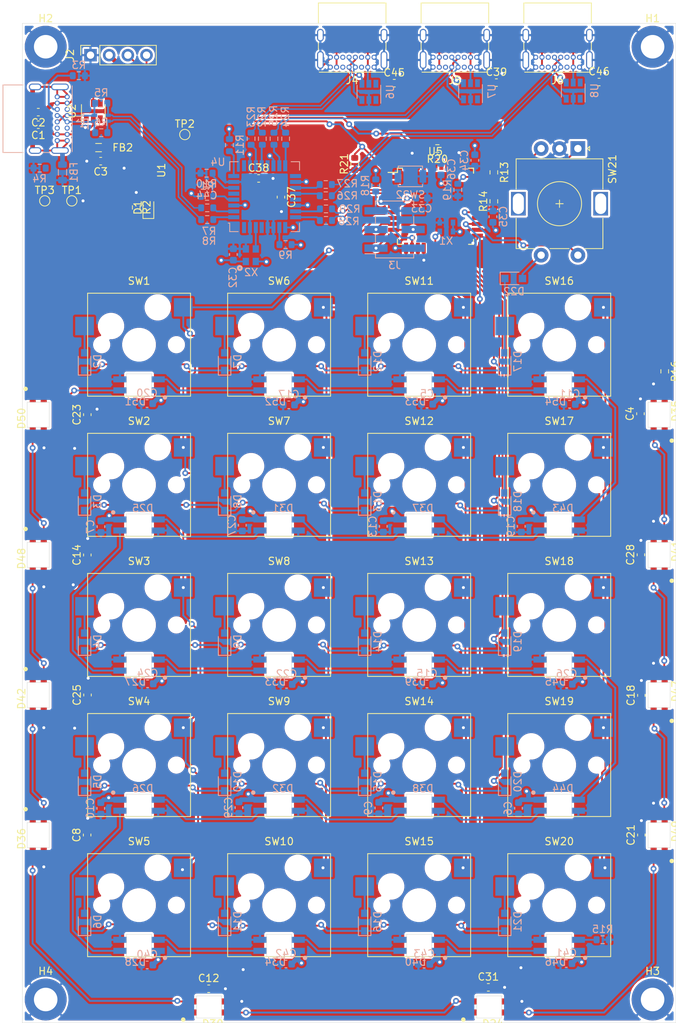
<source format=kicad_pcb>
(kicad_pcb (version 20171130) (host pcbnew "(5.1.8)-1")
  (layers (0 F.Cu signal) (31 B.Cu signal) (34 B.Paste user) (35 F.Paste user) (36 B.SilkS user hide) (37 F.SilkS user hide) (38 B.Mask user) (39 F.Mask user) (44 Edge.Cuts user))
  (net 0 "")
  (net 1 "Net-(C1-Pad2)")
  (net 2 VBUS)
  (net 3 GND)
  (net 4 +5V)
  (net 5 +3V3)
  (net 6 "Net-(C33-Pad1)")
  (net 7 "Net-(D1-Pad1)")
  (net 8 "Net-(D2-Pad2)")
  (net 9 ROW[4])
  (net 10 "Net-(D3-Pad2)")
  (net 11 ROW[3])
  (net 12 "Net-(D4-Pad2)")
  (net 13 ROW[2])
  (net 14 "Net-(D5-Pad2)")
  (net 15 ROW[1])
  (net 16 "Net-(D6-Pad2)")
  (net 17 ROW[0])
  (net 18 "Net-(D7-Pad2)")
  (net 19 "Net-(D8-Pad2)")
  (net 20 "Net-(D9-Pad2)")
  (net 21 "Net-(D10-Pad2)")
  (net 22 "Net-(D11-Pad2)")
  (net 23 "Net-(D12-Pad2)")
  (net 24 "Net-(D13-Pad2)")
  (net 25 "Net-(D14-Pad2)")
  (net 26 "Net-(D15-Pad2)")
  (net 27 "Net-(D16-Pad2)")
  (net 28 ENCODER)
  (net 29 "Net-(D18-Pad2)")
  (net 30 "Net-(D19-Pad2)")
  (net 31 "Net-(D20-Pad2)")
  (net 32 "Net-(D21-Pad2)")
  (net 33 "Net-(D22-Pad2)")
  (net 34 RGB[0])
  (net 35 "Net-(D24-Pad2)")
  (net 36 RGB[1])
  (net 37 "Net-(D25-Pad2)")
  (net 38 "Net-(D26-Pad4)")
  (net 39 "Net-(D26-Pad2)")
  (net 40 "Net-(D28-Pad2)")
  (net 41 "Net-(D30-Pad2)")
  (net 42 "Net-(D35-Pad2)")
  (net 43 "Net-(D36-Pad2)")
  (net 44 "Net-(D41-Pad2)")
  (net 45 "Net-(D42-Pad2)")
  (net 46 "Net-(D47-Pad2)")
  (net 47 "Net-(D48-Pad2)")
  (net 48 "Net-(J1-PadA6)")
  (net 49 "Net-(J1-PadB5)")
  (net 50 "Net-(J1-PadB8)")
  (net 51 "Net-(J1-PadA7)")
  (net 52 "Net-(J1-PadA8)")
  (net 53 "Net-(J1-PadA5)")
  (net 54 SDA)
  (net 55 SCL)
  (net 56 RST)
  (net 57 MOSI)
  (net 58 SCK)
  (net 59 MISO)
  (net 60 /USB/D-)
  (net 61 /USB/D+)
  (net 62 "Net-(R9-Pad1)")
  (net 63 "Net-(R10-Pad2)")
  (net 64 "Net-(R11-Pad1)")
  (net 65 ROT_ENC_B)
  (net 66 ROT_ENC_A)
  (net 67 RGB_OUT)
  (net 68 "Net-(R19-Pad1)")
  (net 69 COL[0])
  (net 70 COL[1])
  (net 71 COL[2])
  (net 72 COL[3])
  (net 73 ROW[5])
  (net 74 "Net-(U1-Pad4)")
  (net 75 "Net-(U2-Pad6)")
  (net 76 "Net-(U2-Pad4)")
  (net 77 "Net-(U4-Pad32)")
  (net 78 "Net-(U4-Pad30)")
  (net 79 "Net-(U4-Pad29)")
  (net 80 "Net-(U4-Pad5)")
  (net 81 "Net-(U5-Pad17)")
  (net 82 "Net-(U5-Pad16)")
  (net 83 "Net-(D25-Pad4)")
  (net 84 "Net-(J4-PadB5)")
  (net 85 "Net-(J4-PadB8)")
  (net 86 "Net-(J4-PadA8)")
  (net 87 "Net-(J4-PadA5)")
  (net 88 "Net-(J5-PadB5)")
  (net 89 "Net-(J5-PadB8)")
  (net 90 "Net-(J5-PadA8)")
  (net 91 "Net-(J5-PadA5)")
  (net 92 "Net-(J6-PadB5)")
  (net 93 "Net-(J6-PadB8)")
  (net 94 "Net-(J6-PadA8)")
  (net 95 "Net-(J6-PadA5)")
  (net 96 "Net-(U6-Pad6)")
  (net 97 "Net-(U7-Pad6)")
  (net 98 "Net-(U8-Pad6)")
  (net 99 "Net-(D27-Pad2)")
  (net 100 "Net-(D31-Pad4)")
  (net 101 "Net-(D32-Pad4)")
  (net 102 "Net-(D33-Pad2)")
  (net 103 "Net-(D34-Pad2)")
  (net 104 "Net-(D37-Pad4)")
  (net 105 "Net-(D38-Pad4)")
  (net 106 "Net-(D39-Pad2)")
  (net 107 "Net-(D40-Pad2)")
  (net 108 "Net-(D43-Pad4)")
  (net 109 "Net-(D44-Pad4)")
  (net 110 "Net-(D46-Pad2)")
  (net 111 "Net-(D51-Pad2)")
  (net 112 "Net-(D52-Pad2)")
  (net 113 "Net-(D53-Pad2)")
  (net 114 "Net-(U4-Pad21)")
  (net 115 "Net-(U5-Pad29)")
  (net 116 "Net-(C44-Pad2)")
  (net 117 USB_D4+)
  (net 118 USB_D4-)
  (net 119 /USB_HUB/D4+)
  (net 120 /USB_HUB/D4-)
  (net 121 USB_D1+)
  (net 122 USB_D1-)
  (net 123 USB_D2+)
  (net 124 USB_D2-)
  (net 125 USB_D3+)
  (net 126 USB_D3-)
  (net 127 /USB_HUB/D1+)
  (net 128 /USB_HUB/D1-)
  (net 129 /USB_HUB/D2+)
  (net 130 /USB_HUB/D2-)
  (net 131 /USB_HUB/D3+)
  (net 132 /USB_HUB/D3-)
  (net 133 "Net-(U6-Pad1)")
  (net 134 USB_D0-)
  (net 135 USB_D0+)
  (net 136 "Net-(U4-Pad9)")
  (net 137 "Net-(U4-Pad13)")
  (net 138 "Net-(U4-Pad17)")
  (net 139 "Net-(U7-Pad1)")
  (net 140 "Net-(U8-Pad1)")
  (net 141 "Net-(U5-Pad30)")
  (net 142 "Net-(U5-Pad36)")
  (net 143 "Net-(U5-Pad37)")
  (net 144 "Net-(U5-Pad38)")
  (net 145 "Net-(U5-Pad39)")
  (net 146 "Net-(D35-Pad4)")
  (net 147 "Net-(U5-Pad26)")
  (module Capacitor_smd:C_0603_1608Metric (layer F.Cu) (at 108.2932 62.6618)
    (fp_text reference C39 (at 0 -1.43) (layer F.SilkS))
    (fp_text value 1uF)
    (pad 2 smd roundrect (at 0.775 0) (size 0.9 0.95) (layers F.Cu F.Paste F.Mask) (net 3 GND))
    (pad 1 smd roundrect (at -0.775 0) (size 0.9 0.95) (layers F.Cu F.Paste F.Mask) (net 4 +5V))
  )
  (module Capacitor_smd:C_0603_1608Metric (layer F.Cu) (at 122.2632 62.5856)
    (fp_text reference C46 (at 0 -1.43) (layer F.SilkS))
    (fp_text value 1uF)
    (pad 2 smd roundrect (at 0.775 0) (size 0.9 0.95) (layers F.Cu F.Paste F.Mask) (net 3 GND))
    (pad 1 smd roundrect (at -0.775 0) (size 0.9 0.95) (layers F.Cu F.Paste F.Mask) (net 4 +5V))
  )
  (module Capacitor_smd:C_0603_1608Metric (layer F.Cu) (at 94.3994 62.738)
    (fp_text reference C45 (at 0 -1.43) (layer F.SilkS))
    (fp_text value 1uF)
    (pad 2 smd roundrect (at 0.775 0) (size 0.9 0.95) (layers F.Cu F.Paste F.Mask) (net 3 GND))
    (pad 1 smd roundrect (at -0.775 0) (size 0.9 0.95) (layers F.Cu F.Paste F.Mask) (net 4 +5V))
  )
  (module Capacitor_smd:C_0603_1608Metric (layer F.Cu) (at 75.959 75.692)
    (fp_text reference C38 (at 0 -1.43) (layer F.SilkS))
    (fp_text value 100nF)
    (pad 2 smd roundrect (at 0.775 0) (size 0.9 0.95) (layers F.Cu F.Paste F.Mask) (net 3 GND))
    (pad 1 smd roundrect (at -0.775 0) (size 0.9 0.95) (layers F.Cu F.Paste F.Mask) (net 5 +3V3))
  )
  (module Capacitor_smd:C_0603_1608Metric (layer F.Cu) (at 78.994 78.232 270)
    (fp_text reference C37 (at 0 -1.43 90) (layer F.SilkS))
    (fp_text value 1uF)
    (pad 2 smd roundrect (at 0.775 0 270) (size 0.9 0.95) (layers F.Cu F.Paste F.Mask) (net 3 GND))
    (pad 1 smd roundrect (at -0.775 0 270) (size 0.9 0.95) (layers F.Cu F.Paste F.Mask) (net 5 +3V3))
  )
  (module Connector_PinHeader_2.54mm:PinHeader_2x03_P2.54mm_Vertical_SMD (layer B.Cu) (at 94.44712 82.63128)
    (fp_text reference J3 (at 0 4.87) (layer B.SilkS) (effects (justify mirror)))
    (fp_text value Conn_02x03_Odd_Even)
    (pad 6 smd rect (at 2.525 -2.54) (size 3.15 1) (layers B.Cu B.Paste B.Mask) (net 3 GND))
    (pad 5 smd rect (at -2.525 -2.54) (size 3.15 1) (layers B.Cu B.Paste B.Mask) (net 56 RST))
    (pad 4 smd rect (at 2.525 0) (size 3.15 1) (layers B.Cu B.Paste B.Mask) (net 57 MOSI))
    (pad 3 smd rect (at -2.525 0) (size 3.15 1) (layers B.Cu B.Paste B.Mask) (net 58 SCK))
    (pad 2 smd rect (at 2.525 2.54) (size 3.15 1) (layers B.Cu B.Paste B.Mask) (net 5 +3V3))
    (pad 1 smd rect (at -2.525 2.54) (size 3.15 1) (layers B.Cu B.Paste B.Mask) (net 59 MISO))
  )
  (module custom_footprint_library:TUSB2046b (layer B.Cu) (at 76.7715 78.1685)
    (fp_text reference U4 (at -6.35 -4.699) (layer B.SilkS) (effects (justify mirror)))
    (fp_text value TUSB2046b)
    (pad 1 smd rect (at -4.2 2.8 270) (size 0.55 1.5) (layers B.Cu B.Paste B.Mask) (net 135 USB_D0+))
    (pad 2 smd rect (at -4.2 2 270) (size 0.55 1.5) (layers B.Cu B.Paste B.Mask) (net 134 USB_D0-))
    (pad 3 smd rect (at -4.2 1.2 270) (size 0.55 1.5) (layers B.Cu B.Paste B.Mask) (net 5 +3V3))
    (pad 4 smd rect (at -4.2 0.4 270) (size 0.55 1.5) (layers B.Cu B.Paste B.Mask) (net 116 "Net-(C44-Pad2)"))
    (pad 5 smd rect (at -4.2 -0.4 270) (size 0.55 1.5) (layers B.Cu B.Paste B.Mask) (net 80 "Net-(U4-Pad5)"))
    (pad 6 smd rect (at -4.2 -1.2 270) (size 0.55 1.5) (layers B.Cu B.Paste B.Mask) (net 63 "Net-(R10-Pad2)"))
    (pad 7 smd rect (at -4.2 -2 270) (size 0.55 1.5) (layers B.Cu B.Paste B.Mask) (net 3 GND))
    (pad 8 smd rect (at -4.2 -2.8 270) (size 0.55 1.5) (layers B.Cu B.Paste B.Mask) (net 64 "Net-(R11-Pad1)"))
    (pad 9 smd rect (at -2.8 -4.2) (size 0.55 1.5) (layers B.Cu B.Paste B.Mask) (net 136 "Net-(U4-Pad9)"))
    (pad 10 smd rect (at -2 -4.2) (size 0.55 1.5) (layers B.Cu B.Paste B.Mask) (net 5 +3V3))
    (pad 11 smd rect (at -1.2 -4.2) (size 0.55 1.5) (layers B.Cu B.Paste B.Mask) (net 128 /USB_HUB/D1-))
    (pad 12 smd rect (at -0.4 -4.2) (size 0.55 1.5) (layers B.Cu B.Paste B.Mask) (net 127 /USB_HUB/D1+))
    (pad 13 smd rect (at 0.4 -4.2) (size 0.55 1.5) (layers B.Cu B.Paste B.Mask) (net 137 "Net-(U4-Pad13)"))
    (pad 14 smd rect (at 1.2 -4.2) (size 0.55 1.5) (layers B.Cu B.Paste B.Mask) (net 5 +3V3))
    (pad 15 smd rect (at 2 -4.2) (size 0.55 1.5) (layers B.Cu B.Paste B.Mask) (net 130 /USB_HUB/D2-))
    (pad 16 smd rect (at 2.8 -4.2) (size 0.55 1.5) (layers B.Cu B.Paste B.Mask) (net 129 /USB_HUB/D2+))
    (pad 17 smd rect (at 4.2 -2.8 270) (size 0.55 1.5) (layers B.Cu B.Paste B.Mask) (net 138 "Net-(U4-Pad17)"))
    (pad 18 smd rect (at 4.2 -2 270) (size 0.55 1.5) (layers B.Cu B.Paste B.Mask) (net 5 +3V3))
    (pad 19 smd rect (at 4.2 -1.2 270) (size 0.55 1.5) (layers B.Cu B.Paste B.Mask) (net 132 /USB_HUB/D3-))
    (pad 20 smd rect (at 4.2 -0.4 270) (size 0.55 1.5) (layers B.Cu B.Paste B.Mask) (net 131 /USB_HUB/D3+))
    (pad 21 smd rect (at 4.2 0.4 270) (size 0.55 1.5) (layers B.Cu B.Paste B.Mask) (net 114 "Net-(U4-Pad21)"))
    (pad 22 smd rect (at 4.2 1.2 270) (size 0.55 1.5) (layers B.Cu B.Paste B.Mask) (net 5 +3V3))
    (pad 23 smd rect (at 4.2 2 270) (size 0.55 1.5) (layers B.Cu B.Paste B.Mask) (net 120 /USB_HUB/D4-))
    (pad 24 smd rect (at 4.2 2.8 270) (size 0.55 1.5) (layers B.Cu B.Paste B.Mask) (net 119 /USB_HUB/D4+))
    (pad 25 smd rect (at 2.8 4.2) (size 0.55 1.5) (layers B.Cu B.Paste B.Mask) (net 5 +3V3))
    (pad 26 smd rect (at 2 4.2) (size 0.55 1.5) (layers B.Cu B.Paste B.Mask) (net 62 "Net-(R9-Pad1)"))
    (pad 27 smd rect (at 1.2 4.2) (size 0.55 1.5) (layers B.Cu B.Paste B.Mask) (net 3 GND))
    (pad 28 smd rect (at 0.4 4.2) (size 0.55 1.5) (layers B.Cu B.Paste B.Mask) (net 3 GND))
    (pad 29 smd rect (at -0.4 4.2) (size 0.55 1.5) (layers B.Cu B.Paste B.Mask) (net 79 "Net-(U4-Pad29)"))
    (pad 30 smd rect (at -1.2 4.2) (size 0.55 1.5) (layers B.Cu B.Paste B.Mask) (net 78 "Net-(U4-Pad30)"))
    (pad 31 smd rect (at -2 4.2) (size 0.55 1.5) (layers B.Cu B.Paste B.Mask) (net 3 GND))
    (pad 32 smd rect (at -2.8 4.2) (size 0.55 1.5) (layers B.Cu B.Paste B.Mask) (net 77 "Net-(U4-Pad32)"))
  )
  (module resistor_smd:R_0603_1608Metric (layer B.Cu) (at 68.9356 78.1304 180)
    (fp_text reference R1 (at 0 1.43) (layer B.SilkS) (effects (justify mirror)))
    (fp_text value 4K7)
    (pad 2 smd roundrect (at 0.825 0 180) (size 0.8 0.95) (layers B.Cu B.Paste B.Mask) (net 5 +3V3))
    (pad 1 smd roundrect (at -0.825 0 180) (size 0.8 0.95) (layers B.Cu B.Paste B.Mask) (net 116 "Net-(C44-Pad2)"))
  )
  (module Capacitor_smd:C_0603_1608Metric (layer B.Cu) (at 68.8978 76.5556)
    (fp_text reference C44 (at 0 1.43 180) (layer B.SilkS) (effects (justify mirror)))
    (fp_text value 1uF)
    (pad 2 smd roundrect (at 0.775 0) (size 0.9 0.95) (layers B.Cu B.Paste B.Mask) (net 116 "Net-(C44-Pad2)"))
    (pad 1 smd roundrect (at -0.775 0) (size 0.9 0.95) (layers B.Cu B.Paste B.Mask) (net 3 GND))
  )
  (module Package_QFP:TQFP-44_10x10mm_P0.8mm (layer F.Cu) (at 100.00996 79.4766)
    (fp_text reference U5 (at 0 -7.45) (layer F.SilkS))
    (fp_text value ATmega32U4-AU)
    (pad 1 smd rect (at -5.7 -4) (size 1.5 0.55) (layers F.Cu F.Paste F.Mask) (net 55 SCL))
    (pad 2 smd rect (at -5.7 -3.2) (size 1.5 0.55) (layers F.Cu F.Paste F.Mask) (net 5 +3V3))
    (pad 3 smd rect (at -5.7 -2.4) (size 1.5 0.55) (layers F.Cu F.Paste F.Mask) (net 118 USB_D4-))
    (pad 4 smd rect (at -5.7 -1.6) (size 1.5 0.55) (layers F.Cu F.Paste F.Mask) (net 117 USB_D4+))
    (pad 5 smd rect (at -5.7 -0.8) (size 1.5 0.55) (layers F.Cu F.Paste F.Mask) (net 3 GND))
    (pad 6 smd rect (at -5.7 0) (size 1.5 0.55) (layers F.Cu F.Paste F.Mask) (net 6 "Net-(C33-Pad1)"))
    (pad 7 smd rect (at -5.7 0.8) (size 1.5 0.55) (layers F.Cu F.Paste F.Mask) (net 2 VBUS))
    (pad 8 smd rect (at -5.7 1.6) (size 1.5 0.55) (layers F.Cu F.Paste F.Mask) (net 69 COL[0]))
    (pad 9 smd rect (at -5.7 2.4) (size 1.5 0.55) (layers F.Cu F.Paste F.Mask) (net 58 SCK))
    (pad 10 smd rect (at -5.7 3.2) (size 1.5 0.55) (layers F.Cu F.Paste F.Mask) (net 57 MOSI))
    (pad 11 smd rect (at -5.7 4) (size 1.5 0.55) (layers F.Cu F.Paste F.Mask) (net 59 MISO))
    (pad 12 smd rect (at -4 5.7 90) (size 1.5 0.55) (layers F.Cu F.Paste F.Mask) (net 70 COL[1]))
    (pad 13 smd rect (at -3.2 5.7 90) (size 1.5 0.55) (layers F.Cu F.Paste F.Mask) (net 56 RST))
    (pad 14 smd rect (at -2.4 5.7 90) (size 1.5 0.55) (layers F.Cu F.Paste F.Mask) (net 5 +3V3))
    (pad 15 smd rect (at -1.6 5.7 90) (size 1.5 0.55) (layers F.Cu F.Paste F.Mask) (net 3 GND))
    (pad 16 smd rect (at -0.8 5.7 90) (size 1.5 0.55) (layers F.Cu F.Paste F.Mask) (net 82 "Net-(U5-Pad16)"))
    (pad 17 smd rect (at 0 5.7 90) (size 1.5 0.55) (layers F.Cu F.Paste F.Mask) (net 81 "Net-(U5-Pad17)"))
    (pad 18 smd rect (at 0.8 5.7 90) (size 1.5 0.55) (layers F.Cu F.Paste F.Mask) (net 71 COL[2]))
    (pad 19 smd rect (at 1.6 5.7 90) (size 1.5 0.55) (layers F.Cu F.Paste F.Mask) (net 9 ROW[4]))
    (pad 20 smd rect (at 2.4 5.7 90) (size 1.5 0.55) (layers F.Cu F.Paste F.Mask) (net 11 ROW[3]))
    (pad 21 smd rect (at 3.2 5.7 90) (size 1.5 0.55) (layers F.Cu F.Paste F.Mask) (net 13 ROW[2]))
    (pad 22 smd rect (at 4 5.7 90) (size 1.5 0.55) (layers F.Cu F.Paste F.Mask) (net 15 ROW[1]))
    (pad 23 smd rect (at 5.7 4) (size 1.5 0.55) (layers F.Cu F.Paste F.Mask) (net 3 GND))
    (pad 24 smd rect (at 5.7 3.2) (size 1.5 0.55) (layers F.Cu F.Paste F.Mask) (net 5 +3V3))
    (pad 25 smd rect (at 5.7 2.4) (size 1.5 0.55) (layers F.Cu F.Paste F.Mask) (net 17 ROW[0]))
    (pad 26 smd rect (at 5.7 1.6) (size 1.5 0.55) (layers F.Cu F.Paste F.Mask) (net 147 "Net-(U5-Pad26)"))
    (pad 27 smd rect (at 5.7 0.8) (size 1.5 0.55) (layers F.Cu F.Paste F.Mask) (net 73 ROW[5]))
    (pad 28 smd rect (at 5.7 0) (size 1.5 0.55) (layers F.Cu F.Paste F.Mask) (net 72 COL[3]))
    (pad 29 smd rect (at 5.7 -0.8) (size 1.5 0.55) (layers F.Cu F.Paste F.Mask) (net 115 "Net-(U5-Pad29)"))
    (pad 30 smd rect (at 5.7 -1.6) (size 1.5 0.55) (layers F.Cu F.Paste F.Mask) (net 141 "Net-(U5-Pad30)"))
    (pad 31 smd rect (at 5.7 -2.4) (size 1.5 0.55) (layers F.Cu F.Paste F.Mask) (net 66 ROT_ENC_A))
    (pad 32 smd rect (at 5.7 -3.2) (size 1.5 0.55) (layers F.Cu F.Paste F.Mask) (net 65 ROT_ENC_B))
    (pad 33 smd rect (at 5.7 -4) (size 1.5 0.55) (layers F.Cu F.Paste F.Mask) (net 68 "Net-(R19-Pad1)"))
    (pad 34 smd rect (at 4 -5.7 90) (size 1.5 0.55) (layers F.Cu F.Paste F.Mask) (net 5 +3V3))
    (pad 35 smd rect (at 3.2 -5.7 90) (size 1.5 0.55) (layers F.Cu F.Paste F.Mask) (net 3 GND))
    (pad 36 smd rect (at 2.4 -5.7 90) (size 1.5 0.55) (layers F.Cu F.Paste F.Mask) (net 142 "Net-(U5-Pad36)"))
    (pad 37 smd rect (at 1.6 -5.7 90) (size 1.5 0.55) (layers F.Cu F.Paste F.Mask) (net 143 "Net-(U5-Pad37)"))
    (pad 38 smd rect (at 0.8 -5.7 90) (size 1.5 0.55) (layers F.Cu F.Paste F.Mask) (net 144 "Net-(U5-Pad38)"))
    (pad 39 smd rect (at 0 -5.7 90) (size 1.5 0.55) (layers F.Cu F.Paste F.Mask) (net 145 "Net-(U5-Pad39)"))
    (pad 40 smd rect (at -0.8 -5.7 90) (size 1.5 0.55) (layers F.Cu F.Paste F.Mask) (net 67 RGB_OUT))
    (pad 41 smd rect (at -1.6 -5.7 90) (size 1.5 0.55) (layers F.Cu F.Paste F.Mask) (net 54 SDA))
    (pad 42 smd rect (at -2.4 -5.7 90) (size 1.5 0.55) (layers F.Cu F.Paste F.Mask) (net 5 +3V3))
    (pad 43 smd rect (at -3.2 -5.7 90) (size 1.5 0.55) (layers F.Cu F.Paste F.Mask) (net 3 GND))
    (pad 44 smd rect (at -4 -5.7 90) (size 1.5 0.55) (layers F.Cu F.Paste F.Mask) (net 5 +3V3))
  )
  (module Capacitor_smd:C_0603_1608Metric (layer B.Cu) (at 98.4634 182.5244 180)
    (fp_text reference C43 (at 0 1.43) (layer B.SilkS) (effects (justify mirror)))
    (fp_text value 100nF)
    (pad 2 smd roundrect (at 0.775 0 180) (size 0.9 0.95) (layers B.Cu B.Paste B.Mask) (net 3 GND))
    (pad 1 smd roundrect (at -0.775 0 180) (size 0.9 0.95) (layers B.Cu B.Paste B.Mask) (net 4 +5V))
  )
  (module Capacitor_smd:C_0603_1608Metric (layer B.Cu) (at 79.6674 182.499 180)
    (fp_text reference C42 (at 0 1.43) (layer B.SilkS) (effects (justify mirror)))
    (fp_text value 100nF)
    (pad 2 smd roundrect (at 0.775 0 180) (size 0.9 0.95) (layers B.Cu B.Paste B.Mask) (net 3 GND))
    (pad 1 smd roundrect (at -0.775 0 180) (size 0.9 0.95) (layers B.Cu B.Paste B.Mask) (net 4 +5V))
  )
  (module Capacitor_smd:C_0603_1608Metric (layer B.Cu) (at 117.7925 182.4355 180)
    (fp_text reference C41 (at 0 1.43) (layer B.SilkS) (effects (justify mirror)))
    (fp_text value 100nF)
    (pad 2 smd roundrect (at 0.775 0 180) (size 0.9 0.95) (layers B.Cu B.Paste B.Mask) (net 3 GND))
    (pad 1 smd roundrect (at -0.775 0 180) (size 0.9 0.95) (layers B.Cu B.Paste B.Mask) (net 4 +5V))
  )
  (module Capacitor_smd:C_0603_1608Metric (layer B.Cu) (at 60.7946 182.626 180)
    (fp_text reference C40 (at 0 1.43) (layer B.SilkS) (effects (justify mirror)))
    (fp_text value 100nF)
    (pad 2 smd roundrect (at 0.775 0 180) (size 0.9 0.95) (layers B.Cu B.Paste B.Mask) (net 3 GND))
    (pad 1 smd roundrect (at -0.775 0 180) (size 0.9 0.95) (layers B.Cu B.Paste B.Mask) (net 4 +5V))
  )
  (module custom_footprint_library:SK6812-MINI-E (layer F.Cu) (at 116.84 103.759 180)
    (fp_text reference D54 (at 0.50292 -2.26568) (layer B.SilkS) (effects (justify mirror)))
    (fp_text value K43)
    (fp_line (start -1.7 1.5) (end 1.7 1.5) (layer Edge.Cuts) (width 0.05))
    (fp_line (start 1.7 1.5) (end 1.7 -1.5) (layer Edge.Cuts) (width 0.05))
    (fp_line (start -1.7 1.5) (end -1.7 -1.5) (layer Edge.Cuts) (width 0.05))
    (fp_line (start -1.7 -1.5) (end 1.7 -1.5) (layer Edge.Cuts) (width 0.05))
    (pad 4 smd rect (at 2.6 -0.75 180) (size 1.8 0.82) (layers B.Cu B.Paste B.Mask) (net 113 "Net-(D53-Pad2)"))
    (pad 3 smd rect (at 2.6 0.75 180) (size 1.8 0.82) (layers B.Cu B.Paste B.Mask) (net 3 GND))
    (pad 2 smd rect (at -2.6 0.75 180) (size 1.8 0.82) (layers B.Cu B.Paste B.Mask) (net 108 "Net-(D43-Pad4)"))
    (pad 1 smd rect (at -2.6 -0.75 180) (size 1.8 0.82) (layers B.Cu B.Paste B.Mask) (net 4 +5V))
  )
  (module custom_footprint_library:SK6812-MINI-E (layer F.Cu) (at 97.79 103.759 180)
    (fp_text reference D53 (at 0.50292 -2.26568) (layer B.SilkS) (effects (justify mirror)))
    (fp_text value K42)
    (fp_line (start -1.7 1.5) (end 1.7 1.5) (layer Edge.Cuts) (width 0.05))
    (fp_line (start 1.7 1.5) (end 1.7 -1.5) (layer Edge.Cuts) (width 0.05))
    (fp_line (start -1.7 1.5) (end -1.7 -1.5) (layer Edge.Cuts) (width 0.05))
    (fp_line (start -1.7 -1.5) (end 1.7 -1.5) (layer Edge.Cuts) (width 0.05))
    (pad 4 smd rect (at 2.6 -0.75 180) (size 1.8 0.82) (layers B.Cu B.Paste B.Mask) (net 112 "Net-(D52-Pad2)"))
    (pad 3 smd rect (at 2.6 0.75 180) (size 1.8 0.82) (layers B.Cu B.Paste B.Mask) (net 3 GND))
    (pad 2 smd rect (at -2.6 0.75 180) (size 1.8 0.82) (layers B.Cu B.Paste B.Mask) (net 113 "Net-(D53-Pad2)"))
    (pad 1 smd rect (at -2.6 -0.75 180) (size 1.8 0.82) (layers B.Cu B.Paste B.Mask) (net 4 +5V))
  )
  (module custom_footprint_library:SK6812-MINI-E (layer F.Cu) (at 78.74 103.759 180)
    (fp_text reference D52 (at 0.50292 -2.26568) (layer B.SilkS) (effects (justify mirror)))
    (fp_text value K41)
    (fp_line (start -1.7 1.5) (end 1.7 1.5) (layer Edge.Cuts) (width 0.05))
    (fp_line (start 1.7 1.5) (end 1.7 -1.5) (layer Edge.Cuts) (width 0.05))
    (fp_line (start -1.7 1.5) (end -1.7 -1.5) (layer Edge.Cuts) (width 0.05))
    (fp_line (start -1.7 -1.5) (end 1.7 -1.5) (layer Edge.Cuts) (width 0.05))
    (pad 4 smd rect (at 2.6 -0.75 180) (size 1.8 0.82) (layers B.Cu B.Paste B.Mask) (net 111 "Net-(D51-Pad2)"))
    (pad 3 smd rect (at 2.6 0.75 180) (size 1.8 0.82) (layers B.Cu B.Paste B.Mask) (net 3 GND))
    (pad 2 smd rect (at -2.6 0.75 180) (size 1.8 0.82) (layers B.Cu B.Paste B.Mask) (net 112 "Net-(D52-Pad2)"))
    (pad 1 smd rect (at -2.6 -0.75 180) (size 1.8 0.82) (layers B.Cu B.Paste B.Mask) (net 4 +5V))
  )
  (module custom_footprint_library:SK6812-MINI-E (layer F.Cu) (at 59.69 103.759 180)
    (fp_text reference D51 (at 0.50292 -2.26568) (layer B.SilkS) (effects (justify mirror)))
    (fp_text value K40)
    (fp_line (start -1.7 1.5) (end 1.7 1.5) (layer Edge.Cuts) (width 0.05))
    (fp_line (start 1.7 1.5) (end 1.7 -1.5) (layer Edge.Cuts) (width 0.05))
    (fp_line (start -1.7 1.5) (end -1.7 -1.5) (layer Edge.Cuts) (width 0.05))
    (fp_line (start -1.7 -1.5) (end 1.7 -1.5) (layer Edge.Cuts) (width 0.05))
    (pad 4 smd rect (at 2.6 -0.75 180) (size 1.8 0.82) (layers B.Cu B.Paste B.Mask) (net 36 RGB[1]))
    (pad 3 smd rect (at 2.6 0.75 180) (size 1.8 0.82) (layers B.Cu B.Paste B.Mask) (net 3 GND))
    (pad 2 smd rect (at -2.6 0.75 180) (size 1.8 0.82) (layers B.Cu B.Paste B.Mask) (net 111 "Net-(D51-Pad2)"))
    (pad 1 smd rect (at -2.6 -0.75 180) (size 1.8 0.82) (layers B.Cu B.Paste B.Mask) (net 4 +5V))
  )
  (module custom_footprint_library:SK6812-MINI-E (layer B.Cu) (at 45.974 107.823 270)
    (fp_text reference D50 (at 0.50292 2.26568 270) (layer F.SilkS))
    (fp_text value UG_LED_11)
    (fp_line (start -1.7 -1.5) (end 1.7 -1.5) (layer Edge.Cuts) (width 0.05))
    (fp_line (start 1.7 -1.5) (end 1.7 1.5) (layer Edge.Cuts) (width 0.05))
    (fp_line (start -1.7 -1.5) (end -1.7 1.5) (layer Edge.Cuts) (width 0.05))
    (fp_line (start -1.7 1.5) (end 1.7 1.5) (layer Edge.Cuts) (width 0.05))
    (pad 4 smd rect (at 2.6 0.75 270) (size 1.8 0.82) (layers F.Cu F.Paste F.Mask) (net 47 "Net-(D48-Pad2)"))
    (pad 3 smd rect (at 2.6 -0.75 270) (size 1.8 0.82) (layers F.Cu F.Paste F.Mask) (net 3 GND))
    (pad 2 smd rect (at -2.6 -0.75 270) (size 1.8 0.82) (layers F.Cu F.Paste F.Mask) (net 36 RGB[1]))
    (pad 1 smd rect (at -2.6 0.75 270) (size 1.8 0.82) (layers F.Cu F.Paste F.Mask) (net 4 +5V))
  )
  (module custom_footprint_library:SK6812-MINI-E (layer B.Cu) (at 130.429 164.973 90)
    (fp_text reference D49 (at 0.50292 2.26568 270) (layer F.SilkS))
    (fp_text value UG_LED_5)
    (fp_line (start -1.7 -1.5) (end 1.7 -1.5) (layer Edge.Cuts) (width 0.05))
    (fp_line (start 1.7 -1.5) (end 1.7 1.5) (layer Edge.Cuts) (width 0.05))
    (fp_line (start -1.7 -1.5) (end -1.7 1.5) (layer Edge.Cuts) (width 0.05))
    (fp_line (start -1.7 1.5) (end 1.7 1.5) (layer Edge.Cuts) (width 0.05))
    (pad 4 smd rect (at 2.6 0.75 90) (size 1.8 0.82) (layers F.Cu F.Paste F.Mask) (net 46 "Net-(D47-Pad2)"))
    (pad 3 smd rect (at 2.6 -0.75 90) (size 1.8 0.82) (layers F.Cu F.Paste F.Mask) (net 3 GND))
    (pad 2 smd rect (at -2.6 -0.75 90) (size 1.8 0.82) (layers F.Cu F.Paste F.Mask) (net 34 RGB[0]))
    (pad 1 smd rect (at -2.6 0.75 90) (size 1.8 0.82) (layers F.Cu F.Paste F.Mask) (net 4 +5V))
  )
  (module custom_footprint_library:SK6812-MINI-E (layer B.Cu) (at 45.974 126.873 270)
    (fp_text reference D48 (at 0.50292 2.26568 270) (layer F.SilkS))
    (fp_text value UG_LED_10)
    (fp_line (start -1.7 -1.5) (end 1.7 -1.5) (layer Edge.Cuts) (width 0.05))
    (fp_line (start 1.7 -1.5) (end 1.7 1.5) (layer Edge.Cuts) (width 0.05))
    (fp_line (start -1.7 -1.5) (end -1.7 1.5) (layer Edge.Cuts) (width 0.05))
    (fp_line (start -1.7 1.5) (end 1.7 1.5) (layer Edge.Cuts) (width 0.05))
    (pad 4 smd rect (at 2.6 0.75 270) (size 1.8 0.82) (layers F.Cu F.Paste F.Mask) (net 45 "Net-(D42-Pad2)"))
    (pad 3 smd rect (at 2.6 -0.75 270) (size 1.8 0.82) (layers F.Cu F.Paste F.Mask) (net 3 GND))
    (pad 2 smd rect (at -2.6 -0.75 270) (size 1.8 0.82) (layers F.Cu F.Paste F.Mask) (net 47 "Net-(D48-Pad2)"))
    (pad 1 smd rect (at -2.6 0.75 270) (size 1.8 0.82) (layers F.Cu F.Paste F.Mask) (net 4 +5V))
  )
  (module custom_footprint_library:SK6812-MINI-E (layer B.Cu) (at 130.429 145.923 90)
    (fp_text reference D47 (at 0.50292 2.26568 270) (layer F.SilkS))
    (fp_text value UG_LED_4)
    (fp_line (start -1.7 -1.5) (end 1.7 -1.5) (layer Edge.Cuts) (width 0.05))
    (fp_line (start 1.7 -1.5) (end 1.7 1.5) (layer Edge.Cuts) (width 0.05))
    (fp_line (start -1.7 -1.5) (end -1.7 1.5) (layer Edge.Cuts) (width 0.05))
    (fp_line (start -1.7 1.5) (end 1.7 1.5) (layer Edge.Cuts) (width 0.05))
    (pad 4 smd rect (at 2.6 0.75 90) (size 1.8 0.82) (layers F.Cu F.Paste F.Mask) (net 44 "Net-(D41-Pad2)"))
    (pad 3 smd rect (at 2.6 -0.75 90) (size 1.8 0.82) (layers F.Cu F.Paste F.Mask) (net 3 GND))
    (pad 2 smd rect (at -2.6 -0.75 90) (size 1.8 0.82) (layers F.Cu F.Paste F.Mask) (net 46 "Net-(D47-Pad2)"))
    (pad 1 smd rect (at -2.6 0.75 90) (size 1.8 0.82) (layers F.Cu F.Paste F.Mask) (net 4 +5V))
  )
  (module custom_footprint_library:SK6812-MINI-E (layer F.Cu) (at 116.84 179.959 180)
    (fp_text reference D46 (at 0.50292 -2.26568) (layer B.SilkS) (effects (justify mirror)))
    (fp_text value K03)
    (fp_line (start -1.7 1.5) (end 1.7 1.5) (layer Edge.Cuts) (width 0.05))
    (fp_line (start 1.7 1.5) (end 1.7 -1.5) (layer Edge.Cuts) (width 0.05))
    (fp_line (start -1.7 1.5) (end -1.7 -1.5) (layer Edge.Cuts) (width 0.05))
    (fp_line (start -1.7 -1.5) (end 1.7 -1.5) (layer Edge.Cuts) (width 0.05))
    (pad 4 smd rect (at 2.6 -0.75 180) (size 1.8 0.82) (layers B.Cu B.Paste B.Mask) (net 107 "Net-(D40-Pad2)"))
    (pad 3 smd rect (at 2.6 0.75 180) (size 1.8 0.82) (layers B.Cu B.Paste B.Mask) (net 3 GND))
    (pad 2 smd rect (at -2.6 0.75 180) (size 1.8 0.82) (layers B.Cu B.Paste B.Mask) (net 110 "Net-(D46-Pad2)"))
    (pad 1 smd rect (at -2.6 -0.75 180) (size 1.8 0.82) (layers B.Cu B.Paste B.Mask) (net 4 +5V))
  )
  (module custom_footprint_library:SK6812-MINI-E (layer F.Cu) (at 116.84 141.859 180)
    (fp_text reference D45 (at 0.50292 -2.26568) (layer B.SilkS) (effects (justify mirror)))
    (fp_text value K23)
    (fp_line (start -1.7 1.5) (end 1.7 1.5) (layer Edge.Cuts) (width 0.05))
    (fp_line (start 1.7 1.5) (end 1.7 -1.5) (layer Edge.Cuts) (width 0.05))
    (fp_line (start -1.7 1.5) (end -1.7 -1.5) (layer Edge.Cuts) (width 0.05))
    (fp_line (start -1.7 -1.5) (end 1.7 -1.5) (layer Edge.Cuts) (width 0.05))
    (pad 4 smd rect (at 2.6 -0.75 180) (size 1.8 0.82) (layers B.Cu B.Paste B.Mask) (net 106 "Net-(D39-Pad2)"))
    (pad 3 smd rect (at 2.6 0.75 180) (size 1.8 0.82) (layers B.Cu B.Paste B.Mask) (net 3 GND))
    (pad 2 smd rect (at -2.6 0.75 180) (size 1.8 0.82) (layers B.Cu B.Paste B.Mask) (net 109 "Net-(D44-Pad4)"))
    (pad 1 smd rect (at -2.6 -0.75 180) (size 1.8 0.82) (layers B.Cu B.Paste B.Mask) (net 4 +5V))
  )
  (module custom_footprint_library:SK6812-MINI-E (layer F.Cu) (at 116.84 160.909)
    (fp_text reference D44 (at 0.50292 -2.26568) (layer B.SilkS) (effects (justify mirror)))
    (fp_text value K13)
    (fp_line (start -1.7 1.5) (end 1.7 1.5) (layer Edge.Cuts) (width 0.05))
    (fp_line (start 1.7 1.5) (end 1.7 -1.5) (layer Edge.Cuts) (width 0.05))
    (fp_line (start -1.7 1.5) (end -1.7 -1.5) (layer Edge.Cuts) (width 0.05))
    (fp_line (start -1.7 -1.5) (end 1.7 -1.5) (layer Edge.Cuts) (width 0.05))
    (pad 4 smd rect (at 2.6 -0.75) (size 1.8 0.82) (layers B.Cu B.Paste B.Mask) (net 109 "Net-(D44-Pad4)"))
    (pad 3 smd rect (at 2.6 0.75) (size 1.8 0.82) (layers B.Cu B.Paste B.Mask) (net 3 GND))
    (pad 2 smd rect (at -2.6 0.75) (size 1.8 0.82) (layers B.Cu B.Paste B.Mask) (net 105 "Net-(D38-Pad4)"))
    (pad 1 smd rect (at -2.6 -0.75) (size 1.8 0.82) (layers B.Cu B.Paste B.Mask) (net 4 +5V))
  )
  (module custom_footprint_library:SK6812-MINI-E (layer F.Cu) (at 116.84 122.809)
    (fp_text reference D43 (at 0.50292 -2.26568) (layer B.SilkS) (effects (justify mirror)))
    (fp_text value K33)
    (fp_line (start -1.7 1.5) (end 1.7 1.5) (layer Edge.Cuts) (width 0.05))
    (fp_line (start 1.7 1.5) (end 1.7 -1.5) (layer Edge.Cuts) (width 0.05))
    (fp_line (start -1.7 1.5) (end -1.7 -1.5) (layer Edge.Cuts) (width 0.05))
    (fp_line (start -1.7 -1.5) (end 1.7 -1.5) (layer Edge.Cuts) (width 0.05))
    (pad 4 smd rect (at 2.6 -0.75) (size 1.8 0.82) (layers B.Cu B.Paste B.Mask) (net 108 "Net-(D43-Pad4)"))
    (pad 3 smd rect (at 2.6 0.75) (size 1.8 0.82) (layers B.Cu B.Paste B.Mask) (net 3 GND))
    (pad 2 smd rect (at -2.6 0.75) (size 1.8 0.82) (layers B.Cu B.Paste B.Mask) (net 104 "Net-(D37-Pad4)"))
    (pad 1 smd rect (at -2.6 -0.75) (size 1.8 0.82) (layers B.Cu B.Paste B.Mask) (net 4 +5V))
  )
  (module custom_footprint_library:SK6812-MINI-E (layer B.Cu) (at 45.974 145.923 270)
    (fp_text reference D42 (at 0.50292 2.26568 270) (layer F.SilkS))
    (fp_text value UG_LED_9)
    (fp_line (start -1.7 -1.5) (end 1.7 -1.5) (layer Edge.Cuts) (width 0.05))
    (fp_line (start 1.7 -1.5) (end 1.7 1.5) (layer Edge.Cuts) (width 0.05))
    (fp_line (start -1.7 -1.5) (end -1.7 1.5) (layer Edge.Cuts) (width 0.05))
    (fp_line (start -1.7 1.5) (end 1.7 1.5) (layer Edge.Cuts) (width 0.05))
    (pad 4 smd rect (at 2.6 0.75 270) (size 1.8 0.82) (layers F.Cu F.Paste F.Mask) (net 43 "Net-(D36-Pad2)"))
    (pad 3 smd rect (at 2.6 -0.75 270) (size 1.8 0.82) (layers F.Cu F.Paste F.Mask) (net 3 GND))
    (pad 2 smd rect (at -2.6 -0.75 270) (size 1.8 0.82) (layers F.Cu F.Paste F.Mask) (net 45 "Net-(D42-Pad2)"))
    (pad 1 smd rect (at -2.6 0.75 270) (size 1.8 0.82) (layers F.Cu F.Paste F.Mask) (net 4 +5V))
  )
  (module custom_footprint_library:SK6812-MINI-E (layer B.Cu) (at 130.429 126.873 90)
    (fp_text reference D41 (at 0.50292 2.26568 270) (layer F.SilkS))
    (fp_text value UG_LED_3)
    (fp_line (start -1.7 -1.5) (end 1.7 -1.5) (layer Edge.Cuts) (width 0.05))
    (fp_line (start 1.7 -1.5) (end 1.7 1.5) (layer Edge.Cuts) (width 0.05))
    (fp_line (start -1.7 -1.5) (end -1.7 1.5) (layer Edge.Cuts) (width 0.05))
    (fp_line (start -1.7 1.5) (end 1.7 1.5) (layer Edge.Cuts) (width 0.05))
    (pad 4 smd rect (at 2.6 0.75 90) (size 1.8 0.82) (layers F.Cu F.Paste F.Mask) (net 42 "Net-(D35-Pad2)"))
    (pad 3 smd rect (at 2.6 -0.75 90) (size 1.8 0.82) (layers F.Cu F.Paste F.Mask) (net 3 GND))
    (pad 2 smd rect (at -2.6 -0.75 90) (size 1.8 0.82) (layers F.Cu F.Paste F.Mask) (net 44 "Net-(D41-Pad2)"))
    (pad 1 smd rect (at -2.6 0.75 90) (size 1.8 0.82) (layers F.Cu F.Paste F.Mask) (net 4 +5V))
  )
  (module custom_footprint_library:SK6812-MINI-E (layer F.Cu) (at 97.79 179.959 180)
    (fp_text reference D40 (at 0.50292 -2.26568) (layer B.SilkS) (effects (justify mirror)))
    (fp_text value K02)
    (fp_line (start -1.7 1.5) (end 1.7 1.5) (layer Edge.Cuts) (width 0.05))
    (fp_line (start 1.7 1.5) (end 1.7 -1.5) (layer Edge.Cuts) (width 0.05))
    (fp_line (start -1.7 1.5) (end -1.7 -1.5) (layer Edge.Cuts) (width 0.05))
    (fp_line (start -1.7 -1.5) (end 1.7 -1.5) (layer Edge.Cuts) (width 0.05))
    (pad 4 smd rect (at 2.6 -0.75 180) (size 1.8 0.82) (layers B.Cu B.Paste B.Mask) (net 103 "Net-(D34-Pad2)"))
    (pad 3 smd rect (at 2.6 0.75 180) (size 1.8 0.82) (layers B.Cu B.Paste B.Mask) (net 3 GND))
    (pad 2 smd rect (at -2.6 0.75 180) (size 1.8 0.82) (layers B.Cu B.Paste B.Mask) (net 107 "Net-(D40-Pad2)"))
    (pad 1 smd rect (at -2.6 -0.75 180) (size 1.8 0.82) (layers B.Cu B.Paste B.Mask) (net 4 +5V))
  )
  (module custom_footprint_library:SK6812-MINI-E (layer F.Cu) (at 97.79 141.859 180)
    (fp_text reference D39 (at 0.50292 -2.26568) (layer B.SilkS) (effects (justify mirror)))
    (fp_text value K22)
    (fp_line (start -1.7 1.5) (end 1.7 1.5) (layer Edge.Cuts) (width 0.05))
    (fp_line (start 1.7 1.5) (end 1.7 -1.5) (layer Edge.Cuts) (width 0.05))
    (fp_line (start -1.7 1.5) (end -1.7 -1.5) (layer Edge.Cuts) (width 0.05))
    (fp_line (start -1.7 -1.5) (end 1.7 -1.5) (layer Edge.Cuts) (width 0.05))
    (pad 4 smd rect (at 2.6 -0.75 180) (size 1.8 0.82) (layers B.Cu B.Paste B.Mask) (net 102 "Net-(D33-Pad2)"))
    (pad 3 smd rect (at 2.6 0.75 180) (size 1.8 0.82) (layers B.Cu B.Paste B.Mask) (net 3 GND))
    (pad 2 smd rect (at -2.6 0.75 180) (size 1.8 0.82) (layers B.Cu B.Paste B.Mask) (net 106 "Net-(D39-Pad2)"))
    (pad 1 smd rect (at -2.6 -0.75 180) (size 1.8 0.82) (layers B.Cu B.Paste B.Mask) (net 4 +5V))
  )
  (module custom_footprint_library:SK6812-MINI-E (layer F.Cu) (at 97.79 160.909)
    (fp_text reference D38 (at 0.50292 -2.26568) (layer B.SilkS) (effects (justify mirror)))
    (fp_text value K12)
    (fp_line (start -1.7 1.5) (end 1.7 1.5) (layer Edge.Cuts) (width 0.05))
    (fp_line (start 1.7 1.5) (end 1.7 -1.5) (layer Edge.Cuts) (width 0.05))
    (fp_line (start -1.7 1.5) (end -1.7 -1.5) (layer Edge.Cuts) (width 0.05))
    (fp_line (start -1.7 -1.5) (end 1.7 -1.5) (layer Edge.Cuts) (width 0.05))
    (pad 4 smd rect (at 2.6 -0.75) (size 1.8 0.82) (layers B.Cu B.Paste B.Mask) (net 105 "Net-(D38-Pad4)"))
    (pad 3 smd rect (at 2.6 0.75) (size 1.8 0.82) (layers B.Cu B.Paste B.Mask) (net 3 GND))
    (pad 2 smd rect (at -2.6 0.75) (size 1.8 0.82) (layers B.Cu B.Paste B.Mask) (net 101 "Net-(D32-Pad4)"))
    (pad 1 smd rect (at -2.6 -0.75) (size 1.8 0.82) (layers B.Cu B.Paste B.Mask) (net 4 +5V))
  )
  (module custom_footprint_library:SK6812-MINI-E (layer F.Cu) (at 97.79 122.809)
    (fp_text reference D37 (at 0.50292 -2.26568) (layer B.SilkS) (effects (justify mirror)))
    (fp_text value K32)
    (fp_line (start -1.7 1.5) (end 1.7 1.5) (layer Edge.Cuts) (width 0.05))
    (fp_line (start 1.7 1.5) (end 1.7 -1.5) (layer Edge.Cuts) (width 0.05))
    (fp_line (start -1.7 1.5) (end -1.7 -1.5) (layer Edge.Cuts) (width 0.05))
    (fp_line (start -1.7 -1.5) (end 1.7 -1.5) (layer Edge.Cuts) (width 0.05))
    (pad 4 smd rect (at 2.6 -0.75) (size 1.8 0.82) (layers B.Cu B.Paste B.Mask) (net 104 "Net-(D37-Pad4)"))
    (pad 3 smd rect (at 2.6 0.75) (size 1.8 0.82) (layers B.Cu B.Paste B.Mask) (net 3 GND))
    (pad 2 smd rect (at -2.6 0.75) (size 1.8 0.82) (layers B.Cu B.Paste B.Mask) (net 100 "Net-(D31-Pad4)"))
    (pad 1 smd rect (at -2.6 -0.75) (size 1.8 0.82) (layers B.Cu B.Paste B.Mask) (net 4 +5V))
  )
  (module custom_footprint_library:SK6812-MINI-E (layer B.Cu) (at 45.974 164.973 270)
    (fp_text reference D36 (at 0.50292 2.26568 270) (layer F.SilkS))
    (fp_text value UG_LED_8)
    (fp_line (start -1.7 -1.5) (end 1.7 -1.5) (layer Edge.Cuts) (width 0.05))
    (fp_line (start 1.7 -1.5) (end 1.7 1.5) (layer Edge.Cuts) (width 0.05))
    (fp_line (start -1.7 -1.5) (end -1.7 1.5) (layer Edge.Cuts) (width 0.05))
    (fp_line (start -1.7 1.5) (end 1.7 1.5) (layer Edge.Cuts) (width 0.05))
    (pad 4 smd rect (at 2.6 0.75 270) (size 1.8 0.82) (layers F.Cu F.Paste F.Mask) (net 41 "Net-(D30-Pad2)"))
    (pad 3 smd rect (at 2.6 -0.75 270) (size 1.8 0.82) (layers F.Cu F.Paste F.Mask) (net 3 GND))
    (pad 2 smd rect (at -2.6 -0.75 270) (size 1.8 0.82) (layers F.Cu F.Paste F.Mask) (net 43 "Net-(D36-Pad2)"))
    (pad 1 smd rect (at -2.6 0.75 270) (size 1.8 0.82) (layers F.Cu F.Paste F.Mask) (net 4 +5V))
  )
  (module custom_footprint_library:SK6812-MINI-E (layer B.Cu) (at 130.429 107.823 90)
    (fp_text reference D35 (at 0.50292 2.26568 270) (layer F.SilkS))
    (fp_text value UG_LED_2)
    (fp_line (start -1.7 -1.5) (end 1.7 -1.5) (layer Edge.Cuts) (width 0.05))
    (fp_line (start 1.7 -1.5) (end 1.7 1.5) (layer Edge.Cuts) (width 0.05))
    (fp_line (start -1.7 -1.5) (end -1.7 1.5) (layer Edge.Cuts) (width 0.05))
    (fp_line (start -1.7 1.5) (end 1.7 1.5) (layer Edge.Cuts) (width 0.05))
    (pad 4 smd rect (at 2.6 0.75 90) (size 1.8 0.82) (layers F.Cu F.Paste F.Mask) (net 146 "Net-(D35-Pad4)"))
    (pad 3 smd rect (at 2.6 -0.75 90) (size 1.8 0.82) (layers F.Cu F.Paste F.Mask) (net 3 GND))
    (pad 2 smd rect (at -2.6 -0.75 90) (size 1.8 0.82) (layers F.Cu F.Paste F.Mask) (net 42 "Net-(D35-Pad2)"))
    (pad 1 smd rect (at -2.6 0.75 90) (size 1.8 0.82) (layers F.Cu F.Paste F.Mask) (net 4 +5V))
  )
  (module custom_footprint_library:SK6812-MINI-E (layer F.Cu) (at 78.74 179.959 180)
    (fp_text reference D34 (at 0.50292 -2.26568) (layer B.SilkS) (effects (justify mirror)))
    (fp_text value K01)
    (fp_line (start -1.7 1.5) (end 1.7 1.5) (layer Edge.Cuts) (width 0.05))
    (fp_line (start 1.7 1.5) (end 1.7 -1.5) (layer Edge.Cuts) (width 0.05))
    (fp_line (start -1.7 1.5) (end -1.7 -1.5) (layer Edge.Cuts) (width 0.05))
    (fp_line (start -1.7 -1.5) (end 1.7 -1.5) (layer Edge.Cuts) (width 0.05))
    (pad 4 smd rect (at 2.6 -0.75 180) (size 1.8 0.82) (layers B.Cu B.Paste B.Mask) (net 40 "Net-(D28-Pad2)"))
    (pad 3 smd rect (at 2.6 0.75 180) (size 1.8 0.82) (layers B.Cu B.Paste B.Mask) (net 3 GND))
    (pad 2 smd rect (at -2.6 0.75 180) (size 1.8 0.82) (layers B.Cu B.Paste B.Mask) (net 103 "Net-(D34-Pad2)"))
    (pad 1 smd rect (at -2.6 -0.75 180) (size 1.8 0.82) (layers B.Cu B.Paste B.Mask) (net 4 +5V))
  )
  (module custom_footprint_library:SK6812-MINI-E (layer F.Cu) (at 78.74 141.859 180)
    (fp_text reference D33 (at 0.50292 -2.26568) (layer B.SilkS) (effects (justify mirror)))
    (fp_text value K21)
    (fp_line (start -1.7 1.5) (end 1.7 1.5) (layer Edge.Cuts) (width 0.05))
    (fp_line (start 1.7 1.5) (end 1.7 -1.5) (layer Edge.Cuts) (width 0.05))
    (fp_line (start -1.7 1.5) (end -1.7 -1.5) (layer Edge.Cuts) (width 0.05))
    (fp_line (start -1.7 -1.5) (end 1.7 -1.5) (layer Edge.Cuts) (width 0.05))
    (pad 4 smd rect (at 2.6 -0.75 180) (size 1.8 0.82) (layers B.Cu B.Paste B.Mask) (net 99 "Net-(D27-Pad2)"))
    (pad 3 smd rect (at 2.6 0.75 180) (size 1.8 0.82) (layers B.Cu B.Paste B.Mask) (net 3 GND))
    (pad 2 smd rect (at -2.6 0.75 180) (size 1.8 0.82) (layers B.Cu B.Paste B.Mask) (net 102 "Net-(D33-Pad2)"))
    (pad 1 smd rect (at -2.6 -0.75 180) (size 1.8 0.82) (layers B.Cu B.Paste B.Mask) (net 4 +5V))
  )
  (module custom_footprint_library:SK6812-MINI-E (layer F.Cu) (at 78.74 160.909)
    (fp_text reference D32 (at 0.50292 -2.26568) (layer B.SilkS) (effects (justify mirror)))
    (fp_text value K11)
    (fp_line (start -1.7 1.5) (end 1.7 1.5) (layer Edge.Cuts) (width 0.05))
    (fp_line (start 1.7 1.5) (end 1.7 -1.5) (layer Edge.Cuts) (width 0.05))
    (fp_line (start -1.7 1.5) (end -1.7 -1.5) (layer Edge.Cuts) (width 0.05))
    (fp_line (start -1.7 -1.5) (end 1.7 -1.5) (layer Edge.Cuts) (width 0.05))
    (pad 4 smd rect (at 2.6 -0.75) (size 1.8 0.82) (layers B.Cu B.Paste B.Mask) (net 101 "Net-(D32-Pad4)"))
    (pad 3 smd rect (at 2.6 0.75) (size 1.8 0.82) (layers B.Cu B.Paste B.Mask) (net 3 GND))
    (pad 2 smd rect (at -2.6 0.75) (size 1.8 0.82) (layers B.Cu B.Paste B.Mask) (net 38 "Net-(D26-Pad4)"))
    (pad 1 smd rect (at -2.6 -0.75) (size 1.8 0.82) (layers B.Cu B.Paste B.Mask) (net 4 +5V))
  )
  (module custom_footprint_library:SK6812-MINI-E (layer F.Cu) (at 78.74 122.809)
    (fp_text reference D31 (at 0.50292 -2.26568) (layer B.SilkS) (effects (justify mirror)))
    (fp_text value K31)
    (fp_line (start -1.7 1.5) (end 1.7 1.5) (layer Edge.Cuts) (width 0.05))
    (fp_line (start 1.7 1.5) (end 1.7 -1.5) (layer Edge.Cuts) (width 0.05))
    (fp_line (start -1.7 1.5) (end -1.7 -1.5) (layer Edge.Cuts) (width 0.05))
    (fp_line (start -1.7 -1.5) (end 1.7 -1.5) (layer Edge.Cuts) (width 0.05))
    (pad 4 smd rect (at 2.6 -0.75) (size 1.8 0.82) (layers B.Cu B.Paste B.Mask) (net 100 "Net-(D31-Pad4)"))
    (pad 3 smd rect (at 2.6 0.75) (size 1.8 0.82) (layers B.Cu B.Paste B.Mask) (net 3 GND))
    (pad 2 smd rect (at -2.6 0.75) (size 1.8 0.82) (layers B.Cu B.Paste B.Mask) (net 83 "Net-(D25-Pad4)"))
    (pad 1 smd rect (at -2.6 -0.75) (size 1.8 0.82) (layers B.Cu B.Paste B.Mask) (net 4 +5V))
  )
  (module custom_footprint_library:SK6812-MINI-E (layer B.Cu) (at 69.215 188.341)
    (fp_text reference D30 (at 0.50292 2.26568) (layer F.SilkS))
    (fp_text value UG_LED_7)
    (fp_line (start -1.7 -1.5) (end 1.7 -1.5) (layer Edge.Cuts) (width 0.05))
    (fp_line (start 1.7 -1.5) (end 1.7 1.5) (layer Edge.Cuts) (width 0.05))
    (fp_line (start -1.7 -1.5) (end -1.7 1.5) (layer Edge.Cuts) (width 0.05))
    (fp_line (start -1.7 1.5) (end 1.7 1.5) (layer Edge.Cuts) (width 0.05))
    (pad 4 smd rect (at 2.6 0.75) (size 1.8 0.82) (layers F.Cu F.Paste F.Mask) (net 35 "Net-(D24-Pad2)"))
    (pad 3 smd rect (at 2.6 -0.75) (size 1.8 0.82) (layers F.Cu F.Paste F.Mask) (net 3 GND))
    (pad 2 smd rect (at -2.6 -0.75) (size 1.8 0.82) (layers F.Cu F.Paste F.Mask) (net 41 "Net-(D30-Pad2)"))
    (pad 1 smd rect (at -2.6 0.75) (size 1.8 0.82) (layers F.Cu F.Paste F.Mask) (net 4 +5V))
  )
  (module custom_footprint_library:SK6812-MINI-E (layer F.Cu) (at 59.69 179.959 180)
    (fp_text reference D28 (at 0.50292 -2.26568) (layer B.SilkS) (effects (justify mirror)))
    (fp_text value K00)
    (fp_line (start -1.7 1.5) (end 1.7 1.5) (layer Edge.Cuts) (width 0.05))
    (fp_line (start 1.7 1.5) (end 1.7 -1.5) (layer Edge.Cuts) (width 0.05))
    (fp_line (start -1.7 1.5) (end -1.7 -1.5) (layer Edge.Cuts) (width 0.05))
    (fp_line (start -1.7 -1.5) (end 1.7 -1.5) (layer Edge.Cuts) (width 0.05))
    (pad 4 smd rect (at 2.6 -0.75 180) (size 1.8 0.82) (layers B.Cu B.Paste B.Mask) (net 39 "Net-(D26-Pad2)"))
    (pad 3 smd rect (at 2.6 0.75 180) (size 1.8 0.82) (layers B.Cu B.Paste B.Mask) (net 3 GND))
    (pad 2 smd rect (at -2.6 0.75 180) (size 1.8 0.82) (layers B.Cu B.Paste B.Mask) (net 40 "Net-(D28-Pad2)"))
    (pad 1 smd rect (at -2.6 -0.75 180) (size 1.8 0.82) (layers B.Cu B.Paste B.Mask) (net 4 +5V))
  )
  (module custom_footprint_library:SK6812-MINI-E (layer F.Cu) (at 59.69 141.859 180)
    (fp_text reference D27 (at 0.50292 -2.26568) (layer B.SilkS) (effects (justify mirror)))
    (fp_text value K20)
    (fp_line (start -1.7 1.5) (end 1.7 1.5) (layer Edge.Cuts) (width 0.05))
    (fp_line (start 1.7 1.5) (end 1.7 -1.5) (layer Edge.Cuts) (width 0.05))
    (fp_line (start -1.7 1.5) (end -1.7 -1.5) (layer Edge.Cuts) (width 0.05))
    (fp_line (start -1.7 -1.5) (end 1.7 -1.5) (layer Edge.Cuts) (width 0.05))
    (pad 4 smd rect (at 2.6 -0.75 180) (size 1.8 0.82) (layers B.Cu B.Paste B.Mask) (net 37 "Net-(D25-Pad2)"))
    (pad 3 smd rect (at 2.6 0.75 180) (size 1.8 0.82) (layers B.Cu B.Paste B.Mask) (net 3 GND))
    (pad 2 smd rect (at -2.6 0.75 180) (size 1.8 0.82) (layers B.Cu B.Paste B.Mask) (net 99 "Net-(D27-Pad2)"))
    (pad 1 smd rect (at -2.6 -0.75 180) (size 1.8 0.82) (layers B.Cu B.Paste B.Mask) (net 4 +5V))
  )
  (module custom_footprint_library:SK6812-MINI-E (layer F.Cu) (at 59.69 160.909)
    (fp_text reference D26 (at 0.50292 -2.26568) (layer B.SilkS) (effects (justify mirror)))
    (fp_text value K10)
    (fp_line (start -1.7 1.5) (end 1.7 1.5) (layer Edge.Cuts) (width 0.05))
    (fp_line (start 1.7 1.5) (end 1.7 -1.5) (layer Edge.Cuts) (width 0.05))
    (fp_line (start -1.7 1.5) (end -1.7 -1.5) (layer Edge.Cuts) (width 0.05))
    (fp_line (start -1.7 -1.5) (end 1.7 -1.5) (layer Edge.Cuts) (width 0.05))
    (pad 4 smd rect (at 2.6 -0.75) (size 1.8 0.82) (layers B.Cu B.Paste B.Mask) (net 38 "Net-(D26-Pad4)"))
    (pad 3 smd rect (at 2.6 0.75) (size 1.8 0.82) (layers B.Cu B.Paste B.Mask) (net 3 GND))
    (pad 2 smd rect (at -2.6 0.75) (size 1.8 0.82) (layers B.Cu B.Paste B.Mask) (net 39 "Net-(D26-Pad2)"))
    (pad 1 smd rect (at -2.6 -0.75) (size 1.8 0.82) (layers B.Cu B.Paste B.Mask) (net 4 +5V))
  )
  (module custom_footprint_library:SK6812-MINI-E (layer F.Cu) (at 59.69 122.809)
    (fp_text reference D25 (at 0.50292 -2.26568) (layer B.SilkS) (effects (justify mirror)))
    (fp_text value K30)
    (fp_line (start -1.7 1.5) (end 1.7 1.5) (layer Edge.Cuts) (width 0.05))
    (fp_line (start 1.7 1.5) (end 1.7 -1.5) (layer Edge.Cuts) (width 0.05))
    (fp_line (start -1.7 1.5) (end -1.7 -1.5) (layer Edge.Cuts) (width 0.05))
    (fp_line (start -1.7 -1.5) (end 1.7 -1.5) (layer Edge.Cuts) (width 0.05))
    (pad 4 smd rect (at 2.6 -0.75) (size 1.8 0.82) (layers B.Cu B.Paste B.Mask) (net 83 "Net-(D25-Pad4)"))
    (pad 3 smd rect (at 2.6 0.75) (size 1.8 0.82) (layers B.Cu B.Paste B.Mask) (net 3 GND))
    (pad 2 smd rect (at -2.6 0.75) (size 1.8 0.82) (layers B.Cu B.Paste B.Mask) (net 37 "Net-(D25-Pad2)"))
    (pad 1 smd rect (at -2.6 -0.75) (size 1.8 0.82) (layers B.Cu B.Paste B.Mask) (net 4 +5V))
  )
  (module custom_footprint_library:SK6812-MINI-E (layer B.Cu) (at 107.315 188.341)
    (fp_text reference D24 (at 0.50292 2.26568) (layer F.SilkS))
    (fp_text value UG_LED_6)
    (fp_line (start -1.7 -1.5) (end 1.7 -1.5) (layer Edge.Cuts) (width 0.05))
    (fp_line (start 1.7 -1.5) (end 1.7 1.5) (layer Edge.Cuts) (width 0.05))
    (fp_line (start -1.7 -1.5) (end -1.7 1.5) (layer Edge.Cuts) (width 0.05))
    (fp_line (start -1.7 1.5) (end 1.7 1.5) (layer Edge.Cuts) (width 0.05))
    (pad 4 smd rect (at 2.6 0.75) (size 1.8 0.82) (layers F.Cu F.Paste F.Mask) (net 34 RGB[0]))
    (pad 3 smd rect (at 2.6 -0.75) (size 1.8 0.82) (layers F.Cu F.Paste F.Mask) (net 3 GND))
    (pad 2 smd rect (at -2.6 -0.75) (size 1.8 0.82) (layers F.Cu F.Paste F.Mask) (net 35 "Net-(D24-Pad2)"))
    (pad 1 smd rect (at -2.6 0.75) (size 1.8 0.82) (layers F.Cu F.Paste F.Mask) (net 4 +5V))
  )
  (module custom_footprint_library:625L3C006M00000 (layer B.Cu) (at 74.215 86.9805 90)
    (fp_text reference X2 (at -1.475 0.715 180) (layer B.SilkS) (effects (justify mirror)))
    (fp_text value 625L3C006M00000)
    (pad 4 smd rect (at 0 1.35 90) (size 1 0.85) (layers B.Cu B.Paste B.Mask) (net 5 +3V3))
    (pad 3 smd rect (at 1.7 1.35 90) (size 1 0.85) (layers B.Cu B.Paste B.Mask) (net 78 "Net-(U4-Pad30)"))
    (pad 2 smd rect (at 1.7 0 90) (size 1 0.85) (layers B.Cu B.Paste B.Mask) (net 3 GND))
    (pad 1 smd rect (at 0 0 90) (size 1 0.85) (layers B.Cu B.Paste B.Mask) (net 5 +3V3))
  )
  (module Package_TO_SOT_SMD:SOT-23-6 (layer B.Cu) (at 118.745 63.754 90)
    (fp_text reference U8 (at 0 2.9 90) (layer B.SilkS) (effects (justify mirror)))
    (fp_text value SRV05-4)
    (pad 5 smd rect (at 1.1 0 90) (size 1.06 0.65) (layers B.Cu B.Paste B.Mask) (net 4 +5V))
    (pad 6 smd rect (at 1.1 0.95 90) (size 1.06 0.65) (layers B.Cu B.Paste B.Mask) (net 98 "Net-(U8-Pad6)"))
    (pad 4 smd rect (at 1.1 -0.95 90) (size 1.06 0.65) (layers B.Cu B.Paste B.Mask) (net 126 USB_D3-))
    (pad 3 smd rect (at -1.1 -0.95 90) (size 1.06 0.65) (layers B.Cu B.Paste B.Mask) (net 125 USB_D3+))
    (pad 2 smd rect (at -1.1 0 90) (size 1.06 0.65) (layers B.Cu B.Paste B.Mask) (net 3 GND))
    (pad 1 smd rect (at -1.1 0.95 90) (size 1.06 0.65) (layers B.Cu B.Paste B.Mask) (net 140 "Net-(U8-Pad1)"))
  )
  (module Package_TO_SOT_SMD:SOT-23-6 (layer B.Cu) (at 104.775 63.838 90)
    (fp_text reference U7 (at 0 2.9 90) (layer B.SilkS) (effects (justify mirror)))
    (fp_text value SRV05-4)
    (pad 5 smd rect (at 1.1 0 90) (size 1.06 0.65) (layers B.Cu B.Paste B.Mask) (net 4 +5V))
    (pad 6 smd rect (at 1.1 0.95 90) (size 1.06 0.65) (layers B.Cu B.Paste B.Mask) (net 97 "Net-(U7-Pad6)"))
    (pad 4 smd rect (at 1.1 -0.95 90) (size 1.06 0.65) (layers B.Cu B.Paste B.Mask) (net 124 USB_D2-))
    (pad 3 smd rect (at -1.1 -0.95 90) (size 1.06 0.65) (layers B.Cu B.Paste B.Mask) (net 123 USB_D2+))
    (pad 2 smd rect (at -1.1 0 90) (size 1.06 0.65) (layers B.Cu B.Paste B.Mask) (net 3 GND))
    (pad 1 smd rect (at -1.1 0.95 90) (size 1.06 0.65) (layers B.Cu B.Paste B.Mask) (net 139 "Net-(U7-Pad1)"))
  )
  (module Package_TO_SOT_SMD:SOT-23-6 (layer B.Cu) (at 90.95232 63.91928 90)
    (fp_text reference U6 (at 0 2.9 90) (layer B.SilkS) (effects (justify mirror)))
    (fp_text value SRV05-4)
    (pad 5 smd rect (at 1.1 0 90) (size 1.06 0.65) (layers B.Cu B.Paste B.Mask) (net 4 +5V))
    (pad 6 smd rect (at 1.1 0.95 90) (size 1.06 0.65) (layers B.Cu B.Paste B.Mask) (net 96 "Net-(U6-Pad6)"))
    (pad 4 smd rect (at 1.1 -0.95 90) (size 1.06 0.65) (layers B.Cu B.Paste B.Mask) (net 122 USB_D1-))
    (pad 3 smd rect (at -1.1 -0.95 90) (size 1.06 0.65) (layers B.Cu B.Paste B.Mask) (net 121 USB_D1+))
    (pad 2 smd rect (at -1.1 0 90) (size 1.06 0.65) (layers B.Cu B.Paste B.Mask) (net 3 GND))
    (pad 1 smd rect (at -1.1 0.95 90) (size 1.06 0.65) (layers B.Cu B.Paste B.Mask) (net 133 "Net-(U6-Pad1)"))
  )
  (module Package_TO_SOT_SMD:SOT-23-6 (layer F.Cu) (at 53.467 66.548 90)
    (fp_text reference U2 (at 0 -2.9 90) (layer F.SilkS))
    (fp_text value SRV05-4)
    (pad 5 smd rect (at 1.1 0 90) (size 1.06 0.65) (layers F.Cu F.Paste F.Mask) (net 2 VBUS))
    (pad 6 smd rect (at 1.1 -0.95 90) (size 1.06 0.65) (layers F.Cu F.Paste F.Mask) (net 75 "Net-(U2-Pad6)"))
    (pad 4 smd rect (at 1.1 0.95 90) (size 1.06 0.65) (layers F.Cu F.Paste F.Mask) (net 76 "Net-(U2-Pad4)"))
    (pad 3 smd rect (at -1.1 0.95 90) (size 1.06 0.65) (layers F.Cu F.Paste F.Mask) (net 48 "Net-(J1-PadA6)"))
    (pad 2 smd rect (at -1.1 0 90) (size 1.06 0.65) (layers F.Cu F.Paste F.Mask) (net 3 GND))
    (pad 1 smd rect (at -1.1 -0.95 90) (size 1.06 0.65) (layers F.Cu F.Paste F.Mask) (net 51 "Net-(J1-PadA7)"))
  )
  (module resistor_smd:R_0603_1608Metric (layer B.Cu) (at 85.11744 79.83728 180)
    (fp_text reference R29 (at -3.2385 0) (layer B.SilkS) (effects (justify mirror)))
    (fp_text value 22R)
    (pad 1 smd roundrect (at -0.825 0 180) (size 0.8 0.95) (layers B.Cu B.Paste B.Mask) (net 118 USB_D4-))
    (pad 2 smd roundrect (at 0.825 0 180) (size 0.8 0.95) (layers B.Cu B.Paste B.Mask) (net 120 /USB_HUB/D4-))
  )
  (module resistor_smd:R_0603_1608Metric (layer B.Cu) (at 85.11744 81.39684 180)
    (fp_text reference R28 (at -3.112 -0.127) (layer B.SilkS) (effects (justify mirror)))
    (fp_text value 22R)
    (pad 1 smd roundrect (at -0.825 0 180) (size 0.8 0.95) (layers B.Cu B.Paste B.Mask) (net 117 USB_D4+))
    (pad 2 smd roundrect (at 0.825 0 180) (size 0.8 0.95) (layers B.Cu B.Paste B.Mask) (net 119 /USB_HUB/D4+))
  )
  (module resistor_smd:R_0603_1608Metric (layer B.Cu) (at 85.0895 76.5175 180)
    (fp_text reference R27 (at -2.9215 0.127) (layer B.SilkS) (effects (justify mirror)))
    (fp_text value 22R)
    (pad 2 smd roundrect (at 0.825 0 180) (size 0.8 0.95) (layers B.Cu B.Paste B.Mask) (net 132 /USB_HUB/D3-))
    (pad 1 smd roundrect (at -0.825 0 180) (size 0.8 0.95) (layers B.Cu B.Paste B.Mask) (net 126 USB_D3-))
  )
  (module resistor_smd:R_0603_1608Metric (layer B.Cu) (at 85.0895 78.0415 180)
    (fp_text reference R26 (at -2.9215 0) (layer B.SilkS) (effects (justify mirror)))
    (fp_text value 22R)
    (pad 2 smd roundrect (at 0.825 0 180) (size 0.8 0.95) (layers B.Cu B.Paste B.Mask) (net 131 /USB_HUB/D3+))
    (pad 1 smd roundrect (at -0.825 0 180) (size 0.8 0.95) (layers B.Cu B.Paste B.Mask) (net 125 USB_D3+))
  )
  (module resistor_smd:R_0603_1608Metric (layer B.Cu) (at 78.0415 70.294 270)
    (fp_text reference R25 (at -3.112 0.0635 270) (layer B.SilkS) (effects (justify mirror)))
    (fp_text value 22R)
    (pad 2 smd roundrect (at 0.825 0 270) (size 0.8 0.95) (layers B.Cu B.Paste B.Mask) (net 130 /USB_HUB/D2-))
    (pad 1 smd roundrect (at -0.825 0 270) (size 0.8 0.95) (layers B.Cu B.Paste B.Mask) (net 124 USB_D2-))
  )
  (module resistor_smd:R_0603_1608Metric (layer B.Cu) (at 79.629 70.294 270)
    (fp_text reference R24 (at -2.985 0.0635 270) (layer B.SilkS) (effects (justify mirror)))
    (fp_text value 22R)
    (pad 2 smd roundrect (at 0.825 0 270) (size 0.8 0.95) (layers B.Cu B.Paste B.Mask) (net 129 /USB_HUB/D2+))
    (pad 1 smd roundrect (at -0.825 0 270) (size 0.8 0.95) (layers B.Cu B.Paste B.Mask) (net 123 USB_D2+))
  )
  (module resistor_smd:R_0603_1608Metric (layer B.Cu) (at 74.93 70.294 270)
    (fp_text reference R23 (at -2.985 0 270) (layer B.SilkS) (effects (justify mirror)))
    (fp_text value 22R)
    (pad 2 smd roundrect (at 0.825 0 270) (size 0.8 0.95) (layers B.Cu B.Paste B.Mask) (net 128 /USB_HUB/D1-))
    (pad 1 smd roundrect (at -0.825 0 270) (size 0.8 0.95) (layers B.Cu B.Paste B.Mask) (net 122 USB_D1-))
  )
  (module resistor_smd:R_0603_1608Metric (layer B.Cu) (at 76.454 70.294 270)
    (fp_text reference R22 (at -2.985 0.0635 270) (layer B.SilkS) (effects (justify mirror)))
    (fp_text value 22R)
    (pad 2 smd roundrect (at 0.825 0 270) (size 0.8 0.95) (layers B.Cu B.Paste B.Mask) (net 127 /USB_HUB/D1+))
    (pad 1 smd roundrect (at -0.825 0 270) (size 0.8 0.95) (layers B.Cu B.Paste B.Mask) (net 121 USB_D1+))
  )
  (module resistor_smd:R_0603_1608Metric (layer F.Cu) (at 107.95 74.866 270)
    (fp_text reference R13 (at 0 -1.43 270) (layer F.SilkS))
    (fp_text value 4K7)
    (pad 2 smd roundrect (at 0.825 0 270) (size 0.8 0.95) (layers F.Cu F.Paste F.Mask) (net 65 ROT_ENC_B))
    (pad 1 smd roundrect (at -0.825 0 270) (size 0.8 0.95) (layers F.Cu F.Paste F.Mask) (net 5 +3V3))
  )
  (module resistor_smd:R_0603_1608Metric (layer B.Cu) (at 71.9836 71.1586 90)
    (fp_text reference R11 (at 0 1.43 90) (layer B.SilkS) (effects (justify mirror)))
    (fp_text value 4K7)
    (pad 2 smd roundrect (at 0.825 0 90) (size 0.8 0.95) (layers B.Cu B.Paste B.Mask) (net 5 +3V3))
    (pad 1 smd roundrect (at -0.825 0 90) (size 0.8 0.95) (layers B.Cu B.Paste B.Mask) (net 64 "Net-(R11-Pad1)"))
  )
  (module resistor_smd:R_0603_1608Metric (layer B.Cu) (at 68.8726 74.9808)
    (fp_text reference R10 (at 0 1.43) (layer B.SilkS) (effects (justify mirror)))
    (fp_text value 4K7)
    (pad 2 smd roundrect (at 0.825 0) (size 0.8 0.95) (layers B.Cu B.Paste B.Mask) (net 63 "Net-(R10-Pad2)"))
    (pad 1 smd roundrect (at -0.825 0) (size 0.8 0.95) (layers B.Cu B.Paste B.Mask) (net 3 GND))
  )
  (module resistor_smd:R_0603_1608Metric (layer B.Cu) (at 79.6158 84.6836)
    (fp_text reference R9 (at 0 1.43) (layer B.SilkS) (effects (justify mirror)))
    (fp_text value 4K7)
    (pad 2 smd roundrect (at 0.825 0) (size 0.8 0.95) (layers B.Cu B.Paste B.Mask) (net 5 +3V3))
    (pad 1 smd roundrect (at -0.825 0) (size 0.8 0.95) (layers B.Cu B.Paste B.Mask) (net 62 "Net-(R9-Pad1)"))
  )
  (module resistor_smd:R_0603_1608Metric (layer B.Cu) (at 68.9605 81.28 180)
    (fp_text reference R8 (at -0.2545 -2.921) (layer B.SilkS) (effects (justify mirror)))
    (fp_text value 22R)
    (pad 2 smd roundrect (at 0.825 0 180) (size 0.8 0.95) (layers B.Cu B.Paste B.Mask) (net 61 /USB/D+))
    (pad 1 smd roundrect (at -0.825 0 180) (size 0.8 0.95) (layers B.Cu B.Paste B.Mask) (net 135 USB_D0+))
  )
  (module resistor_smd:R_0603_1608Metric (layer B.Cu) (at 68.9615 79.6925 180)
    (fp_text reference R7 (at -0.2535 -3.175) (layer B.SilkS) (effects (justify mirror)))
    (fp_text value 22R)
    (pad 2 smd roundrect (at 0.825 0 180) (size 0.8 0.95) (layers B.Cu B.Paste B.Mask) (net 60 /USB/D-))
    (pad 1 smd roundrect (at -0.825 0 180) (size 0.8 0.95) (layers B.Cu B.Paste B.Mask) (net 134 USB_D0-))
  )
  (module resistor_smd:R_0603_1608Metric (layer B.Cu) (at 54.5465 69.469 180)
    (fp_text reference R6 (at 0 1.43) (layer B.SilkS) (effects (justify mirror)))
    (fp_text value OPT)
    (pad 2 smd roundrect (at 0.825 0 180) (size 0.8 0.95) (layers B.Cu B.Paste B.Mask) (net 48 "Net-(J1-PadA6)"))
    (pad 1 smd roundrect (at -0.825 0 180) (size 0.8 0.95) (layers B.Cu B.Paste B.Mask) (net 61 /USB/D+))
  )
  (module resistor_smd:R_0603_1608Metric (layer B.Cu) (at 54.546 65.4685 180)
    (fp_text reference R5 (at 0 1.43) (layer B.SilkS) (effects (justify mirror)))
    (fp_text value OPT)
    (pad 2 smd roundrect (at 0.825 0 180) (size 0.8 0.95) (layers B.Cu B.Paste B.Mask) (net 51 "Net-(J1-PadA7)"))
    (pad 1 smd roundrect (at -0.825 0 180) (size 0.8 0.95) (layers B.Cu B.Paste B.Mask) (net 60 /USB/D-))
  )
  (module resistor_smd:R_0603_1608Metric (layer B.Cu) (at 46.164 74.295)
    (fp_text reference R4 (at 0 1.43) (layer B.SilkS) (effects (justify mirror)))
    (fp_text value 5K1)
    (pad 2 smd roundrect (at 0.825 0) (size 0.8 0.95) (layers B.Cu B.Paste B.Mask) (net 53 "Net-(J1-PadA5)"))
    (pad 1 smd roundrect (at -0.825 0) (size 0.8 0.95) (layers B.Cu B.Paste B.Mask) (net 3 GND))
  )
  (module resistor_smd:R_0603_1608Metric (layer B.Cu) (at 51.499 61.722 180)
    (fp_text reference R3 (at 0 1.43) (layer B.SilkS) (effects (justify mirror)))
    (fp_text value 5K1)
    (pad 2 smd roundrect (at 0.825 0 180) (size 0.8 0.95) (layers B.Cu B.Paste B.Mask) (net 49 "Net-(J1-PadB5)"))
    (pad 1 smd roundrect (at -0.825 0 180) (size 0.8 0.95) (layers B.Cu B.Paste B.Mask) (net 3 GND))
  )
  (module resistor_smd:R_0603_1608Metric (layer F.Cu) (at 59.309 79.6295 270)
    (fp_text reference R2 (at 0 -1.43 90) (layer F.SilkS))
    (fp_text value 330R)
    (pad 2 smd roundrect (at 0.825 0 270) (size 0.8 0.95) (layers F.Cu F.Paste F.Mask) (net 7 "Net-(D1-Pad1)"))
    (pad 1 smd roundrect (at -0.825 0 270) (size 0.8 0.95) (layers F.Cu F.Paste F.Mask) (net 3 GND))
  )
  (module custom_footprint_library:SMM2012E (layer B.Cu) (at 54.5465 67.5005 270)
    (fp_text reference L1 (at 0.762 2.2479 270) (layer B.SilkS) (effects (justify mirror)))
    (fp_text value L_Core_Iron_Coupled_1423)
    (pad 4 smd rect (at -0.4 0.925 270) (size 0.45 0.75) (layers B.Cu B.Paste B.Mask) (net 51 "Net-(J1-PadA7)"))
    (pad 3 smd rect (at 0.4 0.925 270) (size 0.45 0.75) (layers B.Cu B.Paste B.Mask) (net 48 "Net-(J1-PadA6)"))
    (pad 2 smd rect (at 0.4 -0.925 270) (size 0.45 0.75) (layers B.Cu B.Paste B.Mask) (net 61 /USB/D+))
    (pad 1 smd rect (at -0.4 -0.925 270) (size 0.45 0.75) (layers B.Cu B.Paste B.Mask) (net 60 /USB/D-))
  )
  (module Connector_USB:USB_C_Receptacle_GCT_USB4085 (layer F.Cu) (at 119.5959 60.5663 180)
    (fp_text reference J6 (at 2.975 -1.8) (layer F.SilkS))
    (fp_text value USB_C_Receptacle_USB2.0)
    (pad S1 thru_hole oval (at 7.3 4.36 180) (size 0.9 1.7) (drill oval 0.6 1.4) (layers *.Cu *.Mask) (net 3 GND))
    (pad S1 thru_hole oval (at -1.35 4.36 180) (size 0.9 1.7) (drill oval 0.6 1.4) (layers *.Cu *.Mask) (net 3 GND))
    (pad S1 thru_hole oval (at 7.3 0.98 180) (size 0.9 2.4) (drill oval 0.6 2.1) (layers *.Cu *.Mask) (net 3 GND))
    (pad S1 thru_hole oval (at -1.35 0.98 180) (size 0.9 2.4) (drill oval 0.6 2.1) (layers *.Cu *.Mask) (net 3 GND))
    (pad B6 thru_hole circle (at 3.4 1.35 180) (size 0.7 0.7) (drill 0.4) (layers *.Cu *.Mask) (net 125 USB_D3+))
    (pad B1 thru_hole circle (at 5.95 1.35 180) (size 0.7 0.7) (drill 0.4) (layers *.Cu *.Mask) (net 3 GND))
    (pad B4 thru_hole circle (at 5.1 1.35 180) (size 0.7 0.7) (drill 0.4) (layers *.Cu *.Mask) (net 4 +5V))
    (pad B5 thru_hole circle (at 4.25 1.35 180) (size 0.7 0.7) (drill 0.4) (layers *.Cu *.Mask) (net 92 "Net-(J6-PadB5)"))
    (pad B12 thru_hole circle (at 0 1.35 180) (size 0.7 0.7) (drill 0.4) (layers *.Cu *.Mask) (net 3 GND))
    (pad B8 thru_hole circle (at 1.7 1.35 180) (size 0.7 0.7) (drill 0.4) (layers *.Cu *.Mask) (net 93 "Net-(J6-PadB8)"))
    (pad B7 thru_hole circle (at 2.55 1.35 180) (size 0.7 0.7) (drill 0.4) (layers *.Cu *.Mask) (net 126 USB_D3-))
    (pad B9 thru_hole circle (at 0.85 1.35 180) (size 0.7 0.7) (drill 0.4) (layers *.Cu *.Mask) (net 4 +5V))
    (pad A12 thru_hole circle (at 5.95 0 180) (size 0.7 0.7) (drill 0.4) (layers *.Cu *.Mask) (net 3 GND))
    (pad A9 thru_hole circle (at 5.1 0 180) (size 0.7 0.7) (drill 0.4) (layers *.Cu *.Mask) (net 4 +5V))
    (pad A8 thru_hole circle (at 4.25 0 180) (size 0.7 0.7) (drill 0.4) (layers *.Cu *.Mask) (net 94 "Net-(J6-PadA8)"))
    (pad A7 thru_hole circle (at 3.4 0 180) (size 0.7 0.7) (drill 0.4) (layers *.Cu *.Mask) (net 126 USB_D3-))
    (pad A6 thru_hole circle (at 2.55 0 180) (size 0.7 0.7) (drill 0.4) (layers *.Cu *.Mask) (net 125 USB_D3+))
    (pad A5 thru_hole circle (at 1.7 0 180) (size 0.7 0.7) (drill 0.4) (layers *.Cu *.Mask) (net 95 "Net-(J6-PadA5)"))
    (pad A4 thru_hole circle (at 0.85 0 180) (size 0.7 0.7) (drill 0.4) (layers *.Cu *.Mask) (net 4 +5V))
    (pad A1 thru_hole circle (at 0 0 180) (size 0.7 0.7) (drill 0.4) (layers *.Cu *.Mask) (net 3 GND))
  )
  (module Connector_USB:USB_C_Receptacle_GCT_USB4085 (layer F.Cu) (at 105.6259 60.5663 180)
    (fp_text reference J5 (at 2.975 -1.8) (layer F.SilkS))
    (fp_text value USB_C_Receptacle_USB2.0)
    (pad S1 thru_hole oval (at 7.3 4.36 180) (size 0.9 1.7) (drill oval 0.6 1.4) (layers *.Cu *.Mask) (net 3 GND))
    (pad S1 thru_hole oval (at -1.35 4.36 180) (size 0.9 1.7) (drill oval 0.6 1.4) (layers *.Cu *.Mask) (net 3 GND))
    (pad S1 thru_hole oval (at 7.3 0.98 180) (size 0.9 2.4) (drill oval 0.6 2.1) (layers *.Cu *.Mask) (net 3 GND))
    (pad S1 thru_hole oval (at -1.35 0.98 180) (size 0.9 2.4) (drill oval 0.6 2.1) (layers *.Cu *.Mask) (net 3 GND))
    (pad B6 thru_hole circle (at 3.4 1.35 180) (size 0.7 0.7) (drill 0.4) (layers *.Cu *.Mask) (net 123 USB_D2+))
    (pad B1 thru_hole circle (at 5.95 1.35 180) (size 0.7 0.7) (drill 0.4) (layers *.Cu *.Mask) (net 3 GND))
    (pad B4 thru_hole circle (at 5.1 1.35 180) (size 0.7 0.7) (drill 0.4) (layers *.Cu *.Mask) (net 4 +5V))
    (pad B5 thru_hole circle (at 4.25 1.35 180) (size 0.7 0.7) (drill 0.4) (layers *.Cu *.Mask) (net 88 "Net-(J5-PadB5)"))
    (pad B12 thru_hole circle (at 0 1.35 180) (size 0.7 0.7) (drill 0.4) (layers *.Cu *.Mask) (net 3 GND))
    (pad B8 thru_hole circle (at 1.7 1.35 180) (size 0.7 0.7) (drill 0.4) (layers *.Cu *.Mask) (net 89 "Net-(J5-PadB8)"))
    (pad B7 thru_hole circle (at 2.55 1.35 180) (size 0.7 0.7) (drill 0.4) (layers *.Cu *.Mask) (net 124 USB_D2-))
    (pad B9 thru_hole circle (at 0.85 1.35 180) (size 0.7 0.7) (drill 0.4) (layers *.Cu *.Mask) (net 4 +5V))
    (pad A12 thru_hole circle (at 5.95 0 180) (size 0.7 0.7) (drill 0.4) (layers *.Cu *.Mask) (net 3 GND))
    (pad A9 thru_hole circle (at 5.1 0 180) (size 0.7 0.7) (drill 0.4) (layers *.Cu *.Mask) (net 4 +5V))
    (pad A8 thru_hole circle (at 4.25 0 180) (size 0.7 0.7) (drill 0.4) (layers *.Cu *.Mask) (net 90 "Net-(J5-PadA8)"))
    (pad A7 thru_hole circle (at 3.4 0 180) (size 0.7 0.7) (drill 0.4) (layers *.Cu *.Mask) (net 124 USB_D2-))
    (pad A6 thru_hole circle (at 2.55 0 180) (size 0.7 0.7) (drill 0.4) (layers *.Cu *.Mask) (net 123 USB_D2+))
    (pad A5 thru_hole circle (at 1.7 0 180) (size 0.7 0.7) (drill 0.4) (layers *.Cu *.Mask) (net 91 "Net-(J5-PadA5)"))
    (pad A4 thru_hole circle (at 0.85 0 180) (size 0.7 0.7) (drill 0.4) (layers *.Cu *.Mask) (net 4 +5V))
    (pad A1 thru_hole circle (at 0 0 180) (size 0.7 0.7) (drill 0.4) (layers *.Cu *.Mask) (net 3 GND))
  )
  (module Connector_USB:USB_C_Receptacle_GCT_USB4085 (layer F.Cu) (at 91.6559 60.5663 180)
    (fp_text reference J4 (at 2.975 -1.8) (layer F.SilkS))
    (fp_text value USB_C_Receptacle_USB2.0)
    (pad S1 thru_hole oval (at 7.3 4.36 180) (size 0.9 1.7) (drill oval 0.6 1.4) (layers *.Cu *.Mask) (net 3 GND))
    (pad S1 thru_hole oval (at -1.35 4.36 180) (size 0.9 1.7) (drill oval 0.6 1.4) (layers *.Cu *.Mask) (net 3 GND))
    (pad S1 thru_hole oval (at 7.3 0.98 180) (size 0.9 2.4) (drill oval 0.6 2.1) (layers *.Cu *.Mask) (net 3 GND))
    (pad S1 thru_hole oval (at -1.35 0.98 180) (size 0.9 2.4) (drill oval 0.6 2.1) (layers *.Cu *.Mask) (net 3 GND))
    (pad B6 thru_hole circle (at 3.4 1.35 180) (size 0.7 0.7) (drill 0.4) (layers *.Cu *.Mask) (net 121 USB_D1+))
    (pad B1 thru_hole circle (at 5.95 1.35 180) (size 0.7 0.7) (drill 0.4) (layers *.Cu *.Mask) (net 3 GND))
    (pad B4 thru_hole circle (at 5.1 1.35 180) (size 0.7 0.7) (drill 0.4) (layers *.Cu *.Mask) (net 4 +5V))
    (pad B5 thru_hole circle (at 4.25 1.35 180) (size 0.7 0.7) (drill 0.4) (layers *.Cu *.Mask) (net 84 "Net-(J4-PadB5)"))
    (pad B12 thru_hole circle (at 0 1.35 180) (size 0.7 0.7) (drill 0.4) (layers *.Cu *.Mask) (net 3 GND))
    (pad B8 thru_hole circle (at 1.7 1.35 180) (size 0.7 0.7) (drill 0.4) (layers *.Cu *.Mask) (net 85 "Net-(J4-PadB8)"))
    (pad B7 thru_hole circle (at 2.55 1.35 180) (size 0.7 0.7) (drill 0.4) (layers *.Cu *.Mask) (net 122 USB_D1-))
    (pad B9 thru_hole circle (at 0.85 1.35 180) (size 0.7 0.7) (drill 0.4) (layers *.Cu *.Mask) (net 4 +5V))
    (pad A12 thru_hole circle (at 5.95 0 180) (size 0.7 0.7) (drill 0.4) (layers *.Cu *.Mask) (net 3 GND))
    (pad A9 thru_hole circle (at 5.1 0 180) (size 0.7 0.7) (drill 0.4) (layers *.Cu *.Mask) (net 4 +5V))
    (pad A8 thru_hole circle (at 4.25 0 180) (size 0.7 0.7) (drill 0.4) (layers *.Cu *.Mask) (net 86 "Net-(J4-PadA8)"))
    (pad A7 thru_hole circle (at 3.4 0 180) (size 0.7 0.7) (drill 0.4) (layers *.Cu *.Mask) (net 122 USB_D1-))
    (pad A6 thru_hole circle (at 2.55 0 180) (size 0.7 0.7) (drill 0.4) (layers *.Cu *.Mask) (net 121 USB_D1+))
    (pad A5 thru_hole circle (at 1.7 0 180) (size 0.7 0.7) (drill 0.4) (layers *.Cu *.Mask) (net 87 "Net-(J4-PadA5)"))
    (pad A4 thru_hole circle (at 0.85 0 180) (size 0.7 0.7) (drill 0.4) (layers *.Cu *.Mask) (net 4 +5V))
    (pad A1 thru_hole circle (at 0 0 180) (size 0.7 0.7) (drill 0.4) (layers *.Cu *.Mask) (net 3 GND))
  )
  (module Connector_USB:USB_C_Receptacle_GCT_USB4085 (layer B.Cu) (at 49.911 70.5485 90)
    (fp_text reference J1 (at 2.975 1.8 270) (layer B.SilkS) (effects (justify mirror)))
    (fp_text value USB_C_Receptacle_USB2.0)
    (pad S1 thru_hole oval (at 7.3 -4.36 90) (size 0.9 1.7) (drill oval 0.6 1.4) (layers *.Cu *.Mask) (net 1 "Net-(C1-Pad2)"))
    (pad S1 thru_hole oval (at -1.35 -4.36 90) (size 0.9 1.7) (drill oval 0.6 1.4) (layers *.Cu *.Mask) (net 1 "Net-(C1-Pad2)"))
    (pad S1 thru_hole oval (at 7.3 -0.98 90) (size 0.9 2.4) (drill oval 0.6 2.1) (layers *.Cu *.Mask) (net 1 "Net-(C1-Pad2)"))
    (pad S1 thru_hole oval (at -1.35 -0.98 90) (size 0.9 2.4) (drill oval 0.6 2.1) (layers *.Cu *.Mask) (net 1 "Net-(C1-Pad2)"))
    (pad B6 thru_hole circle (at 3.4 -1.35 90) (size 0.7 0.7) (drill 0.4) (layers *.Cu *.Mask) (net 48 "Net-(J1-PadA6)"))
    (pad B1 thru_hole circle (at 5.95 -1.35 90) (size 0.7 0.7) (drill 0.4) (layers *.Cu *.Mask) (net 1 "Net-(C1-Pad2)"))
    (pad B4 thru_hole circle (at 5.1 -1.35 90) (size 0.7 0.7) (drill 0.4) (layers *.Cu *.Mask) (net 2 VBUS))
    (pad B5 thru_hole circle (at 4.25 -1.35 90) (size 0.7 0.7) (drill 0.4) (layers *.Cu *.Mask) (net 49 "Net-(J1-PadB5)"))
    (pad B12 thru_hole circle (at 0 -1.35 90) (size 0.7 0.7) (drill 0.4) (layers *.Cu *.Mask) (net 1 "Net-(C1-Pad2)"))
    (pad B8 thru_hole circle (at 1.7 -1.35 90) (size 0.7 0.7) (drill 0.4) (layers *.Cu *.Mask) (net 50 "Net-(J1-PadB8)"))
    (pad B7 thru_hole circle (at 2.55 -1.35 90) (size 0.7 0.7) (drill 0.4) (layers *.Cu *.Mask) (net 51 "Net-(J1-PadA7)"))
    (pad B9 thru_hole circle (at 0.85 -1.35 90) (size 0.7 0.7) (drill 0.4) (layers *.Cu *.Mask) (net 2 VBUS))
    (pad A12 thru_hole circle (at 5.95 0 90) (size 0.7 0.7) (drill 0.4) (layers *.Cu *.Mask) (net 1 "Net-(C1-Pad2)"))
    (pad A9 thru_hole circle (at 5.1 0 90) (size 0.7 0.7) (drill 0.4) (layers *.Cu *.Mask) (net 2 VBUS))
    (pad A8 thru_hole circle (at 4.25 0 90) (size 0.7 0.7) (drill 0.4) (layers *.Cu *.Mask) (net 52 "Net-(J1-PadA8)"))
    (pad A7 thru_hole circle (at 3.4 0 90) (size 0.7 0.7) (drill 0.4) (layers *.Cu *.Mask) (net 51 "Net-(J1-PadA7)"))
    (pad A6 thru_hole circle (at 2.55 0 90) (size 0.7 0.7) (drill 0.4) (layers *.Cu *.Mask) (net 48 "Net-(J1-PadA6)"))
    (pad A5 thru_hole circle (at 1.7 0 90) (size 0.7 0.7) (drill 0.4) (layers *.Cu *.Mask) (net 53 "Net-(J1-PadA5)"))
    (pad A4 thru_hole circle (at 0.85 0 90) (size 0.7 0.7) (drill 0.4) (layers *.Cu *.Mask) (net 2 VBUS))
    (pad A1 thru_hole circle (at 0 0 90) (size 0.7 0.7) (drill 0.4) (layers *.Cu *.Mask) (net 1 "Net-(C1-Pad2)"))
  )
  (module Inductor_SMD:L_0805_2012Metric (layer F.Cu) (at 54.1825 71.501 180)
    (fp_text reference FB2 (at -3.285 0) (layer F.SilkS))
    (fp_text value Ferrite_Bead)
    (pad 2 smd roundrect (at 1.0625 0 180) (size 0.875 1.2) (layers F.Cu F.Paste F.Mask) (net 2 VBUS))
    (pad 1 smd roundrect (at -1.0625 0 180) (size 0.875 1.2) (layers F.Cu F.Paste F.Mask) (net 4 +5V))
  )
  (module Inductor_SMD:L_0805_2012Metric (layer B.Cu) (at 49.276 74.8665 90)
    (fp_text reference FB1 (at 0 1.55 90) (layer B.SilkS) (effects (justify mirror)))
    (fp_text value Ferrite_Bead)
    (pad 2 smd roundrect (at 1.0625 0 90) (size 0.875 1.2) (layers B.Cu B.Paste B.Mask) (net 1 "Net-(C1-Pad2)"))
    (pad 1 smd roundrect (at -1.0625 0 90) (size 0.875 1.2) (layers B.Cu B.Paste B.Mask) (net 3 GND))
  )
  (module Diode_SMD:D_0603_1608Metric (layer F.Cu) (at 60.96 79.6545 90)
    (fp_text reference D1 (at 0 -1.43 90) (layer F.SilkS))
    (fp_text value LED)
    (pad 2 smd roundrect (at 0.7875 0 90) (size 0.875 0.95) (layers F.Cu F.Paste F.Mask) (net 5 +3V3))
    (pad 1 smd roundrect (at -0.7875 0 90) (size 0.875 0.95) (layers F.Cu F.Paste F.Mask) (net 7 "Net-(D1-Pad1)"))
  )
  (module Capacitor_smd:C_0603_1608Metric (layer F.Cu) (at 54.47 73.3425 180)
    (fp_text reference C3 (at 0 -1.43) (layer F.SilkS))
    (fp_text value 100nF)
    (pad 2 smd roundrect (at 0.775 0 180) (size 0.9 0.95) (layers F.Cu F.Paste F.Mask) (net 3 GND))
    (pad 1 smd roundrect (at -0.775 0 180) (size 0.9 0.95) (layers F.Cu F.Paste F.Mask) (net 4 +5V))
  )
  (module Capacitor_smd:C_0603_1608Metric (layer F.Cu) (at 45.987 66.675 180)
    (fp_text reference C2 (at 0 -1.43 180) (layer F.SilkS))
    (fp_text value 1uF)
    (pad 2 smd roundrect (at 0.775 0 180) (size 0.9 0.95) (layers F.Cu F.Paste F.Mask) (net 1 "Net-(C1-Pad2)"))
    (pad 1 smd roundrect (at -0.775 0 180) (size 0.9 0.95) (layers F.Cu F.Paste F.Mask) (net 2 VBUS))
  )
  (module Capacitor_smd:C_0603_1608Metric (layer F.Cu) (at 45.987 68.3895 180)
    (fp_text reference C1 (at 0 -1.43 180) (layer F.SilkS))
    (fp_text value 10uF)
    (pad 2 smd roundrect (at 0.775 0 180) (size 0.9 0.95) (layers F.Cu F.Paste F.Mask) (net 1 "Net-(C1-Pad2)"))
    (pad 1 smd roundrect (at -0.775 0 180) (size 0.9 0.95) (layers F.Cu F.Paste F.Mask) (net 2 VBUS))
  )
  (module custom_footprint_library:SOD323_HS (layer B.Cu) (at 109.44 89.298)
    (fp_text reference D22 (at 1.24714 1.75768 180) (layer B.SilkS) (effects (justify mirror)))
    (fp_text value D)
    (pad 1 smd rect (at 0 0) (size 1 1) (layers B.Cu B.Paste B.Mask) (net 28 ENCODER))
    (pad 2 smd rect (at 2.4 0) (size 1 1) (layers B.Cu B.Paste B.Mask) (net 33 "Net-(D22-Pad2)"))
  )
  (module custom_footprint_library:SOD323_HS (layer B.Cu) (at 109.44 177.998 90)
    (fp_text reference D21 (at 1.24714 1.75768 270) (layer B.SilkS) (effects (justify mirror)))
    (fp_text value D)
    (pad 1 smd rect (at 0 0 90) (size 1 1) (layers B.Cu B.Paste B.Mask) (net 17 ROW[0]))
    (pad 2 smd rect (at 2.4 0 90) (size 1 1) (layers B.Cu B.Paste B.Mask) (net 32 "Net-(D21-Pad2)"))
  )
  (module custom_footprint_library:SOD323_HS (layer B.Cu) (at 109.44 158.948 90)
    (fp_text reference D20 (at 1.24714 1.75768 -90) (layer B.SilkS) (effects (justify mirror)))
    (fp_text value D)
    (pad 1 smd rect (at 0 0 90) (size 1 1) (layers B.Cu B.Paste B.Mask) (net 15 ROW[1]))
    (pad 2 smd rect (at 2.4 0 90) (size 1 1) (layers B.Cu B.Paste B.Mask) (net 31 "Net-(D20-Pad2)"))
  )
  (module custom_footprint_library:SOD323_HS (layer B.Cu) (at 109.44 139.898 90)
    (fp_text reference D19 (at 1.24714 1.75768 270) (layer B.SilkS) (effects (justify mirror)))
    (fp_text value D)
    (pad 1 smd rect (at 0 0 90) (size 1 1) (layers B.Cu B.Paste B.Mask) (net 13 ROW[2]))
    (pad 2 smd rect (at 2.4 0 90) (size 1 1) (layers B.Cu B.Paste B.Mask) (net 30 "Net-(D19-Pad2)"))
  )
  (module custom_footprint_library:SOD323_HS (layer B.Cu) (at 109.44 120.848 90)
    (fp_text reference D18 (at 1.24714 1.75768 270) (layer B.SilkS) (effects (justify mirror)))
    (fp_text value D)
    (pad 1 smd rect (at 0 0 90) (size 1 1) (layers B.Cu B.Paste B.Mask) (net 11 ROW[3]))
    (pad 2 smd rect (at 2.4 0 90) (size 1 1) (layers B.Cu B.Paste B.Mask) (net 29 "Net-(D18-Pad2)"))
  )
  (module custom_footprint_library:SOD323_HS (layer B.Cu) (at 109.44 101.798 90)
    (fp_text reference D17 (at 1.24714 1.75768 270) (layer B.SilkS) (effects (justify mirror)))
    (fp_text value D)
    (pad 1 smd rect (at 0 0 90) (size 1 1) (layers B.Cu B.Paste B.Mask) (net 9 ROW[4]))
    (pad 2 smd rect (at 2.4 0 90) (size 1 1) (layers B.Cu B.Paste B.Mask) (net 28 ENCODER))
  )
  (module custom_footprint_library:SOD323_HS (layer B.Cu) (at 90.39 177.998 90)
    (fp_text reference D16 (at 1.24714 1.75768 270) (layer B.SilkS) (effects (justify mirror)))
    (fp_text value D)
    (pad 1 smd rect (at 0 0 90) (size 1 1) (layers B.Cu B.Paste B.Mask) (net 17 ROW[0]))
    (pad 2 smd rect (at 2.4 0 90) (size 1 1) (layers B.Cu B.Paste B.Mask) (net 27 "Net-(D16-Pad2)"))
  )
  (module custom_footprint_library:SOD323_HS (layer B.Cu) (at 90.39 158.948 90)
    (fp_text reference D15 (at 1.24714 1.75768 270) (layer B.SilkS) (effects (justify mirror)))
    (fp_text value D)
    (pad 1 smd rect (at 0 0 90) (size 1 1) (layers B.Cu B.Paste B.Mask) (net 15 ROW[1]))
    (pad 2 smd rect (at 2.4 0 90) (size 1 1) (layers B.Cu B.Paste B.Mask) (net 26 "Net-(D15-Pad2)"))
  )
  (module custom_footprint_library:SOD323_HS (layer B.Cu) (at 90.39 139.898 90)
    (fp_text reference D14 (at 1.24714 1.75768 270) (layer B.SilkS) (effects (justify mirror)))
    (fp_text value D)
    (pad 1 smd rect (at 0 0 90) (size 1 1) (layers B.Cu B.Paste B.Mask) (net 13 ROW[2]))
    (pad 2 smd rect (at 2.4 0 90) (size 1 1) (layers B.Cu B.Paste B.Mask) (net 25 "Net-(D14-Pad2)"))
  )
  (module custom_footprint_library:SOD323_HS (layer B.Cu) (at 90.39 120.848 90)
    (fp_text reference D13 (at 1.24714 1.75768 270) (layer B.SilkS) (effects (justify mirror)))
    (fp_text value D)
    (pad 1 smd rect (at 0 0 90) (size 1 1) (layers B.Cu B.Paste B.Mask) (net 11 ROW[3]))
    (pad 2 smd rect (at 2.4 0 90) (size 1 1) (layers B.Cu B.Paste B.Mask) (net 24 "Net-(D13-Pad2)"))
  )
  (module custom_footprint_library:SOD323_HS (layer B.Cu) (at 90.39 101.798 90)
    (fp_text reference D12 (at 1.24714 1.75768 270) (layer B.SilkS) (effects (justify mirror)))
    (fp_text value D)
    (pad 1 smd rect (at 0 0 90) (size 1 1) (layers B.Cu B.Paste B.Mask) (net 9 ROW[4]))
    (pad 2 smd rect (at 2.4 0 90) (size 1 1) (layers B.Cu B.Paste B.Mask) (net 23 "Net-(D12-Pad2)"))
  )
  (module custom_footprint_library:SOD323_HS (layer B.Cu) (at 71.34 177.998 90)
    (fp_text reference D11 (at 1.24714 1.75768 -90) (layer B.SilkS) (effects (justify mirror)))
    (fp_text value D)
    (pad 1 smd rect (at 0 0 90) (size 1 1) (layers B.Cu B.Paste B.Mask) (net 17 ROW[0]))
    (pad 2 smd rect (at 2.4 0 90) (size 1 1) (layers B.Cu B.Paste B.Mask) (net 22 "Net-(D11-Pad2)"))
  )
  (module custom_footprint_library:SOD323_HS (layer B.Cu) (at 71.34 158.948 90)
    (fp_text reference D10 (at 1.24714 1.75768 270) (layer B.SilkS) (effects (justify mirror)))
    (fp_text value D)
    (pad 1 smd rect (at 0 0 90) (size 1 1) (layers B.Cu B.Paste B.Mask) (net 15 ROW[1]))
    (pad 2 smd rect (at 2.4 0 90) (size 1 1) (layers B.Cu B.Paste B.Mask) (net 21 "Net-(D10-Pad2)"))
  )
  (module custom_footprint_library:SOD323_HS (layer B.Cu) (at 71.34 139.898 90)
    (fp_text reference D9 (at 1.24714 1.75768 -90) (layer B.SilkS) (effects (justify mirror)))
    (fp_text value D)
    (pad 1 smd rect (at 0 0 90) (size 1 1) (layers B.Cu B.Paste B.Mask) (net 13 ROW[2]))
    (pad 2 smd rect (at 2.4 0 90) (size 1 1) (layers B.Cu B.Paste B.Mask) (net 20 "Net-(D9-Pad2)"))
  )
  (module custom_footprint_library:SOD323_HS (layer B.Cu) (at 71.34 120.848 90)
    (fp_text reference D8 (at 1.24714 1.75768 270) (layer B.SilkS) (effects (justify mirror)))
    (fp_text value D)
    (pad 1 smd rect (at 0 0 90) (size 1 1) (layers B.Cu B.Paste B.Mask) (net 11 ROW[3]))
    (pad 2 smd rect (at 2.4 0 90) (size 1 1) (layers B.Cu B.Paste B.Mask) (net 19 "Net-(D8-Pad2)"))
  )
  (module custom_footprint_library:SOD323_HS (layer B.Cu) (at 71.34 101.798 90)
    (fp_text reference D7 (at 1.24714 1.75768 270) (layer B.SilkS) (effects (justify mirror)))
    (fp_text value D)
    (pad 1 smd rect (at 0 0 90) (size 1 1) (layers B.Cu B.Paste B.Mask) (net 9 ROW[4]))
    (pad 2 smd rect (at 2.4 0 90) (size 1 1) (layers B.Cu B.Paste B.Mask) (net 18 "Net-(D7-Pad2)"))
  )
  (module custom_footprint_library:SOD323_HS (layer B.Cu) (at 52.29 177.998 90)
    (fp_text reference D6 (at 1.24714 1.75768 270) (layer B.SilkS) (effects (justify mirror)))
    (fp_text value D)
    (pad 1 smd rect (at 0 0 90) (size 1 1) (layers B.Cu B.Paste B.Mask) (net 17 ROW[0]))
    (pad 2 smd rect (at 2.4 0 90) (size 1 1) (layers B.Cu B.Paste B.Mask) (net 16 "Net-(D6-Pad2)"))
  )
  (module custom_footprint_library:SOD323_HS (layer B.Cu) (at 52.29 158.948 90)
    (fp_text reference D5 (at 1.24714 1.75768 270) (layer B.SilkS) (effects (justify mirror)))
    (fp_text value D)
    (pad 1 smd rect (at 0 0 90) (size 1 1) (layers B.Cu B.Paste B.Mask) (net 15 ROW[1]))
    (pad 2 smd rect (at 2.4 0 90) (size 1 1) (layers B.Cu B.Paste B.Mask) (net 14 "Net-(D5-Pad2)"))
  )
  (module custom_footprint_library:SOD323_HS (layer B.Cu) (at 52.29 139.898 90)
    (fp_text reference D4 (at 1.24714 1.75768 270) (layer B.SilkS) (effects (justify mirror)))
    (fp_text value D)
    (pad 1 smd rect (at 0 0 90) (size 1 1) (layers B.Cu B.Paste B.Mask) (net 13 ROW[2]))
    (pad 2 smd rect (at 2.4 0 90) (size 1 1) (layers B.Cu B.Paste B.Mask) (net 12 "Net-(D4-Pad2)"))
  )
  (module custom_footprint_library:SOD323_HS (layer B.Cu) (at 52.29 120.848 90)
    (fp_text reference D3 (at 1.24714 1.75768 270) (layer B.SilkS) (effects (justify mirror)))
    (fp_text value D)
    (pad 1 smd rect (at 0 0 90) (size 1 1) (layers B.Cu B.Paste B.Mask) (net 11 ROW[3]))
    (pad 2 smd rect (at 2.4 0 90) (size 1 1) (layers B.Cu B.Paste B.Mask) (net 10 "Net-(D3-Pad2)"))
  )
  (module custom_footprint_library:SOD323_HS (layer B.Cu) (at 52.29 101.798 90)
    (fp_text reference D2 (at 1.24714 1.75768 270) (layer B.SilkS) (effects (justify mirror)))
    (fp_text value D)
    (pad 1 smd rect (at 0 0 90) (size 1 1) (layers B.Cu B.Paste B.Mask) (net 9 ROW[4]))
    (pad 2 smd rect (at 2.4 0 90) (size 1 1) (layers B.Cu B.Paste B.Mask) (net 8 "Net-(D2-Pad2)"))
  )
  (module custom_footprint_library:KC2016K (layer B.Cu) (at 101.49416 82.30164)
    (fp_text reference X1 (at -0.0508 1.8796) (layer B.SilkS) (effects (justify mirror)))
    (fp_text value KC2016K)
    (pad 1 smd rect (at 0.9 -0.6) (size 0.6 0.8) (layers B.Cu B.Paste B.Mask) (net 5 +3V3))
    (pad 2 smd rect (at -0.9 -0.6) (size 0.6 0.8) (layers B.Cu B.Paste B.Mask) (net 3 GND))
    (pad 3 smd rect (at -0.9 0.6) (size 0.6 0.8) (layers B.Cu B.Paste B.Mask) (net 81 "Net-(U5-Pad17)"))
    (pad 4 smd rect (at 0.9 0.6) (size 0.6 0.8) (layers B.Cu B.Paste B.Mask) (net 5 +3V3))
  )
  (module custom_footprint_library:TCR2EF33_SOT25 (layer F.Cu) (at 58.801 73.3425 270)
    (fp_text reference U1 (at 1.24968 -3.937 270) (layer F.SilkS))
    (fp_text value TCR2EF33)
    (pad 5 smd rect (at 0 -2.4 270) (size 0.7 1) (layers F.Cu F.Paste F.Mask) (net 5 +3V3))
    (pad 4 smd rect (at 1.9 -2.4 270) (size 0.7 1) (layers F.Cu F.Paste F.Mask) (net 74 "Net-(U1-Pad4)"))
    (pad 3 smd rect (at 1.9 0 270) (size 0.7 1) (layers F.Cu F.Paste F.Mask) (net 4 +5V))
    (pad 2 smd rect (at 0.95 0 270) (size 0.7 1) (layers F.Cu F.Paste F.Mask) (net 3 GND))
    (pad 1 smd rect (at 0 0 270) (size 0.7 1) (layers F.Cu F.Paste F.Mask) (net 4 +5V))
  )
  (module TestPoint:TestPoint_Pad_D1.0mm (layer F.Cu) (at 46.863 78.74)
    (fp_text reference TP3 (at 0 -1.448) (layer F.SilkS))
    (fp_text value TestPoint)
    (pad 1 smd circle (at 0 0) (size 1 1) (layers F.Cu F.Mask) (net 4 +5V))
  )
  (module TestPoint:TestPoint_Pad_D1.0mm (layer F.Cu) (at 65.913 69.723)
    (fp_text reference TP2 (at 0 -1.448) (layer F.SilkS))
    (fp_text value TestPoint)
    (pad 1 smd circle (at 0 0) (size 1 1) (layers F.Cu F.Mask) (net 5 +3V3))
  )
  (module TestPoint:TestPoint_Pad_D1.0mm (layer F.Cu) (at 50.546 78.74)
    (fp_text reference TP1 (at 0 -1.448) (layer F.SilkS))
    (fp_text value TestPoint)
    (pad 1 smd circle (at 0 0) (size 1 1) (layers F.Cu F.Mask) (net 3 GND))
  )
  (module button_switch_smd:SW_SPST_B3U-1000P (layer B.Cu) (at 96.59546 75.4126)
    (fp_text reference SW22 (at 0 2.5) (layer B.SilkS) (effects (justify mirror)))
    (fp_text value SW_Push)
    (pad 2 smd rect (at 1.7 0) (size 0.9 1.7) (layers B.Cu B.Paste B.Mask) (net 3 GND))
    (pad 1 smd rect (at -1.7 0) (size 0.9 1.7) (layers B.Cu B.Paste B.Mask) (net 56 RST))
  )
  (module Rotary_Encoder:RotaryEncoder_Alps_EC11E-Switch_Vertical_H20mm (layer F.Cu) (at 119.38 71.628 270)
    (fp_text reference SW21 (at 2.8 -4.7 90) (layer F.SilkS))
    (fp_text value Rotary_Encoder_Switch)
    (pad S1 thru_hole circle (at 14.5 5 270) (size 2 2) (drill 1) (layers *.Cu *.Mask) (net 33 "Net-(D22-Pad2)"))
    (pad S2 thru_hole circle (at 14.5 0 270) (size 2 2) (drill 1) (layers *.Cu *.Mask) (net 73 ROW[5]))
    (pad MP thru_hole rect (at 7.5 8.1 270) (size 3.2 2) (drill oval 2.8 1.5) (layers *.Cu *.Mask))
    (pad MP thru_hole rect (at 7.5 -3.1 270) (size 3.2 2) (drill oval 2.8 1.5) (layers *.Cu *.Mask))
    (pad B thru_hole circle (at 0 5 270) (size 2 2) (drill 1) (layers *.Cu *.Mask) (net 65 ROT_ENC_B))
    (pad C thru_hole circle (at 0 2.5 270) (size 2 2) (drill 1) (layers *.Cu *.Mask) (net 3 GND))
    (pad A thru_hole rect (at 0 0 270) (size 2 2) (drill 1) (layers *.Cu *.Mask) (net 66 ROT_ENC_A))
  )
  (module CherryMX_PCB_KailhSocket:CherryMX_1.00u_PCB_KailhSocket (layer F.Cu) (at 116.84 174.498)
    (fp_text reference SW20 (at 0 -8.6625) (layer F.SilkS))
    (fp_text value K03_1U)
    (pad "" np_thru_hole circle (at 0 0) (size 4 4) (drill 4) (layers *.Cu *.Mask))
    (pad "" np_thru_hole circle (at -5.08 0) (size 1.75 1.75) (drill 1.75) (layers *.Cu *.Mask))
    (pad "" np_thru_hole circle (at 5.08 0) (size 1.75 1.75) (drill 1.75) (layers *.Cu *.Mask))
    (pad "" np_thru_hole circle (at -3.81 -2.54) (size 3 3) (drill 3) (layers *.Cu *.Mask))
    (pad "" np_thru_hole circle (at 2.54 -5.08) (size 3 3) (drill 3) (layers *.Cu *.Mask))
    (pad 1 smd rect (at -7.41 -2.54) (size 2.55 2.5) (layers B.Cu B.Paste B.Mask) (net 32 "Net-(D21-Pad2)"))
    (pad 2 smd rect (at 6.015 -5.08) (size 2.55 2.5) (layers B.Cu B.Paste B.Mask) (net 72 COL[3]))
  )
  (module CherryMX_PCB_KailhSocket:CherryMX_1.00u_PCB_KailhSocket (layer F.Cu) (at 116.84 155.448)
    (fp_text reference SW19 (at 0 -8.6625) (layer F.SilkS))
    (fp_text value K13_1U)
    (pad "" np_thru_hole circle (at 0 0) (size 4 4) (drill 4) (layers *.Cu *.Mask))
    (pad "" np_thru_hole circle (at -5.08 0) (size 1.75 1.75) (drill 1.75) (layers *.Cu *.Mask))
    (pad "" np_thru_hole circle (at 5.08 0) (size 1.75 1.75) (drill 1.75) (layers *.Cu *.Mask))
    (pad "" np_thru_hole circle (at -3.81 -2.54) (size 3 3) (drill 3) (layers *.Cu *.Mask))
    (pad "" np_thru_hole circle (at 2.54 -5.08) (size 3 3) (drill 3) (layers *.Cu *.Mask))
    (pad 1 smd rect (at -7.41 -2.54) (size 2.55 2.5) (layers B.Cu B.Paste B.Mask) (net 31 "Net-(D20-Pad2)"))
    (pad 2 smd rect (at 6.015 -5.08) (size 2.55 2.5) (layers B.Cu B.Paste B.Mask) (net 72 COL[3]))
  )
  (module CherryMX_PCB_KailhSocket:CherryMX_1.00u_PCB_KailhSocket (layer F.Cu) (at 116.84 136.398)
    (fp_text reference SW18 (at 0 -8.6625) (layer F.SilkS))
    (fp_text value K23_1U)
    (pad "" np_thru_hole circle (at 0 0) (size 4 4) (drill 4) (layers *.Cu *.Mask))
    (pad "" np_thru_hole circle (at -5.08 0) (size 1.75 1.75) (drill 1.75) (layers *.Cu *.Mask))
    (pad "" np_thru_hole circle (at 5.08 0) (size 1.75 1.75) (drill 1.75) (layers *.Cu *.Mask))
    (pad "" np_thru_hole circle (at -3.81 -2.54) (size 3 3) (drill 3) (layers *.Cu *.Mask))
    (pad "" np_thru_hole circle (at 2.54 -5.08) (size 3 3) (drill 3) (layers *.Cu *.Mask))
    (pad 1 smd rect (at -7.41 -2.54) (size 2.55 2.5) (layers B.Cu B.Paste B.Mask) (net 30 "Net-(D19-Pad2)"))
    (pad 2 smd rect (at 6.015 -5.08) (size 2.55 2.5) (layers B.Cu B.Paste B.Mask) (net 72 COL[3]))
  )
  (module CherryMX_PCB_KailhSocket:CherryMX_1.00u_PCB_KailhSocket (layer F.Cu) (at 116.84 117.348)
    (fp_text reference SW17 (at 0 -8.6625) (layer F.SilkS))
    (fp_text value K33_1U)
    (pad "" np_thru_hole circle (at 0 0) (size 4 4) (drill 4) (layers *.Cu *.Mask))
    (pad "" np_thru_hole circle (at -5.08 0) (size 1.75 1.75) (drill 1.75) (layers *.Cu *.Mask))
    (pad "" np_thru_hole circle (at 5.08 0) (size 1.75 1.75) (drill 1.75) (layers *.Cu *.Mask))
    (pad "" np_thru_hole circle (at -3.81 -2.54) (size 3 3) (drill 3) (layers *.Cu *.Mask))
    (pad "" np_thru_hole circle (at 2.54 -5.08) (size 3 3) (drill 3) (layers *.Cu *.Mask))
    (pad 1 smd rect (at -7.41 -2.54) (size 2.55 2.5) (layers B.Cu B.Paste B.Mask) (net 29 "Net-(D18-Pad2)"))
    (pad 2 smd rect (at 6.015 -5.08) (size 2.55 2.5) (layers B.Cu B.Paste B.Mask) (net 72 COL[3]))
  )
  (module CherryMX_PCB_KailhSocket:CherryMX_1.00u_PCB_KailhSocket (layer F.Cu) (at 116.84 98.298)
    (fp_text reference SW16 (at 0 -8.6625) (layer F.SilkS))
    (fp_text value K43_1U)
    (pad "" np_thru_hole circle (at 0 0) (size 4 4) (drill 4) (layers *.Cu *.Mask))
    (pad "" np_thru_hole circle (at -5.08 0) (size 1.75 1.75) (drill 1.75) (layers *.Cu *.Mask))
    (pad "" np_thru_hole circle (at 5.08 0) (size 1.75 1.75) (drill 1.75) (layers *.Cu *.Mask))
    (pad "" np_thru_hole circle (at -3.81 -2.54) (size 3 3) (drill 3) (layers *.Cu *.Mask))
    (pad "" np_thru_hole circle (at 2.54 -5.08) (size 3 3) (drill 3) (layers *.Cu *.Mask))
    (pad 1 smd rect (at -7.41 -2.54) (size 2.55 2.5) (layers B.Cu B.Paste B.Mask) (net 28 ENCODER))
    (pad 2 smd rect (at 6.015 -5.08) (size 2.55 2.5) (layers B.Cu B.Paste B.Mask) (net 72 COL[3]))
  )
  (module CherryMX_PCB_KailhSocket:CherryMX_1.00u_PCB_KailhSocket (layer F.Cu) (at 97.79 174.498)
    (fp_text reference SW15 (at 0 -8.6625) (layer F.SilkS))
    (fp_text value K02_1U)
    (pad "" np_thru_hole circle (at 0 0) (size 4 4) (drill 4) (layers *.Cu *.Mask))
    (pad "" np_thru_hole circle (at -5.08 0) (size 1.75 1.75) (drill 1.75) (layers *.Cu *.Mask))
    (pad "" np_thru_hole circle (at 5.08 0) (size 1.75 1.75) (drill 1.75) (layers *.Cu *.Mask))
    (pad "" np_thru_hole circle (at -3.81 -2.54) (size 3 3) (drill 3) (layers *.Cu *.Mask))
    (pad "" np_thru_hole circle (at 2.54 -5.08) (size 3 3) (drill 3) (layers *.Cu *.Mask))
    (pad 1 smd rect (at -7.41 -2.54) (size 2.55 2.5) (layers B.Cu B.Paste B.Mask) (net 27 "Net-(D16-Pad2)"))
    (pad 2 smd rect (at 6.015 -5.08) (size 2.55 2.5) (layers B.Cu B.Paste B.Mask) (net 71 COL[2]))
  )
  (module CherryMX_PCB_KailhSocket:CherryMX_1.00u_PCB_KailhSocket (layer F.Cu) (at 97.79 155.448)
    (fp_text reference SW14 (at 0 -8.6625) (layer F.SilkS))
    (fp_text value K12_1U)
    (pad "" np_thru_hole circle (at 0 0) (size 4 4) (drill 4) (layers *.Cu *.Mask))
    (pad "" np_thru_hole circle (at -5.08 0) (size 1.75 1.75) (drill 1.75) (layers *.Cu *.Mask))
    (pad "" np_thru_hole circle (at 5.08 0) (size 1.75 1.75) (drill 1.75) (layers *.Cu *.Mask))
    (pad "" np_thru_hole circle (at -3.81 -2.54) (size 3 3) (drill 3) (layers *.Cu *.Mask))
    (pad "" np_thru_hole circle (at 2.54 -5.08) (size 3 3) (drill 3) (layers *.Cu *.Mask))
    (pad 1 smd rect (at -7.41 -2.54) (size 2.55 2.5) (layers B.Cu B.Paste B.Mask) (net 26 "Net-(D15-Pad2)"))
    (pad 2 smd rect (at 6.015 -5.08) (size 2.55 2.5) (layers B.Cu B.Paste B.Mask) (net 71 COL[2]))
  )
  (module CherryMX_PCB_KailhSocket:CherryMX_1.00u_PCB_KailhSocket (layer F.Cu) (at 97.79 136.398)
    (fp_text reference SW13 (at 0 -8.6625) (layer F.SilkS))
    (fp_text value K22_1U)
    (pad "" np_thru_hole circle (at 0 0) (size 4 4) (drill 4) (layers *.Cu *.Mask))
    (pad "" np_thru_hole circle (at -5.08 0) (size 1.75 1.75) (drill 1.75) (layers *.Cu *.Mask))
    (pad "" np_thru_hole circle (at 5.08 0) (size 1.75 1.75) (drill 1.75) (layers *.Cu *.Mask))
    (pad "" np_thru_hole circle (at -3.81 -2.54) (size 3 3) (drill 3) (layers *.Cu *.Mask))
    (pad "" np_thru_hole circle (at 2.54 -5.08) (size 3 3) (drill 3) (layers *.Cu *.Mask))
    (pad 1 smd rect (at -7.41 -2.54) (size 2.55 2.5) (layers B.Cu B.Paste B.Mask) (net 25 "Net-(D14-Pad2)"))
    (pad 2 smd rect (at 6.015 -5.08) (size 2.55 2.5) (layers B.Cu B.Paste B.Mask) (net 71 COL[2]))
  )
  (module CherryMX_PCB_KailhSocket:CherryMX_1.00u_PCB_KailhSocket (layer F.Cu) (at 97.79 117.348)
    (fp_text reference SW12 (at 0 -8.6625) (layer F.SilkS))
    (fp_text value K32_1U)
    (pad "" np_thru_hole circle (at 0 0) (size 4 4) (drill 4) (layers *.Cu *.Mask))
    (pad "" np_thru_hole circle (at -5.08 0) (size 1.75 1.75) (drill 1.75) (layers *.Cu *.Mask))
    (pad "" np_thru_hole circle (at 5.08 0) (size 1.75 1.75) (drill 1.75) (layers *.Cu *.Mask))
    (pad "" np_thru_hole circle (at -3.81 -2.54) (size 3 3) (drill 3) (layers *.Cu *.Mask))
    (pad "" np_thru_hole circle (at 2.54 -5.08) (size 3 3) (drill 3) (layers *.Cu *.Mask))
    (pad 1 smd rect (at -7.41 -2.54) (size 2.55 2.5) (layers B.Cu B.Paste B.Mask) (net 24 "Net-(D13-Pad2)"))
    (pad 2 smd rect (at 6.015 -5.08) (size 2.55 2.5) (layers B.Cu B.Paste B.Mask) (net 71 COL[2]))
  )
  (module CherryMX_PCB_KailhSocket:CherryMX_1.00u_PCB_KailhSocket (layer F.Cu) (at 97.79 98.298)
    (fp_text reference SW11 (at 0 -8.6625) (layer F.SilkS))
    (fp_text value K42_1U)
    (pad "" np_thru_hole circle (at 0 0) (size 4 4) (drill 4) (layers *.Cu *.Mask))
    (pad "" np_thru_hole circle (at -5.08 0) (size 1.75 1.75) (drill 1.75) (layers *.Cu *.Mask))
    (pad "" np_thru_hole circle (at 5.08 0) (size 1.75 1.75) (drill 1.75) (layers *.Cu *.Mask))
    (pad "" np_thru_hole circle (at -3.81 -2.54) (size 3 3) (drill 3) (layers *.Cu *.Mask))
    (pad "" np_thru_hole circle (at 2.54 -5.08) (size 3 3) (drill 3) (layers *.Cu *.Mask))
    (pad 1 smd rect (at -7.41 -2.54) (size 2.55 2.5) (layers B.Cu B.Paste B.Mask) (net 23 "Net-(D12-Pad2)"))
    (pad 2 smd rect (at 6.015 -5.08) (size 2.55 2.5) (layers B.Cu B.Paste B.Mask) (net 71 COL[2]))
  )
  (module CherryMX_PCB_KailhSocket:CherryMX_1.00u_PCB_KailhSocket (layer F.Cu) (at 78.74 174.498)
    (fp_text reference SW10 (at 0 -8.6625) (layer F.SilkS))
    (fp_text value K01_1U)
    (pad "" np_thru_hole circle (at 0 0) (size 4 4) (drill 4) (layers *.Cu *.Mask))
    (pad "" np_thru_hole circle (at -5.08 0) (size 1.75 1.75) (drill 1.75) (layers *.Cu *.Mask))
    (pad "" np_thru_hole circle (at 5.08 0) (size 1.75 1.75) (drill 1.75) (layers *.Cu *.Mask))
    (pad "" np_thru_hole circle (at -3.81 -2.54) (size 3 3) (drill 3) (layers *.Cu *.Mask))
    (pad "" np_thru_hole circle (at 2.54 -5.08) (size 3 3) (drill 3) (layers *.Cu *.Mask))
    (pad 1 smd rect (at -7.41 -2.54) (size 2.55 2.5) (layers B.Cu B.Paste B.Mask) (net 22 "Net-(D11-Pad2)"))
    (pad 2 smd rect (at 6.015 -5.08) (size 2.55 2.5) (layers B.Cu B.Paste B.Mask) (net 70 COL[1]))
  )
  (module CherryMX_PCB_KailhSocket:CherryMX_1.00u_PCB_KailhSocket (layer F.Cu) (at 78.74 155.448)
    (fp_text reference SW9 (at 0 -8.6625) (layer F.SilkS))
    (fp_text value K11_1U)
    (pad "" np_thru_hole circle (at 0 0) (size 4 4) (drill 4) (layers *.Cu *.Mask))
    (pad "" np_thru_hole circle (at -5.08 0) (size 1.75 1.75) (drill 1.75) (layers *.Cu *.Mask))
    (pad "" np_thru_hole circle (at 5.08 0) (size 1.75 1.75) (drill 1.75) (layers *.Cu *.Mask))
    (pad "" np_thru_hole circle (at -3.81 -2.54) (size 3 3) (drill 3) (layers *.Cu *.Mask))
    (pad "" np_thru_hole circle (at 2.54 -5.08) (size 3 3) (drill 3) (layers *.Cu *.Mask))
    (pad 1 smd rect (at -7.41 -2.54) (size 2.55 2.5) (layers B.Cu B.Paste B.Mask) (net 21 "Net-(D10-Pad2)"))
    (pad 2 smd rect (at 6.015 -5.08) (size 2.55 2.5) (layers B.Cu B.Paste B.Mask) (net 70 COL[1]))
  )
  (module CherryMX_PCB_KailhSocket:CherryMX_1.00u_PCB_KailhSocket (layer F.Cu) (at 78.74 136.398)
    (fp_text reference SW8 (at 0 -8.6625) (layer F.SilkS))
    (fp_text value K21_1U)
    (pad "" np_thru_hole circle (at 0 0) (size 4 4) (drill 4) (layers *.Cu *.Mask))
    (pad "" np_thru_hole circle (at -5.08 0) (size 1.75 1.75) (drill 1.75) (layers *.Cu *.Mask))
    (pad "" np_thru_hole circle (at 5.08 0) (size 1.75 1.75) (drill 1.75) (layers *.Cu *.Mask))
    (pad "" np_thru_hole circle (at -3.81 -2.54) (size 3 3) (drill 3) (layers *.Cu *.Mask))
    (pad "" np_thru_hole circle (at 2.54 -5.08) (size 3 3) (drill 3) (layers *.Cu *.Mask))
    (pad 1 smd rect (at -7.41 -2.54) (size 2.55 2.5) (layers B.Cu B.Paste B.Mask) (net 20 "Net-(D9-Pad2)"))
    (pad 2 smd rect (at 6.015 -5.08) (size 2.55 2.5) (layers B.Cu B.Paste B.Mask) (net 70 COL[1]))
  )
  (module CherryMX_PCB_KailhSocket:CherryMX_1.00u_PCB_KailhSocket (layer F.Cu) (at 78.74 117.348)
    (fp_text reference SW7 (at 0 -8.6625) (layer F.SilkS))
    (fp_text value K31_1U)
    (pad "" np_thru_hole circle (at 0 0) (size 4 4) (drill 4) (layers *.Cu *.Mask))
    (pad "" np_thru_hole circle (at -5.08 0) (size 1.75 1.75) (drill 1.75) (layers *.Cu *.Mask))
    (pad "" np_thru_hole circle (at 5.08 0) (size 1.75 1.75) (drill 1.75) (layers *.Cu *.Mask))
    (pad "" np_thru_hole circle (at -3.81 -2.54) (size 3 3) (drill 3) (layers *.Cu *.Mask))
    (pad "" np_thru_hole circle (at 2.54 -5.08) (size 3 3) (drill 3) (layers *.Cu *.Mask))
    (pad 1 smd rect (at -7.41 -2.54) (size 2.55 2.5) (layers B.Cu B.Paste B.Mask) (net 19 "Net-(D8-Pad2)"))
    (pad 2 smd rect (at 6.015 -5.08) (size 2.55 2.5) (layers B.Cu B.Paste B.Mask) (net 70 COL[1]))
  )
  (module CherryMX_PCB_KailhSocket:CherryMX_1.00u_PCB_KailhSocket (layer F.Cu) (at 78.74 98.298)
    (fp_text reference SW6 (at 0 -8.6625) (layer F.SilkS))
    (fp_text value K41_1U)
    (pad "" np_thru_hole circle (at 0 0) (size 4 4) (drill 4) (layers *.Cu *.Mask))
    (pad "" np_thru_hole circle (at -5.08 0) (size 1.75 1.75) (drill 1.75) (layers *.Cu *.Mask))
    (pad "" np_thru_hole circle (at 5.08 0) (size 1.75 1.75) (drill 1.75) (layers *.Cu *.Mask))
    (pad "" np_thru_hole circle (at -3.81 -2.54) (size 3 3) (drill 3) (layers *.Cu *.Mask))
    (pad "" np_thru_hole circle (at 2.54 -5.08) (size 3 3) (drill 3) (layers *.Cu *.Mask))
    (pad 1 smd rect (at -7.41 -2.54) (size 2.55 2.5) (layers B.Cu B.Paste B.Mask) (net 18 "Net-(D7-Pad2)"))
    (pad 2 smd rect (at 6.015 -5.08) (size 2.55 2.5) (layers B.Cu B.Paste B.Mask) (net 70 COL[1]))
  )
  (module CherryMX_PCB_KailhSocket:CherryMX_1.00u_PCB_KailhSocket (layer F.Cu) (at 59.69 174.498)
    (fp_text reference SW5 (at 0 -8.6625) (layer F.SilkS))
    (fp_text value K00_1U)
    (pad "" np_thru_hole circle (at 0 0) (size 4 4) (drill 4) (layers *.Cu *.Mask))
    (pad "" np_thru_hole circle (at -5.08 0) (size 1.75 1.75) (drill 1.75) (layers *.Cu *.Mask))
    (pad "" np_thru_hole circle (at 5.08 0) (size 1.75 1.75) (drill 1.75) (layers *.Cu *.Mask))
    (pad "" np_thru_hole circle (at -3.81 -2.54) (size 3 3) (drill 3) (layers *.Cu *.Mask))
    (pad "" np_thru_hole circle (at 2.54 -5.08) (size 3 3) (drill 3) (layers *.Cu *.Mask))
    (pad 1 smd rect (at -7.41 -2.54) (size 2.55 2.5) (layers B.Cu B.Paste B.Mask) (net 16 "Net-(D6-Pad2)"))
    (pad 2 smd rect (at 6.015 -5.08) (size 2.55 2.5) (layers B.Cu B.Paste B.Mask) (net 69 COL[0]))
  )
  (module CherryMX_PCB_KailhSocket:CherryMX_1.00u_PCB_KailhSocket (layer F.Cu) (at 59.69 155.448)
    (fp_text reference SW4 (at 0 -8.6625) (layer F.SilkS))
    (fp_text value K10_1U)
    (pad "" np_thru_hole circle (at 0 0) (size 4 4) (drill 4) (layers *.Cu *.Mask))
    (pad "" np_thru_hole circle (at -5.08 0) (size 1.75 1.75) (drill 1.75) (layers *.Cu *.Mask))
    (pad "" np_thru_hole circle (at 5.08 0) (size 1.75 1.75) (drill 1.75) (layers *.Cu *.Mask))
    (pad "" np_thru_hole circle (at -3.81 -2.54) (size 3 3) (drill 3) (layers *.Cu *.Mask))
    (pad "" np_thru_hole circle (at 2.54 -5.08) (size 3 3) (drill 3) (layers *.Cu *.Mask))
    (pad 1 smd rect (at -7.41 -2.54) (size 2.55 2.5) (layers B.Cu B.Paste B.Mask) (net 14 "Net-(D5-Pad2)"))
    (pad 2 smd rect (at 6.015 -5.08) (size 2.55 2.5) (layers B.Cu B.Paste B.Mask) (net 69 COL[0]))
  )
  (module CherryMX_PCB_KailhSocket:CherryMX_1.00u_PCB_KailhSocket (layer F.Cu) (at 59.69 136.398)
    (fp_text reference SW3 (at 0 -8.6625) (layer F.SilkS))
    (fp_text value K20_1U)
    (pad "" np_thru_hole circle (at 0 0) (size 4 4) (drill 4) (layers *.Cu *.Mask))
    (pad "" np_thru_hole circle (at -5.08 0) (size 1.75 1.75) (drill 1.75) (layers *.Cu *.Mask))
    (pad "" np_thru_hole circle (at 5.08 0) (size 1.75 1.75) (drill 1.75) (layers *.Cu *.Mask))
    (pad "" np_thru_hole circle (at -3.81 -2.54) (size 3 3) (drill 3) (layers *.Cu *.Mask))
    (pad "" np_thru_hole circle (at 2.54 -5.08) (size 3 3) (drill 3) (layers *.Cu *.Mask))
    (pad 1 smd rect (at -7.41 -2.54) (size 2.55 2.5) (layers B.Cu B.Paste B.Mask) (net 12 "Net-(D4-Pad2)"))
    (pad 2 smd rect (at 6.015 -5.08) (size 2.55 2.5) (layers B.Cu B.Paste B.Mask) (net 69 COL[0]))
  )
  (module CherryMX_PCB_KailhSocket:CherryMX_1.00u_PCB_KailhSocket (layer F.Cu) (at 59.69 117.348)
    (fp_text reference SW2 (at 0 -8.6625) (layer F.SilkS))
    (fp_text value K30_1U)
    (pad "" np_thru_hole circle (at 0 0) (size 4 4) (drill 4) (layers *.Cu *.Mask))
    (pad "" np_thru_hole circle (at -5.08 0) (size 1.75 1.75) (drill 1.75) (layers *.Cu *.Mask))
    (pad "" np_thru_hole circle (at 5.08 0) (size 1.75 1.75) (drill 1.75) (layers *.Cu *.Mask))
    (pad "" np_thru_hole circle (at -3.81 -2.54) (size 3 3) (drill 3) (layers *.Cu *.Mask))
    (pad "" np_thru_hole circle (at 2.54 -5.08) (size 3 3) (drill 3) (layers *.Cu *.Mask))
    (pad 1 smd rect (at -7.41 -2.54) (size 2.55 2.5) (layers B.Cu B.Paste B.Mask) (net 10 "Net-(D3-Pad2)"))
    (pad 2 smd rect (at 6.015 -5.08) (size 2.55 2.5) (layers B.Cu B.Paste B.Mask) (net 69 COL[0]))
  )
  (module CherryMX_PCB_KailhSocket:CherryMX_1.00u_PCB_KailhSocket (layer F.Cu) (at 59.69 98.298)
    (fp_text reference SW1 (at 0 -8.6625) (layer F.SilkS))
    (fp_text value K40_1U)
    (pad "" np_thru_hole circle (at 0 0) (size 4 4) (drill 4) (layers *.Cu *.Mask))
    (pad "" np_thru_hole circle (at -5.08 0) (size 1.75 1.75) (drill 1.75) (layers *.Cu *.Mask))
    (pad "" np_thru_hole circle (at 5.08 0) (size 1.75 1.75) (drill 1.75) (layers *.Cu *.Mask))
    (pad "" np_thru_hole circle (at -3.81 -2.54) (size 3 3) (drill 3) (layers *.Cu *.Mask))
    (pad "" np_thru_hole circle (at 2.54 -5.08) (size 3 3) (drill 3) (layers *.Cu *.Mask))
    (pad 1 smd rect (at -7.41 -2.54) (size 2.55 2.5) (layers B.Cu B.Paste B.Mask) (net 8 "Net-(D2-Pad2)"))
    (pad 2 smd rect (at 6.015 -5.08) (size 2.55 2.5) (layers B.Cu B.Paste B.Mask) (net 69 COL[0]))
  )
  (module resistor_smd:R_0603_1608Metric (layer F.Cu) (at 89.027 73.723 90)
    (fp_text reference R21 (at 0 -1.43 90) (layer F.SilkS))
    (fp_text value 4K7)
    (pad 2 smd roundrect (at 0.825 0 90) (size 0.8 0.95) (layers F.Cu F.Paste F.Mask) (net 55 SCL))
    (pad 1 smd roundrect (at -0.825 0 90) (size 0.8 0.95) (layers F.Cu F.Paste F.Mask) (net 5 +3V3))
  )
  (module resistor_smd:R_0603_1608Metric (layer F.Cu) (at 100.266 71.628 180)
    (fp_text reference R20 (at 0 -1.43) (layer F.SilkS))
    (fp_text value 4K7)
    (pad 2 smd roundrect (at 0.825 0 180) (size 0.8 0.95) (layers F.Cu F.Paste F.Mask) (net 54 SDA))
    (pad 1 smd roundrect (at -0.825 0 180) (size 0.8 0.95) (layers F.Cu F.Paste F.Mask) (net 5 +3V3))
  )
  (module resistor_smd:R_0603_1608Metric (layer B.Cu) (at 103.0478 77.2536 270)
    (fp_text reference R19 (at 0 1.43 270) (layer B.SilkS) (effects (justify mirror)))
    (fp_text value 4K7)
    (pad 2 smd roundrect (at 0.825 0 270) (size 0.8 0.95) (layers B.Cu B.Paste B.Mask) (net 3 GND))
    (pad 1 smd roundrect (at -0.825 0 270) (size 0.8 0.95) (layers B.Cu B.Paste B.Mask) (net 68 "Net-(R19-Pad1)"))
  )
  (module resistor_smd:R_0603_1608Metric (layer B.Cu) (at 91.8845 76.644 270)
    (fp_text reference R18 (at 0 1.43 270) (layer B.SilkS) (effects (justify mirror)))
    (fp_text value 4K7)
    (pad 2 smd roundrect (at 0.825 0 270) (size 0.8 0.95) (layers B.Cu B.Paste B.Mask) (net 56 RST))
    (pad 1 smd roundrect (at -0.825 0 270) (size 0.8 0.95) (layers B.Cu B.Paste B.Mask) (net 5 +3V3))
  )
  (module resistor_smd:R_0603_1608Metric (layer F.Cu) (at 131.191 101.918 270)
    (fp_text reference R16 (at 0 -1.43 90) (layer F.SilkS))
    (fp_text value Rt)
    (pad 1 smd roundrect (at -0.825 0 270) (size 0.8 0.95) (layers F.Cu F.Paste F.Mask) (net 67 RGB_OUT))
    (pad 2 smd roundrect (at 0.825 0 270) (size 0.8 0.95) (layers F.Cu F.Paste F.Mask) (net 146 "Net-(D35-Pad4)"))
  )
  (module resistor_smd:R_0603_1608Metric (layer B.Cu) (at 122.746 179.197 180)
    (fp_text reference R15 (at 0 1.43) (layer B.SilkS) (effects (justify mirror)))
    (fp_text value Rt)
    (pad 1 smd roundrect (at -0.825 0 180) (size 0.8 0.95) (layers B.Cu B.Paste B.Mask) (net 3 GND))
    (pad 2 smd roundrect (at 0.825 0 180) (size 0.8 0.95) (layers B.Cu B.Paste B.Mask) (net 110 "Net-(D46-Pad2)"))
  )
  (module resistor_smd:R_0603_1608Metric (layer F.Cu) (at 107.95 78.804 90)
    (fp_text reference R14 (at 0 -1.43 270) (layer F.SilkS))
    (fp_text value 4K7)
    (pad 2 smd roundrect (at 0.825 0 90) (size 0.8 0.95) (layers F.Cu F.Paste F.Mask) (net 66 ROT_ENC_A))
    (pad 1 smd roundrect (at -0.825 0 90) (size 0.8 0.95) (layers F.Cu F.Paste F.Mask) (net 5 +3V3))
  )
  (module Connector_PinSocket_2.54mm:PinSocket_1x04_P2.54mm_Vertical (layer F.Cu) (at 53.086 58.928 90)
    (fp_text reference J2 (at 0 -2.77 90) (layer F.SilkS))
    (fp_text value Conn_01x04_Female)
    (pad 4 thru_hole oval (at 0 7.62 90) (size 1.7 1.7) (drill 1) (layers *.Cu *.Mask) (net 54 SDA))
    (pad 3 thru_hole oval (at 0 5.08 90) (size 1.7 1.7) (drill 1) (layers *.Cu *.Mask) (net 55 SCL))
    (pad 2 thru_hole oval (at 0 2.54 90) (size 1.7 1.7) (drill 1) (layers *.Cu *.Mask) (net 5 +3V3))
    (pad 1 thru_hole rect (at 0 0 90) (size 1.7 1.7) (drill 1) (layers *.Cu *.Mask) (net 3 GND))
  )
  (module mounting_hole:MountingHole_3.2mm_M3_ISO7380_Pad (layer F.Cu) (at 46.99 187.325)
    (fp_text reference H4 (at 0 -3.85) (layer F.SilkS))
    (fp_text value MountingHole_Pad)
    (pad 1 thru_hole circle (at 0 0) (size 5.7 5.7) (drill 3.2) (layers *.Cu *.Mask) (net 3 GND))
  )
  (module mounting_hole:MountingHole_3.2mm_M3_ISO7380_Pad (layer F.Cu) (at 129.54 187.325)
    (fp_text reference H3 (at 0 -3.85) (layer F.SilkS))
    (fp_text value MountingHole_Pad)
    (pad 1 thru_hole circle (at 0 0) (size 5.7 5.7) (drill 3.2) (layers *.Cu *.Mask) (net 3 GND))
  )
  (module mounting_hole:MountingHole_3.2mm_M3_ISO7380_Pad (layer F.Cu) (at 46.99 57.785)
    (fp_text reference H2 (at 0 -3.85) (layer F.SilkS))
    (fp_text value MountingHole_Pad)
    (pad 1 thru_hole circle (at 0 0) (size 5.7 5.7) (drill 3.2) (layers *.Cu *.Mask) (net 3 GND))
  )
  (module mounting_hole:MountingHole_3.2mm_M3_ISO7380_Pad (layer F.Cu) (at 129.54 57.785)
    (fp_text reference H1 (at 0 -3.85) (layer F.SilkS))
    (fp_text value MountingHole_Pad)
    (pad 1 thru_hole circle (at 0 0) (size 5.7 5.7) (drill 3.2) (layers *.Cu *.Mask) (net 3 GND))
  )
  (module Capacitor_smd:C_0603_1608Metric (layer B.Cu) (at 100.7618 74.4344 90)
    (fp_text reference C36 (at 0 1.43 270) (layer B.SilkS) (effects (justify mirror)))
    (fp_text value 1uF)
    (pad 2 smd roundrect (at 0.775 0 90) (size 0.9 0.95) (layers B.Cu B.Paste B.Mask) (net 3 GND))
    (pad 1 smd roundrect (at -0.775 0 90) (size 0.9 0.95) (layers B.Cu B.Paste B.Mask) (net 5 +3V3))
  )
  (module Capacitor_smd:C_0603_1608Metric (layer B.Cu) (at 107.823 80.886 90)
    (fp_text reference C35 (at 0 1.43 90) (layer B.SilkS) (effects (justify mirror)))
    (fp_text value 100nF)
    (pad 1 smd roundrect (at -0.775 0 90) (size 0.9 0.95) (layers B.Cu B.Paste B.Mask) (net 5 +3V3))
    (pad 2 smd roundrect (at 0.775 0 90) (size 0.9 0.95) (layers B.Cu B.Paste B.Mask) (net 3 GND))
  )
  (module Capacitor_smd:C_0603_1608Metric (layer B.Cu) (at 105.3592 73.2412 270)
    (fp_text reference C34 (at 0 1.43 270) (layer B.SilkS) (effects (justify mirror)))
    (fp_text value 100nF)
    (pad 2 smd roundrect (at 0.775 0 270) (size 0.9 0.95) (layers B.Cu B.Paste B.Mask) (net 3 GND))
    (pad 1 smd roundrect (at -0.775 0 270) (size 0.9 0.95) (layers B.Cu B.Paste B.Mask) (net 5 +3V3))
  )
  (module Capacitor_smd:C_0603_1608Metric (layer B.Cu) (at 98.1205 78.359)
    (fp_text reference C33 (at 0 1.43) (layer B.SilkS) (effects (justify mirror)))
    (fp_text value 1uF)
    (pad 2 smd roundrect (at 0.775 0) (size 0.9 0.95) (layers B.Cu B.Paste B.Mask) (net 3 GND))
    (pad 1 smd roundrect (at -0.775 0) (size 0.9 0.95) (layers B.Cu B.Paste B.Mask) (net 6 "Net-(C33-Pad1)"))
  )
  (module Capacitor_smd:C_0603_1608Metric (layer B.Cu) (at 72.517 86.0295 90)
    (fp_text reference C32 (at -3.1245 -0.0635 270) (layer B.SilkS) (effects (justify mirror)))
    (fp_text value 100nF)
    (pad 2 smd roundrect (at 0.775 0 90) (size 0.9 0.95) (layers B.Cu B.Paste B.Mask) (net 3 GND))
    (pad 1 smd roundrect (at -0.775 0 90) (size 0.9 0.95) (layers B.Cu B.Paste B.Mask) (net 5 +3V3))
  )
  (module Capacitor_smd:C_0603_1608Metric (layer F.Cu) (at 107.201 185.674)
    (fp_text reference C31 (at 0 -1.43) (layer F.SilkS))
    (fp_text value 100nF)
    (pad 1 smd roundrect (at -0.775 0) (size 0.9 0.95) (layers F.Cu F.Paste F.Mask) (net 4 +5V))
    (pad 2 smd roundrect (at 0.775 0) (size 0.9 0.95) (layers F.Cu F.Paste F.Mask) (net 3 GND))
  )
  (module Capacitor_smd:C_0603_1608Metric (layer B.Cu) (at 73.279 161.2392 270)
    (fp_text reference C29 (at 0 1.43 90) (layer B.SilkS) (effects (justify mirror)))
    (fp_text value 100nF)
    (pad 1 smd roundrect (at -0.775 0 270) (size 0.9 0.95) (layers B.Cu B.Paste B.Mask) (net 4 +5V))
    (pad 2 smd roundrect (at 0.775 0 270) (size 0.9 0.95) (layers B.Cu B.Paste B.Mask) (net 3 GND))
  )
  (module Capacitor_smd:C_0603_1608Metric (layer F.Cu) (at 127.9525 126.86 90)
    (fp_text reference C28 (at 0 -1.43 90) (layer F.SilkS))
    (fp_text value 100nF)
    (pad 1 smd roundrect (at -0.775 0 90) (size 0.9 0.95) (layers F.Cu F.Paste F.Mask) (net 4 +5V))
    (pad 2 smd roundrect (at 0.775 0 90) (size 0.9 0.95) (layers F.Cu F.Paste F.Mask) (net 3 GND))
  )
  (module Capacitor_smd:C_0603_1608Metric (layer B.Cu) (at 73.7362 122.8474 270)
    (fp_text reference C27 (at 0 1.43 90) (layer B.SilkS) (effects (justify mirror)))
    (fp_text value 100nF)
    (pad 1 smd roundrect (at -0.775 0 270) (size 0.9 0.95) (layers B.Cu B.Paste B.Mask) (net 4 +5V))
    (pad 2 smd roundrect (at 0.775 0 270) (size 0.9 0.95) (layers B.Cu B.Paste B.Mask) (net 3 GND))
  )
  (module Capacitor_smd:C_0603_1608Metric (layer B.Cu) (at 117.843 144.4498 180)
    (fp_text reference C26 (at 0 1.43) (layer B.SilkS) (effects (justify mirror)))
    (fp_text value 100nF)
    (pad 1 smd roundrect (at -0.775 0 180) (size 0.9 0.95) (layers B.Cu B.Paste B.Mask) (net 4 +5V))
    (pad 2 smd roundrect (at 0.775 0 180) (size 0.9 0.95) (layers B.Cu B.Paste B.Mask) (net 3 GND))
  )
  (module Capacitor_smd:C_0603_1608Metric (layer F.Cu) (at 52.6796 145.923 90)
    (fp_text reference C25 (at 0 -1.43 90) (layer F.SilkS))
    (fp_text value 100nF)
    (pad 1 smd roundrect (at -0.775 0 90) (size 0.9 0.95) (layers F.Cu F.Paste F.Mask) (net 4 +5V))
    (pad 2 smd roundrect (at 0.775 0 90) (size 0.9 0.95) (layers F.Cu F.Paste F.Mask) (net 3 GND))
  )
  (module Capacitor_smd:C_0603_1608Metric (layer B.Cu) (at 60.846 144.399 180)
    (fp_text reference C24 (at 0 1.43) (layer B.SilkS) (effects (justify mirror)))
    (fp_text value 100nF)
    (pad 1 smd roundrect (at -0.775 0 180) (size 0.9 0.95) (layers B.Cu B.Paste B.Mask) (net 4 +5V))
    (pad 2 smd roundrect (at 0.775 0 180) (size 0.9 0.95) (layers B.Cu B.Paste B.Mask) (net 3 GND))
  )
  (module Capacitor_smd:C_0603_1608Metric (layer F.Cu) (at 52.6542 107.8106 90)
    (fp_text reference C23 (at 0 -1.43 90) (layer F.SilkS))
    (fp_text value 100nF)
    (pad 1 smd roundrect (at -0.775 0 90) (size 0.9 0.95) (layers F.Cu F.Paste F.Mask) (net 4 +5V))
    (pad 2 smd roundrect (at 0.775 0 90) (size 0.9 0.95) (layers F.Cu F.Paste F.Mask) (net 3 GND))
  )
  (module Capacitor_smd:C_0603_1608Metric (layer B.Cu) (at 79.7436 144.4752 180)
    (fp_text reference C22 (at 0 1.43) (layer B.SilkS) (effects (justify mirror)))
    (fp_text value 100nF)
    (pad 1 smd roundrect (at -0.775 0 180) (size 0.9 0.95) (layers B.Cu B.Paste B.Mask) (net 4 +5V))
    (pad 2 smd roundrect (at 0.775 0 180) (size 0.9 0.95) (layers B.Cu B.Paste B.Mask) (net 3 GND))
  )
  (module Capacitor_smd:C_0603_1608Metric (layer F.Cu) (at 128.016 164.96 90)
    (fp_text reference C21 (at 0 -1.43 90) (layer F.SilkS))
    (fp_text value 100nF)
    (pad 1 smd roundrect (at -0.775 0 90) (size 0.9 0.95) (layers F.Cu F.Paste F.Mask) (net 4 +5V))
    (pad 2 smd roundrect (at 0.775 0 90) (size 0.9 0.95) (layers F.Cu F.Paste F.Mask) (net 3 GND))
  )
  (module Capacitor_smd:C_0603_1608Metric (layer B.Cu) (at 60.7692 106.299 180)
    (fp_text reference C20 (at 0 1.43) (layer B.SilkS) (effects (justify mirror)))
    (fp_text value 100nF)
    (pad 1 smd roundrect (at -0.775 0 180) (size 0.9 0.95) (layers B.Cu B.Paste B.Mask) (net 4 +5V))
    (pad 2 smd roundrect (at 0.775 0 180) (size 0.9 0.95) (layers B.Cu B.Paste B.Mask) (net 3 GND))
  )
  (module Capacitor_smd:C_0603_1608Metric (layer B.Cu) (at 111.6838 122.9992 270)
    (fp_text reference C19 (at 0 1.43 90) (layer B.SilkS) (effects (justify mirror)))
    (fp_text value 100nF)
    (pad 1 smd roundrect (at -0.775 0 270) (size 0.9 0.95) (layers B.Cu B.Paste B.Mask) (net 4 +5V))
    (pad 2 smd roundrect (at 0.775 0 270) (size 0.9 0.95) (layers B.Cu B.Paste B.Mask) (net 3 GND))
  )
  (module Capacitor_smd:C_0603_1608Metric (layer F.Cu) (at 128.016 145.9735 90)
    (fp_text reference C18 (at 0 -1.43 90) (layer F.SilkS))
    (fp_text value 100nF)
    (pad 1 smd roundrect (at -0.775 0 90) (size 0.9 0.95) (layers F.Cu F.Paste F.Mask) (net 4 +5V))
    (pad 2 smd roundrect (at 0.775 0 90) (size 0.9 0.95) (layers F.Cu F.Paste F.Mask) (net 3 GND))
  )
  (module Capacitor_smd:C_0603_1608Metric (layer B.Cu) (at 80.0608 106.4768 180)
    (fp_text reference C17 (at 0 1.43) (layer B.SilkS) (effects (justify mirror)))
    (fp_text value 100nF)
    (pad 1 smd roundrect (at -0.775 0 180) (size 0.9 0.95) (layers B.Cu B.Paste B.Mask) (net 4 +5V))
    (pad 2 smd roundrect (at 0.775 0 180) (size 0.9 0.95) (layers B.Cu B.Paste B.Mask) (net 3 GND))
  )
  (module Capacitor_smd:C_0603_1608Metric (layer B.Cu) (at 98.8438 144.4244 180)
    (fp_text reference C15 (at 0 1.43) (layer B.SilkS) (effects (justify mirror)))
    (fp_text value 100nF)
    (pad 1 smd roundrect (at -0.775 0 180) (size 0.9 0.95) (layers B.Cu B.Paste B.Mask) (net 4 +5V))
    (pad 2 smd roundrect (at 0.775 0 180) (size 0.9 0.95) (layers B.Cu B.Paste B.Mask) (net 3 GND))
  )
  (module Capacitor_smd:C_0603_1608Metric (layer F.Cu) (at 52.6542 126.8854 90)
    (fp_text reference C14 (at 0 -1.43 90) (layer F.SilkS))
    (fp_text value 100nF)
    (pad 1 smd roundrect (at -0.775 0 90) (size 0.9 0.95) (layers F.Cu F.Paste F.Mask) (net 4 +5V))
    (pad 2 smd roundrect (at 0.775 0 90) (size 0.9 0.95) (layers F.Cu F.Paste F.Mask) (net 3 GND))
  )
  (module Capacitor_smd:C_0603_1608Metric (layer B.Cu) (at 92.9132 122.9992 270)
    (fp_text reference C13 (at 0 1.43 90) (layer B.SilkS) (effects (justify mirror)))
    (fp_text value 100nF)
    (pad 1 smd roundrect (at -0.775 0 270) (size 0.9 0.95) (layers B.Cu B.Paste B.Mask) (net 4 +5V))
    (pad 2 smd roundrect (at 0.775 0 270) (size 0.9 0.95) (layers B.Cu B.Paste B.Mask) (net 3 GND))
  )
  (module Capacitor_smd:C_0603_1608Metric (layer F.Cu) (at 69.1645 185.8645)
    (fp_text reference C12 (at 0 -1.43) (layer F.SilkS))
    (fp_text value 100nF)
    (pad 1 smd roundrect (at -0.775 0) (size 0.9 0.95) (layers F.Cu F.Paste F.Mask) (net 4 +5V))
    (pad 2 smd roundrect (at 0.775 0) (size 0.9 0.95) (layers F.Cu F.Paste F.Mask) (net 3 GND))
  )
  (module Capacitor_smd:C_0603_1608Metric (layer B.Cu) (at 118.25 106.4006 180)
    (fp_text reference C11 (at 0 1.43) (layer B.SilkS) (effects (justify mirror)))
    (fp_text value 100nF)
    (pad 1 smd roundrect (at -0.775 0 180) (size 0.9 0.95) (layers B.Cu B.Paste B.Mask) (net 4 +5V))
    (pad 2 smd roundrect (at 0.775 0 180) (size 0.9 0.95) (layers B.Cu B.Paste B.Mask) (net 3 GND))
  )
  (module Capacitor_smd:C_0603_1608Metric (layer B.Cu) (at 54.483 161.3408 270)
    (fp_text reference C10 (at 0 1.43 90) (layer B.SilkS) (effects (justify mirror)))
    (fp_text value 100nF)
    (pad 2 smd roundrect (at 0.775 0 270) (size 0.9 0.95) (layers B.Cu B.Paste B.Mask) (net 3 GND))
    (pad 1 smd roundrect (at -0.775 0 270) (size 0.9 0.95) (layers B.Cu B.Paste B.Mask) (net 4 +5V))
  )
  (module Capacitor_smd:C_0603_1608Metric (layer B.Cu) (at 92.3036 161.29 270)
    (fp_text reference C9 (at 0 1.43 90) (layer B.SilkS) (effects (justify mirror)))
    (fp_text value 100nF)
    (pad 1 smd roundrect (at -0.775 0 270) (size 0.9 0.95) (layers B.Cu B.Paste B.Mask) (net 4 +5V))
    (pad 2 smd roundrect (at 0.775 0 270) (size 0.9 0.95) (layers B.Cu B.Paste B.Mask) (net 3 GND))
  )
  (module Capacitor_smd:C_0603_1608Metric (layer F.Cu) (at 52.6288 164.9606 90)
    (fp_text reference C8 (at 0 -1.43 90) (layer F.SilkS))
    (fp_text value 100nF)
    (pad 1 smd roundrect (at -0.775 0 90) (size 0.9 0.95) (layers F.Cu F.Paste F.Mask) (net 4 +5V))
    (pad 2 smd roundrect (at 0.775 0 90) (size 0.9 0.95) (layers F.Cu F.Paste F.Mask) (net 3 GND))
  )
  (module Capacitor_smd:C_0603_1608Metric (layer B.Cu) (at 54.5084 123.0376 270)
    (fp_text reference C7 (at 0 1.43 90) (layer B.SilkS) (effects (justify mirror)))
    (fp_text value 100nF)
    (pad 1 smd roundrect (at -0.775 0 270) (size 0.9 0.95) (layers B.Cu B.Paste B.Mask) (net 4 +5V))
    (pad 2 smd roundrect (at 0.775 0 270) (size 0.9 0.95) (layers B.Cu B.Paste B.Mask) (net 3 GND))
  )
  (module Capacitor_smd:C_0603_1608Metric (layer B.Cu) (at 111.3028 161.3278 270)
    (fp_text reference C6 (at 0 1.43 90) (layer B.SilkS) (effects (justify mirror)))
    (fp_text value 100nF)
    (pad 1 smd roundrect (at -0.775 0 270) (size 0.9 0.95) (layers B.Cu B.Paste B.Mask) (net 4 +5V))
    (pad 2 smd roundrect (at 0.775 0 270) (size 0.9 0.95) (layers B.Cu B.Paste B.Mask) (net 3 GND))
  )
  (module Capacitor_smd:C_0603_1608Metric (layer B.Cu) (at 98.8568 106.3752 180)
    (fp_text reference C5 (at 0 1.43) (layer B.SilkS) (effects (justify mirror)))
    (fp_text value 100nF)
    (pad 1 smd roundrect (at -0.775 0 180) (size 0.9 0.95) (layers B.Cu B.Paste B.Mask) (net 4 +5V))
    (pad 2 smd roundrect (at 0.775 0 180) (size 0.9 0.95) (layers B.Cu B.Paste B.Mask) (net 3 GND))
  )
  (module Capacitor_smd:C_0603_1608Metric (layer F.Cu) (at 127.889 107.683 90)
    (fp_text reference C4 (at 0 -1.43 90) (layer F.SilkS))
    (fp_text value 100nF)
    (pad 1 smd roundrect (at -0.775 0 90) (size 0.9 0.95) (layers F.Cu F.Paste F.Mask) (net 4 +5V))
    (pad 2 smd roundrect (at 0.775 0 90) (size 0.9 0.95) (layers F.Cu F.Paste F.Mask) (net 3 GND))
  )
  (gr_line (start 43.815 190.5) (end 43.815 54.61) (layer Edge.Cuts) (width 0.05))
  (gr_line (start 132.715 190.5) (end 43.815 190.5) (layer Edge.Cuts) (width 0.05))
  (gr_line (start 132.715 54.61) (end 132.715 190.5) (layer Edge.Cuts) (width 0.05))
  (gr_line (start 43.815 54.61) (end 132.715 54.61) (layer Edge.Cuts) (width 0.05))
  (segment (start 45.212 66.675) (end 45.212 68.3895) (width 0.635) (layer F.Cu) (net 1))
  (segment (start 45.212 71.5595) (end 45.551 71.8985) (width 0.635) (layer F.Cu) (net 1))
  (segment (start 45.212 68.3895) (end 45.212 71.5595) (width 0.635) (layer F.Cu) (net 1))
  (segment (start 45.212 63.5875) (end 45.551 63.2485) (width 0.635) (layer F.Cu) (net 1))
  (segment (start 45.212 66.675) (end 45.212 63.5875) (width 0.635) (layer F.Cu) (net 1))
  (segment (start 49.911 70.5485) (end 48.561 70.5485) (width 0.25) (layer F.Cu) (net 1))
  (segment (start 48.561 71.5285) (end 48.931 71.8985) (width 0.25) (layer F.Cu) (net 1))
  (segment (start 48.561 70.5485) (end 48.561 71.5285) (width 0.25) (layer F.Cu) (net 1))
  (segment (start 49.911 70.9185) (end 48.931 71.8985) (width 0.25) (layer F.Cu) (net 1))
  (segment (start 49.911 70.5485) (end 49.911 70.9185) (width 0.25) (layer F.Cu) (net 1))
  (segment (start 48.931 71.8985) (end 45.551 71.8985) (width 0.25) (layer F.Cu) (net 1))
  (segment (start 45.551 63.2485) (end 48.931 63.2485) (width 0.25) (layer F.Cu) (net 1))
  (segment (start 48.561 63.6185) (end 48.931 63.2485) (width 0.25) (layer F.Cu) (net 1))
  (segment (start 48.561 64.5985) (end 48.561 63.6185) (width 0.25) (layer F.Cu) (net 1))
  (segment (start 49.911 64.2285) (end 48.931 63.2485) (width 0.25) (layer F.Cu) (net 1))
  (segment (start 49.911 64.5985) (end 49.911 64.2285) (width 0.25) (layer F.Cu) (net 1))
  (segment (start 48.561 64.5985) (end 49.911 64.5985) (width 0.25) (layer F.Cu) (net 1))
  (segment (start 49.276 72.2435) (end 48.931 71.8985) (width 0.635) (layer B.Cu) (net 1))
  (segment (start 49.276 73.804) (end 49.276 72.2435) (width 0.635) (layer B.Cu) (net 1))
  (segment (start 46.762 66.675) (end 46.762 68.3895) (width 0.635) (layer F.Cu) (net 2))
  (segment (start 48.561 69.6985) (end 48.071 69.6985) (width 0.25) (layer F.Cu) (net 2))
  (segment (start 48.561 65.4485) (end 47.9885 65.4485) (width 0.25) (layer F.Cu) (net 2))
  (segment (start 48.561 65.4485) (end 49.911 65.4485) (width 0.25) (layer F.Cu) (net 2))
  (segment (start 48.561 69.6985) (end 49.911 69.6985) (width 0.25) (layer F.Cu) (net 2))
  (segment (start 47.765 69.3925) (end 46.762 68.3895) (width 0.635) (layer F.Cu) (net 2))
  (segment (start 48.071 69.6985) (end 47.765 69.3925) (width 0.25) (layer F.Cu) (net 2))
  (segment (start 47.765 65.672) (end 46.762 66.675) (width 0.635) (layer F.Cu) (net 2))
  (segment (start 47.9885 65.4485) (end 47.765 65.672) (width 0.25) (layer F.Cu) (net 2))
  (segment (start 49.911 69.6985) (end 51.0295 69.6985) (width 0.25) (layer F.Cu) (net 2))
  (segment (start 51.3175 69.6985) (end 53.12 71.501) (width 0.635) (layer F.Cu) (net 2))
  (segment (start 51.0295 69.6985) (end 51.3175 69.6985) (width 0.635) (layer F.Cu) (net 2))
  (segment (start 49.911 65.4485) (end 50.2485 65.4485) (width 0.25) (layer F.Cu) (net 2))
  (segment (start 53.467 64.668) (end 53.467 65.448) (width 0.25) (layer F.Cu) (net 2))
  (segment (start 53.391999 64.592999) (end 53.467 64.668) (width 0.25) (layer F.Cu) (net 2))
  (segment (start 51.104001 64.592999) (end 53.391999 64.592999) (width 0.25) (layer F.Cu) (net 2))
  (segment (start 50.2485 65.4485) (end 51.104001 64.592999) (width 0.25) (layer F.Cu) (net 2))
  (via (at 50.927 112.395) (size 0.8) (drill 0.4) (layers F.Cu B.Cu) (net 3))
  (segment (start 50.915 112.383) (end 50.927 112.395) (width 0.25) (layer F.Cu) (net 3))
  (via (at 52.705 162.687) (size 0.8) (drill 0.4) (layers F.Cu B.Cu) (net 3))
  (segment (start 52.6288 162.7632) (end 52.705 162.687) (width 0.25) (layer F.Cu) (net 3))
  (segment (start 52.6288 164.1856) (end 52.6288 162.7632) (width 0.25) (layer F.Cu) (net 3))
  (via (at 53.975 107.061) (size 0.8) (drill 0.4) (layers F.Cu B.Cu) (net 3))
  (segment (start 53.9496 107.0356) (end 53.975 107.061) (width 0.25) (layer F.Cu) (net 3))
  (segment (start 52.6542 107.0356) (end 53.9496 107.0356) (width 0.25) (layer F.Cu) (net 3))
  (segment (start 50.915 130.7585) (end 50.7365 130.937) (width 0.25) (layer F.Cu) (net 3))
  (via (at 50.7365 130.937) (size 0.8) (drill 0.4) (layers F.Cu B.Cu) (net 3))
  (via (at 52.705 124.6505) (size 0.8) (drill 0.4) (layers F.Cu B.Cu) (net 3))
  (segment (start 52.6542 124.7013) (end 52.705 124.6505) (width 0.25) (layer F.Cu) (net 3))
  (segment (start 52.6542 126.1104) (end 52.6542 124.7013) (width 0.25) (layer F.Cu) (net 3))
  (via (at 50.927 150.4315) (size 0.8) (drill 0.4) (layers F.Cu B.Cu) (net 3))
  (segment (start 50.915 150.4195) (end 50.927 150.4315) (width 0.25) (layer F.Cu) (net 3))
  (via (at 52.7685 143.637) (size 0.8) (drill 0.4) (layers F.Cu B.Cu) (net 3))
  (segment (start 52.6796 143.7259) (end 52.7685 143.637) (width 0.25) (layer F.Cu) (net 3))
  (segment (start 52.6796 145.148) (end 52.6796 143.7259) (width 0.25) (layer F.Cu) (net 3))
  (via (at 73.8505 183.261) (size 0.8) (drill 0.4) (layers F.Cu B.Cu) (net 3))
  (segment (start 73.8385 183.273) (end 73.8505 183.261) (width 0.25) (layer F.Cu) (net 3))
  (via (at 52.3875 68.778002) (size 0.8) (drill 0.4) (layers F.Cu B.Cu) (net 3))
  (segment (start 53.116998 68.778002) (end 52.3875 68.778002) (width 0.25) (layer F.Cu) (net 3))
  (segment (start 53.467 68.428) (end 53.116998 68.778002) (width 0.25) (layer F.Cu) (net 3))
  (segment (start 53.467 67.648) (end 53.467 68.428) (width 0.25) (layer F.Cu) (net 3))
  (via (at 52.578 73.3425) (size 0.8) (drill 0.4) (layers F.Cu B.Cu) (net 3))
  (segment (start 53.695 73.3425) (end 52.578 73.3425) (width 0.25) (layer F.Cu) (net 3))
  (segment (start 57.6605 74.2925) (end 57.658 74.295) (width 0.25) (layer F.Cu) (net 3))
  (via (at 57.658 74.295) (size 0.8) (drill 0.4) (layers F.Cu B.Cu) (net 3))
  (segment (start 58.801 74.2925) (end 57.6605 74.2925) (width 0.25) (layer F.Cu) (net 3))
  (segment (start 85.6325 60.493498) (end 85.6325 60.6425) (width 0.25) (layer B.Cu) (net 3))
  (segment (start 84.7825 59.2925) (end 84.7825 59.643498) (width 0.25) (layer B.Cu) (net 3))
  (segment (start 84.7825 59.643498) (end 85.6325 60.493498) (width 0.25) (layer B.Cu) (net 3))
  (segment (start 85.6325 59.441502) (end 84.7825 60.291502) (width 0.25) (layer F.Cu) (net 3))
  (segment (start 85.6325 59.2925) (end 85.6325 59.441502) (width 0.25) (layer F.Cu) (net 3))
  (via (at 59.309 77.597) (size 0.8) (drill 0.4) (layers F.Cu B.Cu) (net 3))
  (segment (start 59.309 78.8045) (end 59.309 77.597) (width 0.25) (layer F.Cu) (net 3))
  (via (at 79.0575 80.2005) (size 0.8) (drill 0.4) (layers F.Cu B.Cu) (net 3))
  (segment (start 78.994 80.137) (end 79.0575 80.2005) (width 0.25) (layer F.Cu) (net 3))
  (segment (start 78.994 79.007) (end 78.994 80.137) (width 0.25) (layer F.Cu) (net 3))
  (via (at 77.9145 75.692) (size 0.8) (drill 0.4) (layers F.Cu B.Cu) (net 3))
  (segment (start 76.734 75.692) (end 77.9145 75.692) (width 0.25) (layer F.Cu) (net 3))
  (via (at 96.8375 72.263) (size 0.8) (drill 0.4) (layers F.Cu B.Cu) (net 3))
  (segment (start 96.80996 72.29054) (end 96.8375 72.263) (width 0.25) (layer F.Cu) (net 3))
  (segment (start 96.80996 73.7766) (end 96.80996 72.29054) (width 0.25) (layer F.Cu) (net 3))
  (via (at 98.425 86.8045) (size 0.8) (drill 0.4) (layers F.Cu B.Cu) (net 3))
  (segment (start 98.40996 86.78946) (end 98.425 86.8045) (width 0.25) (layer F.Cu) (net 3))
  (segment (start 98.40996 85.1766) (end 98.40996 86.78946) (width 0.25) (layer F.Cu) (net 3))
  (via (at 92.6095 78.8035) (size 0.8) (drill 0.4) (layers F.Cu B.Cu) (net 3))
  (segment (start 92.7364 78.6766) (end 92.6095 78.8035) (width 0.25) (layer F.Cu) (net 3))
  (segment (start 94.30996 78.6766) (end 92.7364 78.6766) (width 0.25) (layer F.Cu) (net 3))
  (via (at 52.07 78.74) (size 0.8) (drill 0.4) (layers F.Cu B.Cu) (net 3))
  (segment (start 50.546 78.74) (end 52.07 78.74) (width 0.635) (layer F.Cu) (net 3))
  (via (at 111.633 183.007) (size 0.8) (drill 0.4) (layers F.Cu B.Cu) (net 3))
  (segment (start 111.367 183.273) (end 111.633 183.007) (width 0.25) (layer F.Cu) (net 3))
  (via (at 129.667 103.632) (size 0.8) (drill 0.4) (layers F.Cu B.Cu) (net 3))
  (segment (start 129.679 103.644) (end 129.667 103.632) (width 0.25) (layer F.Cu) (net 3))
  (segment (start 129.679 105.223) (end 129.679 103.644) (width 0.25) (layer F.Cu) (net 3))
  (via (at 129.667 122.301) (size 0.8) (drill 0.4) (layers F.Cu B.Cu) (net 3))
  (segment (start 129.679 122.313) (end 129.667 122.301) (width 0.25) (layer F.Cu) (net 3))
  (segment (start 129.679 124.273) (end 129.679 122.313) (width 0.25) (layer F.Cu) (net 3))
  (via (at 111.76 187.579) (size 0.8) (drill 0.4) (layers F.Cu B.Cu) (net 3))
  (segment (start 111.748 187.591) (end 111.76 187.579) (width 0.25) (layer F.Cu) (net 3))
  (segment (start 109.915 187.591) (end 111.748 187.591) (width 0.25) (layer F.Cu) (net 3))
  (via (at 73.66 187.579) (size 0.8) (drill 0.4) (layers F.Cu B.Cu) (net 3))
  (segment (start 73.648 187.591) (end 73.66 187.579) (width 0.25) (layer F.Cu) (net 3))
  (segment (start 71.815 187.591) (end 73.648 187.591) (width 0.25) (layer F.Cu) (net 3))
  (via (at 109.4105 185.674) (size 0.8) (drill 0.4) (layers F.Cu B.Cu) (net 3))
  (segment (start 107.976 185.674) (end 109.4105 185.674) (width 0.25) (layer F.Cu) (net 3))
  (via (at 127.889 105.664) (size 0.8) (drill 0.4) (layers F.Cu B.Cu) (net 3))
  (segment (start 127.889 106.908) (end 127.889 105.664) (width 0.25) (layer F.Cu) (net 3))
  (via (at 127.9525 124.9045) (size 0.8) (drill 0.4) (layers F.Cu B.Cu) (net 3))
  (segment (start 127.9525 126.085) (end 127.9525 124.9045) (width 0.25) (layer F.Cu) (net 3))
  (via (at 128.016 143.9545) (size 0.8) (drill 0.4) (layers F.Cu B.Cu) (net 3))
  (segment (start 128.016 145.1985) (end 128.016 143.9545) (width 0.25) (layer F.Cu) (net 3))
  (via (at 128.016 163.0045) (size 0.8) (drill 0.4) (layers F.Cu B.Cu) (net 3))
  (segment (start 128.016 164.185) (end 128.016 163.0045) (width 0.25) (layer F.Cu) (net 3))
  (via (at 71.4375 185.8645) (size 0.8) (drill 0.4) (layers F.Cu B.Cu) (net 3))
  (segment (start 69.9395 185.8645) (end 71.4375 185.8645) (width 0.25) (layer F.Cu) (net 3))
  (via (at 129.667 141.605) (size 0.8) (drill 0.4) (layers F.Cu B.Cu) (net 3))
  (segment (start 129.679 141.617) (end 129.667 141.605) (width 0.25) (layer F.Cu) (net 3))
  (segment (start 129.679 143.323) (end 129.679 141.617) (width 0.25) (layer F.Cu) (net 3))
  (via (at 46.736 169.291) (size 0.8) (drill 0.4) (layers F.Cu B.Cu) (net 3))
  (segment (start 46.724 169.279) (end 46.736 169.291) (width 0.25) (layer F.Cu) (net 3))
  (segment (start 46.724 167.573) (end 46.724 169.279) (width 0.25) (layer F.Cu) (net 3))
  (via (at 46.736 150.368) (size 0.8) (drill 0.4) (layers F.Cu B.Cu) (net 3))
  (segment (start 46.724 150.356) (end 46.736 150.368) (width 0.25) (layer F.Cu) (net 3))
  (segment (start 46.724 148.523) (end 46.724 150.356) (width 0.25) (layer F.Cu) (net 3))
  (via (at 46.736 131.2164) (size 0.8) (drill 0.4) (layers F.Cu B.Cu) (net 3))
  (segment (start 46.724 131.2044) (end 46.736 131.2164) (width 0.25) (layer F.Cu) (net 3))
  (segment (start 46.724 129.473) (end 46.724 131.2044) (width 0.25) (layer F.Cu) (net 3))
  (via (at 46.7614 112.3188) (size 0.8) (drill 0.4) (layers F.Cu B.Cu) (net 3))
  (segment (start 46.724 112.2814) (end 46.7614 112.3188) (width 0.25) (layer F.Cu) (net 3))
  (segment (start 46.724 110.423) (end 46.724 112.2814) (width 0.25) (layer F.Cu) (net 3))
  (via (at 129.667 160.6296) (size 0.8) (drill 0.4) (layers F.Cu B.Cu) (net 3))
  (segment (start 129.679 160.6416) (end 129.667 160.6296) (width 0.25) (layer F.Cu) (net 3))
  (segment (start 129.679 162.373) (end 129.679 160.6416) (width 0.25) (layer F.Cu) (net 3))
  (via (at 105.1052 84.4804) (size 0.8) (drill 0.4) (layers F.Cu B.Cu) (net 3))
  (segment (start 105.70996 83.87564) (end 105.1052 84.4804) (width 0.25) (layer F.Cu) (net 3))
  (segment (start 105.70996 83.4766) (end 105.70996 83.87564) (width 0.25) (layer F.Cu) (net 3))
  (via (at 95.1738 61.468) (size 0.8) (drill 0.4) (layers F.Cu B.Cu) (net 3))
  (segment (start 95.1744 61.4686) (end 95.1738 61.468) (width 0.25) (layer F.Cu) (net 3))
  (segment (start 95.1744 62.738) (end 95.1744 61.4686) (width 0.25) (layer F.Cu) (net 3))
  (via (at 109.0422 61.4172) (size 0.8) (drill 0.4) (layers F.Cu B.Cu) (net 3))
  (segment (start 109.0682 61.4432) (end 109.0422 61.4172) (width 0.25) (layer F.Cu) (net 3))
  (segment (start 109.0682 62.6618) (end 109.0682 61.4432) (width 0.25) (layer F.Cu) (net 3))
  (via (at 123.0376 61.341) (size 0.8) (drill 0.4) (layers F.Cu B.Cu) (net 3))
  (segment (start 123.0382 61.3416) (end 123.0376 61.341) (width 0.25) (layer F.Cu) (net 3))
  (segment (start 123.0382 62.5856) (end 123.0382 61.3416) (width 0.25) (layer F.Cu) (net 3))
  (via (at 103.2002 72.1868) (size 0.8) (drill 0.4) (layers F.Cu B.Cu) (net 3))
  (segment (start 103.20996 72.19656) (end 103.2002 72.1868) (width 0.25) (layer F.Cu) (net 3))
  (segment (start 103.20996 73.7766) (end 103.20996 72.19656) (width 0.25) (layer F.Cu) (net 3))
  (segment (start 62.29 181.9056) (end 62.29 180.709) (width 0.635) (layer B.Cu) (net 4))
  (segment (start 61.5696 182.626) (end 62.29 181.9056) (width 0.635) (layer B.Cu) (net 4))
  (via (at 62.29 181.9056) (size 0.8) (drill 0.4) (layers F.Cu B.Cu) (net 4))
  (segment (start 54.8898 160.159) (end 54.483 160.5658) (width 0.635) (layer B.Cu) (net 4))
  (via (at 55.5625 159.893) (size 0.8) (drill 0.4) (layers F.Cu B.Cu) (net 4))
  (segment (start 55.511 159.9445) (end 55.5625 159.893) (width 0.635) (layer B.Cu) (net 4))
  (segment (start 57.09 160.159) (end 55.511 160.159) (width 0.635) (layer B.Cu) (net 4))
  (segment (start 55.511 160.159) (end 55.511 159.9445) (width 0.635) (layer B.Cu) (net 4))
  (segment (start 55.511 160.159) (end 54.8898 160.159) (width 0.635) (layer B.Cu) (net 4))
  (segment (start 62.29 143.73) (end 61.621 144.399) (width 0.635) (layer B.Cu) (net 4))
  (segment (start 62.29 142.609) (end 62.29 143.73) (width 0.635) (layer B.Cu) (net 4))
  (via (at 62.8015 144.018) (size 0.8) (drill 0.4) (layers F.Cu B.Cu) (net 4))
  (segment (start 62.5135 143.73) (end 62.8015 144.018) (width 0.635) (layer B.Cu) (net 4))
  (segment (start 62.29 143.73) (end 62.5135 143.73) (width 0.635) (layer B.Cu) (net 4))
  (segment (start 54.712 122.059) (end 54.5084 122.2626) (width 0.635) (layer B.Cu) (net 4))
  (via (at 55.626 121.539) (size 0.8) (drill 0.4) (layers F.Cu B.Cu) (net 4))
  (segment (start 55.614 121.551) (end 55.626 121.539) (width 0.635) (layer B.Cu) (net 4))
  (segment (start 55.614 122.059) (end 55.614 121.551) (width 0.635) (layer B.Cu) (net 4))
  (segment (start 57.09 122.059) (end 55.614 122.059) (width 0.635) (layer B.Cu) (net 4))
  (segment (start 55.614 122.059) (end 54.712 122.059) (width 0.635) (layer B.Cu) (net 4))
  (segment (start 62.29 105.5532) (end 61.5442 106.299) (width 0.635) (layer B.Cu) (net 4))
  (segment (start 62.29 104.509) (end 62.29 105.5532) (width 0.635) (layer B.Cu) (net 4))
  (via (at 62.6745 105.8545) (size 0.8) (drill 0.4) (layers F.Cu B.Cu) (net 4))
  (segment (start 62.3732 105.5532) (end 62.6745 105.8545) (width 0.635) (layer B.Cu) (net 4))
  (segment (start 62.29 105.5532) (end 62.3732 105.5532) (width 0.635) (layer B.Cu) (net 4))
  (segment (start 86.5559 60.5663) (end 86.5559 59.2163) (width 0.25) (layer F.Cu) (net 4))
  (segment (start 90.8059 60.5663) (end 90.8059 59.2163) (width 0.25) (layer F.Cu) (net 4))
  (segment (start 90.8059 62.67286) (end 90.95232 62.81928) (width 0.25) (layer B.Cu) (net 4))
  (segment (start 90.8059 60.5663) (end 90.8059 62.67286) (width 0.25) (layer B.Cu) (net 4))
  (segment (start 100.5259 59.2163) (end 100.5259 60.5663) (width 0.25) (layer F.Cu) (net 4))
  (segment (start 104.7759 60.5663) (end 104.7759 59.2163) (width 0.25) (layer F.Cu) (net 4))
  (segment (start 114.4959 59.2163) (end 114.4959 60.5663) (width 0.25) (layer F.Cu) (net 4))
  (segment (start 118.7459 59.2163) (end 118.7459 60.5663) (width 0.25) (layer F.Cu) (net 4))
  (segment (start 118.7459 62.6531) (end 118.745 62.654) (width 0.25) (layer B.Cu) (net 4))
  (segment (start 118.7459 60.5663) (end 118.7459 62.6531) (width 0.25) (layer B.Cu) (net 4))
  (segment (start 104.7759 62.7371) (end 104.775 62.738) (width 0.25) (layer B.Cu) (net 4))
  (segment (start 104.7759 60.5663) (end 104.7759 62.7371) (width 0.25) (layer B.Cu) (net 4))
  (segment (start 100.5259 59.2163) (end 100.5259 58.3619) (width 0.25) (layer F.Cu) (net 4))
  (segment (start 104.7759 59.2163) (end 104.7759 58.1669) (width 0.25) (layer F.Cu) (net 4))
  (segment (start 114.4959 59.2163) (end 114.4959 58.3511) (width 0.25) (layer F.Cu) (net 4))
  (segment (start 118.7459 59.2163) (end 118.7459 58.2939) (width 0.25) (layer F.Cu) (net 4))
  (segment (start 86.5559 59.2163) (end 86.5559 58.3511) (width 0.25) (layer F.Cu) (net 4))
  (segment (start 90.8059 59.2163) (end 90.8059 58.2939) (width 0.25) (layer F.Cu) (net 4))
  (segment (start 81.34 180.709) (end 81.34 181.6014) (width 0.635) (layer B.Cu) (net 4))
  (via (at 81.788 182.372) (size 0.8) (drill 0.4) (layers F.Cu B.Cu) (net 4))
  (segment (start 81.0517 181.8897) (end 81.3057 181.8897) (width 0.635) (layer B.Cu) (net 4))
  (segment (start 81.34 181.6014) (end 81.0517 181.8897) (width 0.635) (layer B.Cu) (net 4))
  (segment (start 81.3057 181.8897) (end 81.788 182.372) (width 0.635) (layer B.Cu) (net 4))
  (segment (start 81.0517 181.8897) (end 80.4424 182.499) (width 0.635) (layer B.Cu) (net 4))
  (segment (start 100.39 181.3728) (end 99.2384 182.5244) (width 0.635) (layer B.Cu) (net 4))
  (segment (start 100.39 180.709) (end 100.39 181.3728) (width 0.635) (layer B.Cu) (net 4))
  (via (at 100.584 182.245) (size 0.8) (drill 0.4) (layers F.Cu B.Cu) (net 4))
  (segment (start 100.39 182.051) (end 100.584 182.245) (width 0.635) (layer B.Cu) (net 4))
  (segment (start 100.39 181.3728) (end 100.39 182.051) (width 0.635) (layer B.Cu) (net 4))
  (segment (start 119.44 181.563) (end 118.5675 182.4355) (width 0.635) (layer B.Cu) (net 4))
  (segment (start 119.44 180.709) (end 119.44 181.563) (width 0.635) (layer B.Cu) (net 4))
  (via (at 119.888 182.245) (size 0.8) (drill 0.4) (layers F.Cu B.Cu) (net 4))
  (segment (start 119.44 181.797) (end 119.888 182.245) (width 0.635) (layer B.Cu) (net 4))
  (segment (start 119.44 181.563) (end 119.44 181.797) (width 0.635) (layer B.Cu) (net 4))
  (segment (start 73.5842 160.159) (end 73.279 160.4642) (width 0.635) (layer B.Cu) (net 4))
  (segment (start 76.14 160.159) (end 73.5842 160.159) (width 0.635) (layer B.Cu) (net 4))
  (via (at 74.549 159.385) (size 0.8) (drill 0.4) (layers F.Cu B.Cu) (net 4))
  (segment (start 75.323 160.159) (end 74.549 159.385) (width 0.635) (layer B.Cu) (net 4))
  (segment (start 76.14 160.159) (end 75.323 160.159) (width 0.635) (layer B.Cu) (net 4))
  (segment (start 92.6596 160.159) (end 92.3036 160.515) (width 0.635) (layer B.Cu) (net 4))
  (segment (start 95.19 160.159) (end 92.6596 160.159) (width 0.635) (layer B.Cu) (net 4))
  (via (at 93.599 159.258) (size 0.8) (drill 0.4) (layers F.Cu B.Cu) (net 4))
  (segment (start 94.5 160.159) (end 93.599 159.258) (width 0.635) (layer B.Cu) (net 4))
  (segment (start 95.19 160.159) (end 94.5 160.159) (width 0.635) (layer B.Cu) (net 4))
  (segment (start 111.6966 160.159) (end 111.3028 160.5528) (width 0.635) (layer B.Cu) (net 4))
  (via (at 112.395 159.004) (size 0.8) (drill 0.4) (layers F.Cu B.Cu) (net 4))
  (segment (start 112.661 159.27) (end 112.395 159.004) (width 0.635) (layer B.Cu) (net 4))
  (segment (start 112.661 160.159) (end 112.661 159.27) (width 0.635) (layer B.Cu) (net 4))
  (segment (start 114.24 160.159) (end 112.661 160.159) (width 0.635) (layer B.Cu) (net 4))
  (segment (start 112.661 160.159) (end 111.6966 160.159) (width 0.635) (layer B.Cu) (net 4))
  (segment (start 119.44 142.609) (end 119.44 143.6278) (width 0.635) (layer B.Cu) (net 4))
  (via (at 120.015 144.145) (size 0.8) (drill 0.4) (layers F.Cu B.Cu) (net 4))
  (segment (start 119.7229 143.8529) (end 120.015 144.145) (width 0.635) (layer B.Cu) (net 4))
  (segment (start 119.2149 143.8529) (end 119.7229 143.8529) (width 0.635) (layer B.Cu) (net 4))
  (segment (start 119.44 143.6278) (end 119.2149 143.8529) (width 0.635) (layer B.Cu) (net 4))
  (segment (start 119.2149 143.8529) (end 118.618 144.4498) (width 0.635) (layer B.Cu) (net 4))
  (segment (start 100.39 143.6532) (end 99.6188 144.4244) (width 0.635) (layer B.Cu) (net 4))
  (segment (start 100.39 142.609) (end 100.39 143.6532) (width 0.635) (layer B.Cu) (net 4))
  (via (at 100.965 144.272) (size 0.8) (drill 0.4) (layers F.Cu B.Cu) (net 4))
  (segment (start 100.39 143.697) (end 100.965 144.272) (width 0.635) (layer B.Cu) (net 4))
  (segment (start 100.39 143.6532) (end 100.39 143.697) (width 0.635) (layer B.Cu) (net 4))
  (segment (start 81.34 143.6538) (end 80.5186 144.4752) (width 0.635) (layer B.Cu) (net 4))
  (segment (start 81.34 142.609) (end 81.34 143.6538) (width 0.635) (layer B.Cu) (net 4))
  (via (at 81.915 144.145) (size 0.8) (drill 0.4) (layers F.Cu B.Cu) (net 4))
  (segment (start 81.4238 143.6538) (end 81.915 144.145) (width 0.635) (layer B.Cu) (net 4))
  (segment (start 81.34 143.6538) (end 81.4238 143.6538) (width 0.635) (layer B.Cu) (net 4))
  (segment (start 73.7496 122.059) (end 73.7362 122.0724) (width 0.635) (layer B.Cu) (net 4))
  (segment (start 76.14 122.059) (end 73.7496 122.059) (width 0.635) (layer B.Cu) (net 4))
  (via (at 74.803 120.904) (size 0.8) (drill 0.4) (layers F.Cu B.Cu) (net 4))
  (segment (start 75.958 122.059) (end 74.803 120.904) (width 0.635) (layer B.Cu) (net 4))
  (segment (start 76.14 122.059) (end 75.958 122.059) (width 0.635) (layer B.Cu) (net 4))
  (segment (start 93.0784 122.059) (end 92.9132 122.2242) (width 0.635) (layer B.Cu) (net 4))
  (segment (start 95.19 122.059) (end 93.0784 122.059) (width 0.635) (layer B.Cu) (net 4))
  (via (at 94.107 120.904) (size 0.8) (drill 0.4) (layers F.Cu B.Cu) (net 4))
  (segment (start 95.19 121.987) (end 94.107 120.904) (width 0.635) (layer B.Cu) (net 4))
  (segment (start 95.19 122.059) (end 95.19 121.987) (width 0.635) (layer B.Cu) (net 4))
  (segment (start 111.849 122.059) (end 111.6838 122.2242) (width 0.635) (layer B.Cu) (net 4))
  (segment (start 114.24 122.059) (end 111.849 122.059) (width 0.635) (layer B.Cu) (net 4))
  (segment (start 114.24 122.059) (end 114.185 122.059) (width 0.635) (layer B.Cu) (net 4))
  (via (at 113.03 120.777) (size 0.8) (drill 0.4) (layers F.Cu B.Cu) (net 4))
  (segment (start 113.03 120.904) (end 113.03 120.777) (width 0.635) (layer B.Cu) (net 4))
  (segment (start 114.185 122.059) (end 113.03 120.904) (width 0.635) (layer B.Cu) (net 4))
  (segment (start 119.44 105.9856) (end 119.025 106.4006) (width 0.635) (layer B.Cu) (net 4))
  (segment (start 119.44 104.509) (end 119.44 105.9856) (width 0.635) (layer B.Cu) (net 4))
  (via (at 120.142 106.172) (size 0.8) (drill 0.4) (layers F.Cu B.Cu) (net 4))
  (segment (start 119.9556 105.9856) (end 120.142 106.172) (width 0.635) (layer B.Cu) (net 4))
  (segment (start 119.44 105.9856) (end 119.9556 105.9856) (width 0.635) (layer B.Cu) (net 4))
  (segment (start 100.39 105.617) (end 99.6318 106.3752) (width 0.635) (layer B.Cu) (net 4))
  (segment (start 100.39 104.509) (end 100.39 105.617) (width 0.635) (layer B.Cu) (net 4))
  (via (at 100.965 105.918) (size 0.8) (drill 0.4) (layers F.Cu B.Cu) (net 4))
  (segment (start 100.664 105.617) (end 100.965 105.918) (width 0.635) (layer B.Cu) (net 4))
  (segment (start 100.39 105.617) (end 100.664 105.617) (width 0.635) (layer B.Cu) (net 4))
  (segment (start 81.34 105.9726) (end 80.8358 106.4768) (width 0.635) (layer B.Cu) (net 4))
  (segment (start 81.34 104.509) (end 81.34 105.9726) (width 0.635) (layer B.Cu) (net 4))
  (via (at 82.042 106.045) (size 0.8) (drill 0.4) (layers F.Cu B.Cu) (net 4))
  (segment (start 81.9696 105.9726) (end 82.042 106.045) (width 0.635) (layer B.Cu) (net 4))
  (segment (start 81.34 105.9726) (end 81.9696 105.9726) (width 0.635) (layer B.Cu) (net 4))
  (via (at 77.0128 87.0204) (size 0.8) (drill 0.4) (layers F.Cu B.Cu) (net 5))
  (segment (start 76.9729 86.9805) (end 77.0128 87.0204) (width 0.25) (layer B.Cu) (net 5))
  (segment (start 75.565 86.9805) (end 76.9729 86.9805) (width 0.25) (layer B.Cu) (net 5))
  (via (at 70.866 86.8172) (size 0.8) (drill 0.4) (layers F.Cu B.Cu) (net 5))
  (segment (start 70.8787 86.8045) (end 70.866 86.8172) (width 0.25) (layer B.Cu) (net 5))
  (segment (start 72.517 86.8045) (end 70.8787 86.8045) (width 0.25) (layer B.Cu) (net 5))
  (segment (start 72.693 86.9805) (end 72.517 86.8045) (width 0.25) (layer B.Cu) (net 5))
  (segment (start 74.215 86.9805) (end 72.693 86.9805) (width 0.25) (layer B.Cu) (net 5))
  (via (at 81.6864 84.7344) (size 0.8) (drill 0.4) (layers F.Cu B.Cu) (net 5))
  (segment (start 81.6356 84.6836) (end 81.6864 84.7344) (width 0.25) (layer B.Cu) (net 5))
  (segment (start 80.4408 84.6836) (end 81.6356 84.6836) (width 0.25) (layer B.Cu) (net 5))
  (via (at 103.31704 82.94116) (size 0.8) (drill 0.4) (layers F.Cu B.Cu) (net 5))
  (segment (start 103.27752 82.90164) (end 103.31704 82.94116) (width 0.25) (layer B.Cu) (net 5))
  (segment (start 102.39416 82.90164) (end 103.27752 82.90164) (width 0.25) (layer B.Cu) (net 5))
  (segment (start 102.39416 82.90164) (end 102.39416 81.70164) (width 0.25) (layer B.Cu) (net 5))
  (via (at 74.7395 72.4535) (size 0.8) (drill 0.4) (layers F.Cu B.Cu) (net 5))
  (segment (start 74.7715 72.4855) (end 74.7395 72.4535) (width 0.25) (layer B.Cu) (net 5))
  (segment (start 74.7715 73.9685) (end 74.7715 72.4855) (width 0.25) (layer B.Cu) (net 5))
  (via (at 82.423 76.1365) (size 0.8) (drill 0.4) (layers F.Cu B.Cu) (net 5))
  (segment (start 82.391 76.1685) (end 82.423 76.1365) (width 0.25) (layer B.Cu) (net 5))
  (segment (start 80.9715 76.1685) (end 82.391 76.1685) (width 0.25) (layer B.Cu) (net 5))
  (via (at 77.471022 72.618999) (size 0.8) (drill 0.4) (layers F.Cu B.Cu) (net 5))
  (segment (start 77.9715 73.119477) (end 77.471022 72.618999) (width 0.25) (layer B.Cu) (net 5))
  (segment (start 77.9715 73.9685) (end 77.9715 73.119477) (width 0.25) (layer B.Cu) (net 5))
  (via (at 74.1045 79.3115) (size 0.8) (drill 0.4) (layers F.Cu B.Cu) (net 5))
  (segment (start 74.0475 79.3685) (end 74.1045 79.3115) (width 0.25) (layer B.Cu) (net 5))
  (segment (start 72.5715 79.3685) (end 74.0475 79.3685) (width 0.25) (layer B.Cu) (net 5))
  (via (at 80.645 82.3595) (size 0.8) (drill 0.4) (layers F.Cu B.Cu) (net 5))
  (segment (start 80.636 82.3685) (end 80.645 82.3595) (width 0.25) (layer B.Cu) (net 5))
  (segment (start 79.5715 82.3685) (end 80.636 82.3685) (width 0.25) (layer B.Cu) (net 5))
  (via (at 82.6135 79.3115) (size 0.8) (drill 0.4) (layers F.Cu B.Cu) (net 5))
  (segment (start 82.5565 79.3685) (end 82.6135 79.3115) (width 0.25) (layer B.Cu) (net 5))
  (segment (start 80.9715 79.3685) (end 82.5565 79.3685) (width 0.25) (layer B.Cu) (net 5))
  (via (at 108.204 82.7405) (size 0.8) (drill 0.4) (layers F.Cu B.Cu) (net 5))
  (segment (start 107.823 82.3595) (end 108.204 82.7405) (width 0.25) (layer B.Cu) (net 5))
  (segment (start 107.823 81.661) (end 107.823 82.3595) (width 0.25) (layer B.Cu) (net 5))
  (segment (start 55.626 58.928) (end 61.9125 65.2145) (width 0.635) (layer F.Cu) (net 5))
  (segment (start 61.9125 65.2145) (end 61.9125 68.58) (width 0.635) (layer F.Cu) (net 5))
  (via (at 71.9455 68.961) (size 0.8) (drill 0.4) (layers F.Cu B.Cu) (net 5))
  (segment (start 71.9836 68.9991) (end 71.9455 68.961) (width 0.25) (layer B.Cu) (net 5))
  (segment (start 71.9836 70.3336) (end 71.9836 68.9991) (width 0.25) (layer B.Cu) (net 5))
  (via (at 94.5515 85.1535) (size 0.8) (drill 0.4) (layers F.Cu B.Cu) (net 5))
  (segment (start 94.56928 85.17128) (end 94.5515 85.1535) (width 0.25) (layer B.Cu) (net 5))
  (segment (start 96.97212 85.17128) (end 94.56928 85.17128) (width 0.25) (layer B.Cu) (net 5))
  (via (at 91.8845 74.6125) (size 0.8) (drill 0.4) (layers F.Cu B.Cu) (net 5))
  (segment (start 91.8845 75.819) (end 91.8845 74.6125) (width 0.25) (layer B.Cu) (net 5))
  (via (at 66.802 77.724) (size 0.8) (drill 0.4) (layers F.Cu B.Cu) (net 5))
  (segment (start 67.2084 78.1304) (end 66.802 77.724) (width 0.25) (layer B.Cu) (net 5))
  (segment (start 68.1106 78.1304) (end 67.2084 78.1304) (width 0.25) (layer B.Cu) (net 5))
  (via (at 100.7872 76.3778) (size 0.8) (drill 0.4) (layers F.Cu B.Cu) (net 5))
  (segment (start 100.7618 76.3524) (end 100.7872 76.3778) (width 0.25) (layer B.Cu) (net 5))
  (segment (start 100.7618 75.2094) (end 100.7618 76.3524) (width 0.25) (layer B.Cu) (net 5))
  (via (at 105.3592 71.2216) (size 0.8) (drill 0.4) (layers F.Cu B.Cu) (net 5))
  (segment (start 105.3592 72.4662) (end 105.3592 71.2216) (width 0.25) (layer B.Cu) (net 5))
  (via (at 96.139 78.4225) (size 0.8) (drill 0.4) (layers F.Cu B.Cu) (net 6))
  (segment (start 96.2025 78.359) (end 96.139 78.4225) (width 0.25) (layer B.Cu) (net 6))
  (segment (start 97.3455 78.359) (end 96.2025 78.359) (width 0.25) (layer B.Cu) (net 6))
  (segment (start 95.0849 79.4766) (end 94.30996 79.4766) (width 0.25) (layer F.Cu) (net 6))
  (segment (start 96.139 78.4225) (end 95.0849 79.4766) (width 0.25) (layer F.Cu) (net 6))
  (segment (start 59.3215 80.442) (end 59.309 80.4545) (width 0.25) (layer F.Cu) (net 7))
  (segment (start 60.96 80.442) (end 59.3215 80.442) (width 0.25) (layer F.Cu) (net 7))
  (segment (start 52.28 99.388) (end 52.29 99.398) (width 0.25) (layer B.Cu) (net 8))
  (segment (start 52.28 95.758) (end 52.28 99.388) (width 0.25) (layer B.Cu) (net 8))
  (via (at 54.6735 100.965) (size 0.8) (drill 0.4) (layers F.Cu B.Cu) (net 9))
  (segment (start 53.8405 101.798) (end 54.6735 100.965) (width 0.25) (layer B.Cu) (net 9))
  (segment (start 52.29 101.798) (end 53.8405 101.798) (width 0.25) (layer B.Cu) (net 9))
  (via (at 66.167 101.219) (size 0.8) (drill 0.4) (layers F.Cu B.Cu) (net 9))
  (segment (start 65.913 100.965) (end 66.167 101.219) (width 0.25) (layer F.Cu) (net 9))
  (segment (start 54.6735 100.965) (end 65.913 100.965) (width 0.25) (layer F.Cu) (net 9))
  (segment (start 66.746 101.798) (end 71.34 101.798) (width 0.25) (layer B.Cu) (net 9))
  (segment (start 66.167 101.219) (end 66.746 101.798) (width 0.25) (layer B.Cu) (net 9))
  (via (at 73.66 101.219) (size 0.8) (drill 0.4) (layers F.Cu B.Cu) (net 9))
  (segment (start 73.081 101.798) (end 73.66 101.219) (width 0.25) (layer B.Cu) (net 9))
  (segment (start 71.34 101.798) (end 73.081 101.798) (width 0.25) (layer B.Cu) (net 9))
  (via (at 84.455 101.219) (size 0.8) (drill 0.4) (layers F.Cu B.Cu) (net 9))
  (segment (start 73.66 101.219) (end 84.455 101.219) (width 0.25) (layer F.Cu) (net 9))
  (segment (start 85.034 101.798) (end 84.455 101.219) (width 0.25) (layer B.Cu) (net 9))
  (segment (start 90.39 101.798) (end 85.034 101.798) (width 0.25) (layer B.Cu) (net 9))
  (via (at 92.583 101.219) (size 0.8) (drill 0.4) (layers F.Cu B.Cu) (net 9))
  (segment (start 92.004 101.798) (end 92.583 101.219) (width 0.25) (layer B.Cu) (net 9))
  (segment (start 90.39 101.798) (end 92.004 101.798) (width 0.25) (layer B.Cu) (net 9))
  (via (at 103.124 101.219) (size 0.8) (drill 0.4) (layers F.Cu B.Cu) (net 9))
  (segment (start 92.583 101.219) (end 103.124 101.219) (width 0.25) (layer F.Cu) (net 9))
  (segment (start 103.703 101.798) (end 103.124 101.219) (width 0.25) (layer B.Cu) (net 9))
  (segment (start 109.44 101.798) (end 103.703 101.798) (width 0.25) (layer B.Cu) (net 9))
  (via (at 107.95 100.584) (size 0.8) (drill 0.4) (layers F.Cu B.Cu) (net 9))
  (segment (start 109.164 101.798) (end 107.95 100.584) (width 0.25) (layer B.Cu) (net 9))
  (segment (start 109.44 101.798) (end 109.164 101.798) (width 0.25) (layer B.Cu) (net 9))
  (segment (start 101.60996 86.1766) (end 101.60996 85.1766) (width 0.25) (layer F.Cu) (net 9))
  (segment (start 107.95 92.51664) (end 101.60996 86.1766) (width 0.25) (layer F.Cu) (net 9))
  (segment (start 107.95 100.584) (end 107.95 92.51664) (width 0.25) (layer F.Cu) (net 9))
  (segment (start 52.28 118.438) (end 52.29 118.448) (width 0.25) (layer B.Cu) (net 10))
  (segment (start 52.28 114.808) (end 52.28 118.438) (width 0.25) (layer B.Cu) (net 10))
  (segment (start 52.29 120.848) (end 52.5855 120.848) (width 0.25) (layer B.Cu) (net 11))
  (via (at 54.9275 120.0785) (size 0.8) (drill 0.4) (layers F.Cu B.Cu) (net 11))
  (segment (start 53.355 120.0785) (end 54.9275 120.0785) (width 0.25) (layer B.Cu) (net 11))
  (segment (start 52.5855 120.848) (end 53.355 120.0785) (width 0.25) (layer B.Cu) (net 11))
  (via (at 66.1035 120.0785) (size 0.8) (drill 0.4) (layers F.Cu B.Cu) (net 11))
  (segment (start 54.9275 120.0785) (end 66.1035 120.0785) (width 0.25) (layer F.Cu) (net 11))
  (segment (start 70.5705 120.0785) (end 71.34 120.848) (width 0.25) (layer B.Cu) (net 11))
  (segment (start 66.1035 120.0785) (end 70.5705 120.0785) (width 0.25) (layer B.Cu) (net 11))
  (via (at 73.787 119.761) (size 0.8) (drill 0.4) (layers F.Cu B.Cu) (net 11))
  (segment (start 72.7 120.848) (end 73.787 119.761) (width 0.25) (layer B.Cu) (net 11))
  (segment (start 71.34 120.848) (end 72.7 120.848) (width 0.25) (layer B.Cu) (net 11))
  (via (at 84.836 119.888) (size 0.8) (drill 0.4) (layers F.Cu B.Cu) (net 11))
  (segment (start 84.709 119.761) (end 84.836 119.888) (width 0.25) (layer F.Cu) (net 11))
  (segment (start 73.787 119.761) (end 84.709 119.761) (width 0.25) (layer F.Cu) (net 11))
  (segment (start 85.796 120.848) (end 90.39 120.848) (width 0.25) (layer B.Cu) (net 11))
  (segment (start 84.836 119.888) (end 85.796 120.848) (width 0.25) (layer B.Cu) (net 11))
  (via (at 92.329 119.888) (size 0.8) (drill 0.4) (layers F.Cu B.Cu) (net 11))
  (segment (start 91.369 120.848) (end 92.329 119.888) (width 0.25) (layer B.Cu) (net 11))
  (segment (start 90.39 120.848) (end 91.369 120.848) (width 0.25) (layer B.Cu) (net 11))
  (via (at 103.378 120.142) (size 0.8) (drill 0.4) (layers F.Cu B.Cu) (net 11))
  (segment (start 103.124 119.888) (end 103.378 120.142) (width 0.25) (layer F.Cu) (net 11))
  (segment (start 92.329 119.888) (end 103.124 119.888) (width 0.25) (layer F.Cu) (net 11))
  (segment (start 104.084 120.848) (end 109.44 120.848) (width 0.25) (layer B.Cu) (net 11))
  (segment (start 103.378 120.142) (end 104.084 120.848) (width 0.25) (layer B.Cu) (net 11))
  (via (at 107.95 119.507) (size 0.8) (drill 0.4) (layers F.Cu B.Cu) (net 11))
  (segment (start 108.675001 118.781999) (end 107.95 119.507) (width 0.25) (layer F.Cu) (net 11))
  (segment (start 108.675001 92.605231) (end 108.675001 118.781999) (width 0.25) (layer F.Cu) (net 11))
  (segment (start 102.40996 86.34019) (end 108.675001 92.605231) (width 0.25) (layer F.Cu) (net 11))
  (segment (start 102.40996 85.1766) (end 102.40996 86.34019) (width 0.25) (layer F.Cu) (net 11))
  (segment (start 108.099 119.507) (end 109.44 120.848) (width 0.25) (layer B.Cu) (net 11))
  (segment (start 107.95 119.507) (end 108.099 119.507) (width 0.25) (layer B.Cu) (net 11))
  (segment (start 52.28 137.488) (end 52.29 137.498) (width 0.25) (layer B.Cu) (net 12))
  (segment (start 52.28 133.858) (end 52.28 137.488) (width 0.25) (layer B.Cu) (net 12))
  (via (at 54.483 139.1285) (size 0.8) (drill 0.4) (layers F.Cu B.Cu) (net 13))
  (segment (start 53.7135 139.898) (end 54.483 139.1285) (width 0.25) (layer B.Cu) (net 13))
  (segment (start 52.29 139.898) (end 53.7135 139.898) (width 0.25) (layer B.Cu) (net 13))
  (via (at 67.31 139.1285) (size 0.8) (drill 0.4) (layers F.Cu B.Cu) (net 13))
  (segment (start 54.483 139.1285) (end 67.31 139.1285) (width 0.25) (layer F.Cu) (net 13))
  (segment (start 70.5705 139.1285) (end 71.34 139.898) (width 0.25) (layer B.Cu) (net 13))
  (segment (start 67.31 139.1285) (end 70.5705 139.1285) (width 0.25) (layer B.Cu) (net 13))
  (via (at 73.533 139.065) (size 0.8) (drill 0.4) (layers F.Cu B.Cu) (net 13))
  (segment (start 72.7 139.898) (end 73.533 139.065) (width 0.25) (layer B.Cu) (net 13))
  (segment (start 71.34 139.898) (end 72.7 139.898) (width 0.25) (layer B.Cu) (net 13))
  (via (at 84.709 139.065) (size 0.8) (drill 0.4) (layers F.Cu B.Cu) (net 13))
  (segment (start 73.533 139.065) (end 84.709 139.065) (width 0.25) (layer F.Cu) (net 13))
  (segment (start 85.542 139.898) (end 84.709 139.065) (width 0.25) (layer B.Cu) (net 13))
  (segment (start 90.39 139.898) (end 85.542 139.898) (width 0.25) (layer B.Cu) (net 13))
  (via (at 92.964 139.192) (size 0.8) (drill 0.4) (layers F.Cu B.Cu) (net 13))
  (segment (start 92.258 139.898) (end 92.964 139.192) (width 0.25) (layer B.Cu) (net 13))
  (segment (start 90.39 139.898) (end 92.258 139.898) (width 0.25) (layer B.Cu) (net 13))
  (via (at 102.997 139.319) (size 0.8) (drill 0.4) (layers F.Cu B.Cu) (net 13))
  (segment (start 102.87 139.192) (end 102.997 139.319) (width 0.25) (layer F.Cu) (net 13))
  (segment (start 92.964 139.192) (end 102.87 139.192) (width 0.25) (layer F.Cu) (net 13))
  (segment (start 103.576 139.898) (end 109.44 139.898) (width 0.25) (layer B.Cu) (net 13))
  (segment (start 102.997 139.319) (end 103.576 139.898) (width 0.25) (layer B.Cu) (net 13))
  (via (at 107.95 138.303) (size 0.8) (drill 0.4) (layers F.Cu B.Cu) (net 13))
  (segment (start 109.125011 137.127989) (end 107.95 138.303) (width 0.25) (layer F.Cu) (net 13))
  (segment (start 109.125011 92.418831) (end 109.125011 137.127989) (width 0.25) (layer F.Cu) (net 13))
  (segment (start 103.20996 86.50378) (end 109.125011 92.418831) (width 0.25) (layer F.Cu) (net 13))
  (segment (start 103.20996 85.1766) (end 103.20996 86.50378) (width 0.25) (layer F.Cu) (net 13))
  (segment (start 107.95 138.408) (end 109.44 139.898) (width 0.25) (layer B.Cu) (net 13))
  (segment (start 107.95 138.303) (end 107.95 138.408) (width 0.25) (layer B.Cu) (net 13))
  (segment (start 52.28 156.538) (end 52.29 156.548) (width 0.25) (layer B.Cu) (net 14))
  (segment (start 52.28 152.908) (end 52.28 156.538) (width 0.25) (layer B.Cu) (net 14))
  (via (at 54.991 158.242) (size 0.8) (drill 0.4) (layers F.Cu B.Cu) (net 15))
  (segment (start 54.285 158.948) (end 54.991 158.242) (width 0.25) (layer B.Cu) (net 15))
  (segment (start 52.29 158.948) (end 54.285 158.948) (width 0.25) (layer B.Cu) (net 15))
  (via (at 66.9925 158.496) (size 0.8) (drill 0.4) (layers F.Cu B.Cu) (net 15))
  (segment (start 66.7385 158.242) (end 66.9925 158.496) (width 0.25) (layer F.Cu) (net 15))
  (segment (start 54.991 158.242) (end 66.7385 158.242) (width 0.25) (layer F.Cu) (net 15))
  (segment (start 67.4445 158.948) (end 71.34 158.948) (width 0.25) (layer B.Cu) (net 15))
  (segment (start 66.9925 158.496) (end 67.4445 158.948) (width 0.25) (layer B.Cu) (net 15))
  (via (at 73.66 157.988) (size 0.8) (drill 0.4) (layers F.Cu B.Cu) (net 15))
  (segment (start 72.7 158.948) (end 73.66 157.988) (width 0.25) (layer B.Cu) (net 15))
  (segment (start 71.34 158.948) (end 72.7 158.948) (width 0.25) (layer B.Cu) (net 15))
  (via (at 84.328 157.861) (size 0.8) (drill 0.4) (layers F.Cu B.Cu) (net 15))
  (segment (start 84.201 157.988) (end 84.328 157.861) (width 0.25) (layer F.Cu) (net 15))
  (segment (start 73.66 157.988) (end 84.201 157.988) (width 0.25) (layer F.Cu) (net 15))
  (segment (start 85.415 158.948) (end 84.328 157.861) (width 0.25) (layer B.Cu) (net 15))
  (segment (start 90.39 158.948) (end 85.415 158.948) (width 0.25) (layer B.Cu) (net 15))
  (segment (start 91.623 158.948) (end 92.583 157.988) (width 0.25) (layer B.Cu) (net 15))
  (via (at 92.583 157.988) (size 0.8) (drill 0.4) (layers F.Cu B.Cu) (net 15))
  (segment (start 90.39 158.948) (end 91.623 158.948) (width 0.25) (layer B.Cu) (net 15))
  (via (at 103.124 158.115) (size 0.8) (drill 0.4) (layers F.Cu B.Cu) (net 15))
  (segment (start 102.997 157.988) (end 103.124 158.115) (width 0.25) (layer F.Cu) (net 15))
  (segment (start 92.583 157.988) (end 102.997 157.988) (width 0.25) (layer F.Cu) (net 15))
  (segment (start 103.957 158.948) (end 109.44 158.948) (width 0.25) (layer B.Cu) (net 15))
  (segment (start 103.124 158.115) (end 103.957 158.948) (width 0.25) (layer B.Cu) (net 15))
  (via (at 107.95 157.607) (size 0.8) (drill 0.4) (layers F.Cu B.Cu) (net 15))
  (segment (start 108.099 157.607) (end 109.44 158.948) (width 0.25) (layer B.Cu) (net 15))
  (segment (start 107.95 157.607) (end 108.099 157.607) (width 0.25) (layer B.Cu) (net 15))
  (segment (start 109.575021 155.981979) (end 107.95 157.607) (width 0.25) (layer F.Cu) (net 15))
  (segment (start 104.00996 86.66737) (end 109.575021 92.232431) (width 0.25) (layer F.Cu) (net 15))
  (segment (start 109.575021 92.232431) (end 109.575021 155.981979) (width 0.25) (layer F.Cu) (net 15))
  (segment (start 104.00996 85.1766) (end 104.00996 86.66737) (width 0.25) (layer F.Cu) (net 15))
  (segment (start 52.28 175.588) (end 52.29 175.598) (width 0.25) (layer B.Cu) (net 16))
  (segment (start 52.28 171.958) (end 52.28 175.588) (width 0.25) (layer B.Cu) (net 16))
  (via (at 55.5625 177.1015) (size 0.8) (drill 0.4) (layers F.Cu B.Cu) (net 17))
  (segment (start 54.666 177.998) (end 55.5625 177.1015) (width 0.25) (layer B.Cu) (net 17))
  (segment (start 52.29 177.998) (end 54.666 177.998) (width 0.25) (layer B.Cu) (net 17))
  (via (at 69.6595 177.2285) (size 0.8) (drill 0.4) (layers F.Cu B.Cu) (net 17))
  (segment (start 69.5325 177.1015) (end 69.6595 177.2285) (width 0.25) (layer F.Cu) (net 17))
  (segment (start 55.5625 177.1015) (end 69.5325 177.1015) (width 0.25) (layer F.Cu) (net 17))
  (segment (start 70.5705 177.2285) (end 71.34 177.998) (width 0.25) (layer B.Cu) (net 17))
  (segment (start 69.6595 177.2285) (end 70.5705 177.2285) (width 0.25) (layer B.Cu) (net 17))
  (via (at 73.787 177.292) (size 0.8) (drill 0.4) (layers F.Cu B.Cu) (net 17))
  (segment (start 73.081 177.998) (end 73.787 177.292) (width 0.25) (layer B.Cu) (net 17))
  (segment (start 71.34 177.998) (end 73.081 177.998) (width 0.25) (layer B.Cu) (net 17))
  (via (at 84.455 177.165) (size 0.8) (drill 0.4) (layers F.Cu B.Cu) (net 17))
  (segment (start 84.328 177.292) (end 84.455 177.165) (width 0.25) (layer F.Cu) (net 17))
  (segment (start 73.787 177.292) (end 84.328 177.292) (width 0.25) (layer F.Cu) (net 17))
  (segment (start 85.288 177.998) (end 90.39 177.998) (width 0.25) (layer B.Cu) (net 17))
  (segment (start 84.455 177.165) (end 85.288 177.998) (width 0.25) (layer B.Cu) (net 17))
  (via (at 92.964 177.165) (size 0.8) (drill 0.4) (layers F.Cu B.Cu) (net 17))
  (segment (start 92.131 177.998) (end 92.964 177.165) (width 0.25) (layer B.Cu) (net 17))
  (segment (start 90.39 177.998) (end 92.131 177.998) (width 0.25) (layer B.Cu) (net 17))
  (via (at 103.505 177.292) (size 0.8) (drill 0.4) (layers F.Cu B.Cu) (net 17))
  (segment (start 103.378 177.165) (end 103.505 177.292) (width 0.25) (layer F.Cu) (net 17))
  (segment (start 92.964 177.165) (end 103.378 177.165) (width 0.25) (layer F.Cu) (net 17))
  (segment (start 104.211 177.998) (end 109.44 177.998) (width 0.25) (layer B.Cu) (net 17))
  (segment (start 103.505 177.292) (end 104.211 177.998) (width 0.25) (layer B.Cu) (net 17))
  (via (at 104.14 81.915) (size 0.8) (drill 0.4) (layers F.Cu B.Cu) (net 17))
  (segment (start 104.1784 81.8766) (end 104.14 81.915) (width 0.25) (layer F.Cu) (net 17))
  (segment (start 105.70996 81.8766) (end 104.1784 81.8766) (width 0.25) (layer F.Cu) (net 17))
  (via (at 106.045 92.075) (size 0.8) (drill 0.4) (layers F.Cu B.Cu) (net 17))
  (segment (start 106.045 83.82) (end 106.045 92.075) (width 0.25) (layer B.Cu) (net 17))
  (segment (start 104.14 81.915) (end 106.045 83.82) (width 0.25) (layer B.Cu) (net 17))
  (segment (start 106.045 174.752) (end 103.505 177.292) (width 0.25) (layer F.Cu) (net 17))
  (segment (start 106.045 92.075) (end 106.045 174.752) (width 0.25) (layer F.Cu) (net 17))
  (segment (start 71.33 99.388) (end 71.34 99.398) (width 0.25) (layer B.Cu) (net 18))
  (segment (start 71.33 95.758) (end 71.33 99.388) (width 0.25) (layer B.Cu) (net 18))
  (segment (start 71.33 118.438) (end 71.34 118.448) (width 0.25) (layer B.Cu) (net 19))
  (segment (start 71.33 114.808) (end 71.33 118.438) (width 0.25) (layer B.Cu) (net 19))
  (segment (start 71.33 137.488) (end 71.34 137.498) (width 0.25) (layer B.Cu) (net 20))
  (segment (start 71.33 133.858) (end 71.33 137.488) (width 0.25) (layer B.Cu) (net 20))
  (segment (start 71.33 156.538) (end 71.34 156.548) (width 0.25) (layer B.Cu) (net 21))
  (segment (start 71.33 152.908) (end 71.33 156.538) (width 0.25) (layer B.Cu) (net 21))
  (segment (start 71.34 171.968) (end 71.33 171.958) (width 0.25) (layer B.Cu) (net 22))
  (segment (start 71.34 175.598) (end 71.34 171.968) (width 0.25) (layer B.Cu) (net 22))
  (segment (start 90.38 99.388) (end 90.39 99.398) (width 0.25) (layer B.Cu) (net 23))
  (segment (start 90.38 95.758) (end 90.38 99.388) (width 0.25) (layer B.Cu) (net 23))
  (segment (start 90.38 118.438) (end 90.39 118.448) (width 0.25) (layer B.Cu) (net 24))
  (segment (start 90.38 114.808) (end 90.38 118.438) (width 0.25) (layer B.Cu) (net 24))
  (segment (start 90.38 137.488) (end 90.39 137.498) (width 0.25) (layer B.Cu) (net 25))
  (segment (start 90.38 133.858) (end 90.38 137.488) (width 0.25) (layer B.Cu) (net 25))
  (segment (start 90.38 156.538) (end 90.39 156.548) (width 0.25) (layer B.Cu) (net 26))
  (segment (start 90.38 152.908) (end 90.38 156.538) (width 0.25) (layer B.Cu) (net 26))
  (segment (start 90.38 175.588) (end 90.39 175.598) (width 0.25) (layer B.Cu) (net 27))
  (segment (start 90.38 171.958) (end 90.38 175.588) (width 0.25) (layer B.Cu) (net 27))
  (segment (start 109.43 99.388) (end 109.44 99.398) (width 0.25) (layer B.Cu) (net 28))
  (segment (start 109.43 95.758) (end 109.43 99.388) (width 0.25) (layer B.Cu) (net 28))
  (segment (start 109.44 95.748) (end 109.43 95.758) (width 0.25) (layer B.Cu) (net 28))
  (segment (start 109.44 89.298) (end 109.44 95.748) (width 0.25) (layer B.Cu) (net 28))
  (segment (start 109.43 118.438) (end 109.44 118.448) (width 0.25) (layer B.Cu) (net 29))
  (segment (start 109.43 114.808) (end 109.43 118.438) (width 0.25) (layer B.Cu) (net 29))
  (segment (start 109.43 137.488) (end 109.44 137.498) (width 0.25) (layer B.Cu) (net 30))
  (segment (start 109.43 133.858) (end 109.43 137.488) (width 0.25) (layer B.Cu) (net 30))
  (segment (start 109.43 156.538) (end 109.44 156.548) (width 0.25) (layer B.Cu) (net 31))
  (segment (start 109.43 152.908) (end 109.43 156.538) (width 0.25) (layer B.Cu) (net 31))
  (segment (start 109.43 175.588) (end 109.44 175.598) (width 0.25) (layer B.Cu) (net 32))
  (segment (start 109.43 171.958) (end 109.43 175.588) (width 0.25) (layer B.Cu) (net 32))
  (segment (start 111.84 88.668) (end 111.84 89.298) (width 0.25) (layer B.Cu) (net 33))
  (segment (start 114.38 86.128) (end 111.84 88.668) (width 0.25) (layer B.Cu) (net 33))
  (via (at 129.667 169.545) (size 0.8) (drill 0.4) (layers F.Cu B.Cu) (net 34))
  (segment (start 129.679 169.533) (end 129.667 169.545) (width 0.25) (layer F.Cu) (net 34))
  (segment (start 129.679 167.573) (end 129.679 169.533) (width 0.25) (layer F.Cu) (net 34))
  (segment (start 129.667 169.545) (end 129.667 182.372) (width 0.25) (layer B.Cu) (net 34))
  (segment (start 122.936 189.103) (end 112.7125 189.103) (width 0.25) (layer B.Cu) (net 34))
  (via (at 112.7125 189.103) (size 0.8) (drill 0.4) (layers F.Cu B.Cu) (net 34))
  (segment (start 129.667 182.372) (end 122.936 189.103) (width 0.25) (layer B.Cu) (net 34))
  (segment (start 109.927 189.103) (end 109.915 189.091) (width 0.25) (layer F.Cu) (net 34))
  (segment (start 112.7125 189.103) (end 109.927 189.103) (width 0.25) (layer F.Cu) (net 34))
  (via (at 102.8065 187.5155) (size 0.8) (drill 0.4) (layers F.Cu B.Cu) (net 35))
  (segment (start 102.882 187.591) (end 102.8065 187.5155) (width 0.25) (layer F.Cu) (net 35))
  (segment (start 104.715 187.591) (end 102.882 187.591) (width 0.25) (layer F.Cu) (net 35))
  (via (at 74.2315 189.103) (size 0.8) (drill 0.4) (layers F.Cu B.Cu) (net 35))
  (segment (start 101.219 189.103) (end 74.2315 189.103) (width 0.25) (layer B.Cu) (net 35))
  (segment (start 102.8065 187.5155) (end 101.219 189.103) (width 0.25) (layer B.Cu) (net 35))
  (segment (start 71.827 189.103) (end 71.815 189.091) (width 0.25) (layer F.Cu) (net 35))
  (segment (start 74.2315 189.103) (end 71.827 189.103) (width 0.25) (layer F.Cu) (net 35))
  (via (at 50.8635 104.521) (size 0.8) (drill 0.4) (layers F.Cu B.Cu) (net 36))
  (segment (start 50.1615 105.223) (end 50.8635 104.521) (width 0.25) (layer F.Cu) (net 36))
  (segment (start 46.724 105.223) (end 50.1615 105.223) (width 0.25) (layer F.Cu) (net 36))
  (segment (start 57.078 104.521) (end 57.09 104.509) (width 0.25) (layer B.Cu) (net 36))
  (segment (start 50.8635 104.521) (end 57.078 104.521) (width 0.25) (layer B.Cu) (net 36))
  (segment (start 53.415998 142.609) (end 57.09 142.609) (width 0.25) (layer B.Cu) (net 37))
  (segment (start 50.679999 139.873001) (end 53.415998 142.609) (width 0.25) (layer B.Cu) (net 37))
  (segment (start 50.679999 132.347999) (end 50.679999 139.873001) (width 0.25) (layer B.Cu) (net 37))
  (segment (start 57.09 125.937998) (end 50.679999 132.347999) (width 0.25) (layer B.Cu) (net 37))
  (segment (start 57.09 123.559) (end 57.09 125.937998) (width 0.25) (layer B.Cu) (net 37))
  (segment (start 63.44 160.159) (end 62.29 160.159) (width 0.25) (layer B.Cu) (net 38))
  (segment (start 66.07021 162.78921) (end 63.44 160.159) (width 0.25) (layer B.Cu) (net 38))
  (segment (start 75.00979 162.78921) (end 66.07021 162.78921) (width 0.25) (layer B.Cu) (net 38))
  (segment (start 76.14 161.659) (end 75.00979 162.78921) (width 0.25) (layer B.Cu) (net 38))
  (segment (start 53.415998 180.709) (end 57.09 180.709) (width 0.25) (layer B.Cu) (net 39))
  (segment (start 50.679999 177.973001) (end 53.415998 180.709) (width 0.25) (layer B.Cu) (net 39))
  (segment (start 50.679999 170.447999) (end 50.679999 177.973001) (width 0.25) (layer B.Cu) (net 39))
  (segment (start 57.09 164.037998) (end 50.679999 170.447999) (width 0.25) (layer B.Cu) (net 39))
  (segment (start 57.09 161.659) (end 57.09 164.037998) (width 0.25) (layer B.Cu) (net 39))
  (segment (start 64.94 180.709) (end 76.14 180.709) (width 0.25) (layer B.Cu) (net 40))
  (segment (start 63.44 179.209) (end 64.94 180.709) (width 0.25) (layer B.Cu) (net 40))
  (segment (start 62.29 179.209) (end 63.44 179.209) (width 0.25) (layer B.Cu) (net 40))
  (via (at 64.897 187.5155) (size 0.8) (drill 0.4) (layers F.Cu B.Cu) (net 41))
  (segment (start 64.9725 187.591) (end 64.897 187.5155) (width 0.25) (layer F.Cu) (net 41))
  (segment (start 66.615 187.591) (end 64.9725 187.591) (width 0.25) (layer F.Cu) (net 41))
  (segment (start 59.69 187.5155) (end 53.0225 187.5155) (width 0.25) (layer B.Cu) (net 41))
  (segment (start 64.897 187.5155) (end 59.69 187.5155) (width 0.25) (layer B.Cu) (net 41))
  (via (at 45.212 169.799) (size 0.8) (drill 0.4) (layers F.Cu B.Cu) (net 41))
  (segment (start 45.212 179.705) (end 45.212 169.799) (width 0.25) (layer B.Cu) (net 41))
  (segment (start 53.0225 187.5155) (end 45.212 179.705) (width 0.25) (layer B.Cu) (net 41))
  (segment (start 45.212 167.585) (end 45.224 167.573) (width 0.25) (layer F.Cu) (net 41))
  (segment (start 45.212 169.799) (end 45.212 167.585) (width 0.25) (layer F.Cu) (net 41))
  (via (at 129.8575 111.9505) (size 0.8) (drill 0.4) (layers F.Cu B.Cu) (net 42))
  (segment (start 129.679 111.772) (end 129.8575 111.9505) (width 0.25) (layer F.Cu) (net 42))
  (segment (start 129.679 110.423) (end 129.679 111.772) (width 0.25) (layer F.Cu) (net 42))
  (via (at 131.1275 122.047) (size 0.8) (drill 0.4) (layers F.Cu B.Cu) (net 42))
  (segment (start 131.1275 113.2205) (end 131.1275 122.047) (width 0.25) (layer B.Cu) (net 42))
  (segment (start 129.8575 111.9505) (end 131.1275 113.2205) (width 0.25) (layer B.Cu) (net 42))
  (segment (start 131.1275 124.2215) (end 131.179 124.273) (width 0.25) (layer F.Cu) (net 42))
  (segment (start 131.1275 122.047) (end 131.1275 124.2215) (width 0.25) (layer F.Cu) (net 42))
  (via (at 46.736 160.5915) (size 0.8) (drill 0.4) (layers F.Cu B.Cu) (net 43))
  (segment (start 46.724 160.6035) (end 46.736 160.5915) (width 0.25) (layer F.Cu) (net 43))
  (segment (start 46.724 162.373) (end 46.724 160.6035) (width 0.25) (layer F.Cu) (net 43))
  (via (at 45.212 150.5585) (size 0.8) (drill 0.4) (layers F.Cu B.Cu) (net 43))
  (segment (start 45.212 159.0675) (end 45.212 150.5585) (width 0.25) (layer B.Cu) (net 43))
  (segment (start 46.736 160.5915) (end 45.212 159.0675) (width 0.25) (layer B.Cu) (net 43))
  (segment (start 45.212 148.535) (end 45.224 148.523) (width 0.25) (layer F.Cu) (net 43))
  (segment (start 45.212 150.5585) (end 45.212 148.535) (width 0.25) (layer F.Cu) (net 43))
  (via (at 129.667 131.318) (size 0.8) (drill 0.4) (layers F.Cu B.Cu) (net 44))
  (segment (start 129.679 131.306) (end 129.667 131.318) (width 0.25) (layer F.Cu) (net 44))
  (segment (start 129.679 129.473) (end 129.679 131.306) (width 0.25) (layer F.Cu) (net 44))
  (via (at 131.1275 141.2875) (size 0.8) (drill 0.4) (layers F.Cu B.Cu) (net 44))
  (segment (start 131.1275 132.7785) (end 131.1275 141.2875) (width 0.25) (layer B.Cu) (net 44))
  (segment (start 129.667 131.318) (end 131.1275 132.7785) (width 0.25) (layer B.Cu) (net 44))
  (segment (start 131.1275 143.2715) (end 131.179 143.323) (width 0.25) (layer F.Cu) (net 44))
  (segment (start 131.1275 141.2875) (end 131.1275 143.2715) (width 0.25) (layer F.Cu) (net 44))
  (via (at 46.736 141.605) (size 0.8) (drill 0.4) (layers F.Cu B.Cu) (net 45))
  (segment (start 46.724 141.617) (end 46.736 141.605) (width 0.25) (layer F.Cu) (net 45))
  (segment (start 46.724 143.323) (end 46.724 141.617) (width 0.25) (layer F.Cu) (net 45))
  (via (at 45.212 131.445) (size 0.8) (drill 0.4) (layers F.Cu B.Cu) (net 45))
  (segment (start 45.212 140.081) (end 45.212 131.445) (width 0.25) (layer B.Cu) (net 45))
  (segment (start 46.736 141.605) (end 45.212 140.081) (width 0.25) (layer B.Cu) (net 45))
  (segment (start 45.212 129.485) (end 45.224 129.473) (width 0.25) (layer F.Cu) (net 45))
  (segment (start 45.212 131.445) (end 45.212 129.485) (width 0.25) (layer F.Cu) (net 45))
  (segment (start 129.679 150.38) (end 129.794 150.495) (width 0.25) (layer F.Cu) (net 46))
  (via (at 129.794 150.495) (size 0.8) (drill 0.4) (layers F.Cu B.Cu) (net 46))
  (segment (start 129.679 148.523) (end 129.679 150.38) (width 0.25) (layer F.Cu) (net 46))
  (via (at 131.1275 160.5915) (size 0.8) (drill 0.4) (layers F.Cu B.Cu) (net 46))
  (segment (start 131.1275 151.8285) (end 131.1275 160.5915) (width 0.25) (layer B.Cu) (net 46))
  (segment (start 129.794 150.495) (end 131.1275 151.8285) (width 0.25) (layer B.Cu) (net 46))
  (segment (start 131.1275 162.3215) (end 131.179 162.373) (width 0.25) (layer F.Cu) (net 46))
  (segment (start 131.1275 160.5915) (end 131.1275 162.3215) (width 0.25) (layer F.Cu) (net 46))
  (via (at 46.736 122.555) (size 0.8) (drill 0.4) (layers F.Cu B.Cu) (net 47))
  (segment (start 46.724 122.567) (end 46.736 122.555) (width 0.25) (layer F.Cu) (net 47))
  (segment (start 46.724 124.273) (end 46.724 122.567) (width 0.25) (layer F.Cu) (net 47))
  (via (at 45.212 112.3315) (size 0.8) (drill 0.4) (layers F.Cu B.Cu) (net 47))
  (segment (start 45.212 121.031) (end 45.212 112.3315) (width 0.25) (layer B.Cu) (net 47))
  (segment (start 46.736 122.555) (end 45.212 121.031) (width 0.25) (layer B.Cu) (net 47))
  (segment (start 45.212 110.435) (end 45.224 110.423) (width 0.25) (layer F.Cu) (net 47))
  (segment (start 45.212 112.3315) (end 45.212 110.435) (width 0.25) (layer F.Cu) (net 47))
  (segment (start 49.761998 67.9985) (end 49.911 67.9985) (width 0.25) (layer B.Cu) (net 48))
  (segment (start 48.911998 67.1485) (end 49.761998 67.9985) (width 0.25) (layer B.Cu) (net 48))
  (segment (start 48.561 67.1485) (end 48.911998 67.1485) (width 0.25) (layer B.Cu) (net 48))
  (segment (start 53.5235 67.9985) (end 53.6215 67.9005) (width 0.25) (layer B.Cu) (net 48))
  (segment (start 49.911 67.9985) (end 53.5235 67.9985) (width 0.25) (layer B.Cu) (net 48))
  (segment (start 53.6215 69.369) (end 53.7215 69.469) (width 0.25) (layer B.Cu) (net 48))
  (segment (start 53.6215 67.9005) (end 53.6215 69.369) (width 0.25) (layer B.Cu) (net 48))
  (segment (start 48.611471 61.722) (end 50.674 61.722) (width 0.25) (layer B.Cu) (net 49))
  (segment (start 47.40599 65.638464) (end 47.40599 62.927481) (width 0.25) (layer B.Cu) (net 49))
  (segment (start 48.066026 66.2985) (end 47.40599 65.638464) (width 0.25) (layer B.Cu) (net 49))
  (segment (start 47.40599 62.927481) (end 48.611471 61.722) (width 0.25) (layer B.Cu) (net 49))
  (segment (start 48.561 66.2985) (end 48.066026 66.2985) (width 0.25) (layer B.Cu) (net 49))
  (segment (start 48.710002 67.9985) (end 48.561 67.9985) (width 0.25) (layer F.Cu) (net 51))
  (segment (start 49.560002 67.1485) (end 48.710002 67.9985) (width 0.25) (layer F.Cu) (net 51))
  (segment (start 49.911 67.1485) (end 49.560002 67.1485) (width 0.25) (layer F.Cu) (net 51))
  (segment (start 53.5735 67.1485) (end 53.6215 67.1005) (width 0.25) (layer B.Cu) (net 51))
  (segment (start 49.911 67.1485) (end 53.5735 67.1485) (width 0.25) (layer B.Cu) (net 51))
  (segment (start 53.6215 65.568) (end 53.721 65.4685) (width 0.25) (layer B.Cu) (net 51))
  (segment (start 53.6215 67.1005) (end 53.6215 65.568) (width 0.25) (layer B.Cu) (net 51))
  (via (at 91.948 69.596) (size 0.8) (drill 0.4) (layers F.Cu B.Cu) (net 54))
  (segment (start 95.243502 69.596) (end 91.948 69.596) (width 0.25) (layer F.Cu) (net 54))
  (segment (start 98.40996 72.762458) (end 95.243502 69.596) (width 0.25) (layer F.Cu) (net 54))
  (segment (start 98.40996 73.7766) (end 98.40996 72.762458) (width 0.25) (layer F.Cu) (net 54))
  (via (at 88.265 68.326) (size 0.8) (drill 0.4) (layers F.Cu B.Cu) (net 54))
  (segment (start 89.535 69.596) (end 88.265 68.326) (width 0.25) (layer B.Cu) (net 54))
  (segment (start 91.948 69.596) (end 89.535 69.596) (width 0.25) (layer B.Cu) (net 54))
  (segment (start 88.265 68.326) (end 87.376 67.437) (width 0.25) (layer F.Cu) (net 54))
  (segment (start 60.706 60.653478) (end 60.706 58.928) (width 0.25) (layer F.Cu) (net 54))
  (segment (start 67.489522 67.437) (end 60.706 60.653478) (width 0.25) (layer F.Cu) (net 54))
  (segment (start 87.376 67.437) (end 67.489522 67.437) (width 0.25) (layer F.Cu) (net 54))
  (segment (start 98.40996 72.65904) (end 99.441 71.628) (width 0.25) (layer F.Cu) (net 54))
  (segment (start 98.40996 73.7766) (end 98.40996 72.65904) (width 0.25) (layer F.Cu) (net 54))
  (via (at 90.043 71.374) (size 0.8) (drill 0.4) (layers F.Cu B.Cu) (net 55))
  (segment (start 94.1456 75.4766) (end 90.043 71.374) (width 0.25) (layer F.Cu) (net 55))
  (segment (start 94.30996 75.4766) (end 94.1456 75.4766) (width 0.25) (layer F.Cu) (net 55))
  (via (at 85.598 68.326) (size 0.8) (drill 0.4) (layers F.Cu B.Cu) (net 55))
  (segment (start 86.995 68.326) (end 85.598 68.326) (width 0.25) (layer B.Cu) (net 55))
  (segment (start 90.043 71.374) (end 86.995 68.326) (width 0.25) (layer B.Cu) (net 55))
  (segment (start 67.164001 67.926001) (end 58.166 58.928) (width 0.25) (layer F.Cu) (net 55))
  (segment (start 85.198001 67.926001) (end 67.164001 67.926001) (width 0.25) (layer F.Cu) (net 55))
  (segment (start 85.598 68.326) (end 85.198001 67.926001) (width 0.25) (layer F.Cu) (net 55))
  (segment (start 89.027 72.39) (end 90.043 71.374) (width 0.25) (layer F.Cu) (net 55))
  (segment (start 89.027 72.898) (end 89.027 72.39) (width 0.25) (layer F.Cu) (net 55))
  (via (at 96.8375 83.7565) (size 0.8) (drill 0.4) (layers F.Cu B.Cu) (net 56))
  (segment (start 96.80996 83.78404) (end 96.8375 83.7565) (width 0.25) (layer F.Cu) (net 56))
  (segment (start 96.80996 85.1766) (end 96.80996 83.78404) (width 0.25) (layer F.Cu) (net 56))
  (segment (start 95.437338 83.7565) (end 94.2975 82.616662) (width 0.25) (layer B.Cu) (net 56))
  (segment (start 96.8375 83.7565) (end 95.437338 83.7565) (width 0.25) (layer B.Cu) (net 56))
  (segment (start 94.2975 82.616662) (end 94.2975 80.899) (width 0.25) (layer B.Cu) (net 56))
  (segment (start 93.48978 80.09128) (end 91.92212 80.09128) (width 0.25) (layer B.Cu) (net 56))
  (segment (start 94.2975 80.899) (end 93.48978 80.09128) (width 0.25) (layer B.Cu) (net 56))
  (segment (start 91.8845 80.05366) (end 91.92212 80.09128) (width 0.25) (layer B.Cu) (net 56))
  (segment (start 91.8845 77.469) (end 91.8845 80.05366) (width 0.25) (layer B.Cu) (net 56))
  (segment (start 96.9268 82.6766) (end 96.97212 82.63128) (width 0.25) (layer F.Cu) (net 57))
  (via (at 96.97212 82.63128) (size 0.8) (drill 0.4) (layers F.Cu B.Cu) (net 57))
  (segment (start 94.30996 82.6766) (end 96.9268 82.6766) (width 0.25) (layer F.Cu) (net 57))
  (via (at 91.92212 82.63128) (size 0.8) (drill 0.4) (layers F.Cu B.Cu) (net 58))
  (segment (start 92.6768 81.8766) (end 91.92212 82.63128) (width 0.25) (layer F.Cu) (net 58))
  (segment (start 94.30996 81.8766) (end 92.6768 81.8766) (width 0.25) (layer F.Cu) (net 58))
  (via (at 91.92212 85.17128) (size 0.8) (drill 0.4) (layers F.Cu B.Cu) (net 59))
  (segment (start 93.6168 83.4766) (end 91.92212 85.17128) (width 0.25) (layer F.Cu) (net 59))
  (segment (start 94.30996 83.4766) (end 93.6168 83.4766) (width 0.25) (layer F.Cu) (net 59))
  (segment (start 56.034001 67.1005) (end 55.4715 67.1005) (width 0.2) (layer B.Cu) (net 60))
  (segment (start 56.209001 67.2755) (end 56.034001 67.1005) (width 0.2) (layer B.Cu) (net 60))
  (segment (start 58.5767 67.2755) (end 56.209001 67.2755) (width 0.2) (layer B.Cu) (net 60))
  (segment (start 68.1365 79.6925) (end 67.184397 79.6925) (width 0.2) (layer B.Cu) (net 60))
  (segment (start 67.184397 79.6925) (end 65.503 78.011103) (width 0.2) (layer B.Cu) (net 60))
  (segment (start 65.503 78.011103) (end 65.503 74.2018) (width 0.2) (layer B.Cu) (net 60))
  (segment (start 65.503 74.2018) (end 58.5767 67.2755) (width 0.2) (layer B.Cu) (net 60))
  (segment (start 55.4715 65.569) (end 55.371 65.4685) (width 0.25) (layer B.Cu) (net 60))
  (segment (start 55.4715 67.1005) (end 55.4715 65.569) (width 0.25) (layer B.Cu) (net 60))
  (segment (start 65.053 78.1975) (end 68.1355 81.28) (width 0.2) (layer B.Cu) (net 61))
  (segment (start 56.209001 67.7255) (end 58.3903 67.7255) (width 0.2) (layer B.Cu) (net 61))
  (segment (start 56.034001 67.9005) (end 56.209001 67.7255) (width 0.2) (layer B.Cu) (net 61))
  (segment (start 55.4715 67.9005) (end 56.034001 67.9005) (width 0.2) (layer B.Cu) (net 61))
  (segment (start 65.053 74.3882) (end 65.053 78.1975) (width 0.2) (layer B.Cu) (net 61))
  (segment (start 58.3903 67.7255) (end 65.053 74.3882) (width 0.2) (layer B.Cu) (net 61))
  (segment (start 55.3715 68.0005) (end 55.4715 67.9005) (width 0.25) (layer B.Cu) (net 61))
  (segment (start 55.3715 69.469) (end 55.3715 68.0005) (width 0.25) (layer B.Cu) (net 61))
  (segment (start 78.7715 84.6643) (end 78.7908 84.6836) (width 0.25) (layer B.Cu) (net 62))
  (segment (start 78.7715 82.3685) (end 78.7715 84.6643) (width 0.25) (layer B.Cu) (net 62))
  (segment (start 71.338534 76.9685) (end 69.6976 75.327566) (width 0.25) (layer B.Cu) (net 63))
  (segment (start 69.6976 75.327566) (end 69.6976 74.9808) (width 0.25) (layer B.Cu) (net 63))
  (segment (start 72.5715 76.9685) (end 71.338534 76.9685) (width 0.25) (layer B.Cu) (net 63))
  (segment (start 72.5715 72.5715) (end 71.9836 71.9836) (width 0.25) (layer B.Cu) (net 64))
  (segment (start 72.5715 75.3685) (end 72.5715 72.5715) (width 0.25) (layer B.Cu) (net 64))
  (segment (start 114.38 71.628) (end 109.7314 76.2766) (width 0.25) (layer F.Cu) (net 65))
  (segment (start 107.95 76.2) (end 107.8734 76.2766) (width 0.25) (layer F.Cu) (net 65))
  (segment (start 107.95 75.691) (end 107.95 76.2) (width 0.25) (layer F.Cu) (net 65))
  (segment (start 107.8734 76.2766) (end 105.70996 76.2766) (width 0.25) (layer F.Cu) (net 65))
  (segment (start 109.7314 76.2766) (end 107.8734 76.2766) (width 0.25) (layer F.Cu) (net 65))
  (segment (start 119.38 71.628) (end 113.9314 77.0766) (width 0.25) (layer F.Cu) (net 66))
  (segment (start 107.95 77.089) (end 107.9624 77.0766) (width 0.25) (layer F.Cu) (net 66))
  (segment (start 107.95 77.979) (end 107.95 77.089) (width 0.25) (layer F.Cu) (net 66))
  (segment (start 107.9624 77.0766) (end 105.70996 77.0766) (width 0.25) (layer F.Cu) (net 66))
  (segment (start 113.9314 77.0766) (end 107.9624 77.0766) (width 0.25) (layer F.Cu) (net 66))
  (via (at 103.7844 75.4888) (size 0.8) (drill 0.4) (layers F.Cu B.Cu) (net 68))
  (segment (start 103.0478 76.2254) (end 103.7844 75.4888) (width 0.25) (layer B.Cu) (net 68))
  (segment (start 103.0478 76.4286) (end 103.0478 76.2254) (width 0.25) (layer B.Cu) (net 68))
  (segment (start 105.69776 75.4888) (end 105.70996 75.4766) (width 0.25) (layer F.Cu) (net 68))
  (segment (start 103.7844 75.4888) (end 105.69776 75.4888) (width 0.25) (layer F.Cu) (net 68))
  (via (at 65.5955 169.672) (size 0.8) (drill 0.4) (layers F.Cu B.Cu) (net 69))
  (segment (start 65.705 169.5625) (end 65.5955 169.672) (width 0.25) (layer B.Cu) (net 69))
  (segment (start 65.705 169.418) (end 65.705 169.5625) (width 0.25) (layer B.Cu) (net 69))
  (via (at 67.056 156.1465) (size 0.8) (drill 0.4) (layers F.Cu B.Cu) (net 69))
  (segment (start 67.717501 167.549999) (end 67.717501 156.808001) (width 0.25) (layer F.Cu) (net 69))
  (segment (start 67.717501 156.808001) (end 67.056 156.1465) (width 0.25) (layer F.Cu) (net 69))
  (segment (start 65.5955 169.672) (end 67.717501 167.549999) (width 0.25) (layer F.Cu) (net 69))
  (segment (start 67.056 156.1465) (end 66.04 155.1305) (width 0.25) (layer B.Cu) (net 69))
  (segment (start 66.04 150.703) (end 65.705 150.368) (width 0.25) (layer B.Cu) (net 69))
  (segment (start 66.04 155.1305) (end 66.04 150.703) (width 0.25) (layer B.Cu) (net 69))
  (via (at 65.705 150.368) (size 0.8) (drill 0.4) (layers F.Cu B.Cu) (net 69))
  (via (at 66.8655 136.271) (size 0.8) (drill 0.4) (layers F.Cu B.Cu) (net 69))
  (segment (start 68.035001 137.440501) (end 66.8655 136.271) (width 0.25) (layer F.Cu) (net 69))
  (segment (start 68.035001 148.037999) (end 68.035001 137.440501) (width 0.25) (layer F.Cu) (net 69))
  (segment (start 65.705 150.368) (end 68.035001 148.037999) (width 0.25) (layer F.Cu) (net 69))
  (segment (start 65.705 135.1105) (end 65.705 131.318) (width 0.25) (layer B.Cu) (net 69))
  (segment (start 66.8655 136.271) (end 65.705 135.1105) (width 0.25) (layer B.Cu) (net 69))
  (via (at 65.705 131.318) (size 0.8) (drill 0.4) (layers F.Cu B.Cu) (net 69))
  (segment (start 65.705 131.318) (end 65.705 122.8265) (width 0.25) (layer F.Cu) (net 69))
  (segment (start 65.705 122.8265) (end 66.929 121.6025) (width 0.25) (layer F.Cu) (net 69))
  (segment (start 66.929 121.6025) (end 66.929 115.824) (width 0.25) (layer F.Cu) (net 69))
  (via (at 65.9765 115.7605) (size 0.8) (drill 0.4) (layers F.Cu B.Cu) (net 69))
  (segment (start 66.8655 115.7605) (end 65.9765 115.7605) (width 0.25) (layer F.Cu) (net 69))
  (segment (start 66.929 115.824) (end 66.8655 115.7605) (width 0.25) (layer F.Cu) (net 69))
  (segment (start 65.9765 112.5395) (end 65.705 112.268) (width 0.25) (layer B.Cu) (net 69))
  (segment (start 65.9765 115.7605) (end 65.9765 112.5395) (width 0.25) (layer B.Cu) (net 69))
  (via (at 65.705 112.268) (size 0.8) (drill 0.4) (layers F.Cu B.Cu) (net 69))
  (segment (start 65.705 112.268) (end 65.705 103.6495) (width 0.25) (layer F.Cu) (net 69))
  (segment (start 65.705 103.6495) (end 67.31 102.0445) (width 0.25) (layer F.Cu) (net 69))
  (segment (start 67.31 102.0445) (end 67.31 97.0915) (width 0.25) (layer F.Cu) (net 69))
  (via (at 66.6115 96.774) (size 0.8) (drill 0.4) (layers F.Cu B.Cu) (net 69))
  (segment (start 66.929 97.0915) (end 66.6115 96.774) (width 0.25) (layer F.Cu) (net 69))
  (segment (start 67.31 97.0915) (end 66.929 97.0915) (width 0.25) (layer F.Cu) (net 69))
  (segment (start 65.705 95.8675) (end 65.705 93.218) (width 0.25) (layer B.Cu) (net 69))
  (segment (start 66.6115 96.774) (end 65.705 95.8675) (width 0.25) (layer B.Cu) (net 69))
  (via (at 85.5218 85.471) (size 0.8) (drill 0.4) (layers F.Cu B.Cu) (net 69))
  (segment (start 77.7748 93.218) (end 85.5218 85.471) (width 0.25) (layer B.Cu) (net 69))
  (segment (start 65.705 93.218) (end 77.7748 93.218) (width 0.25) (layer B.Cu) (net 69))
  (segment (start 85.5218 85.471) (end 87.503 85.471) (width 0.25) (layer F.Cu) (net 69))
  (segment (start 91.8974 81.0766) (end 94.30996 81.0766) (width 0.25) (layer F.Cu) (net 69))
  (segment (start 87.503 85.471) (end 91.8974 81.0766) (width 0.25) (layer F.Cu) (net 69))
  (via (at 84.709 169.418) (size 0.8) (drill 0.4) (layers F.Cu B.Cu) (net 70))
  (segment (start 84.755 169.418) (end 84.709 169.418) (width 0.25) (layer B.Cu) (net 70))
  (segment (start 85.108999 150.721999) (end 84.755 150.368) (width 0.25) (layer F.Cu) (net 70))
  (via (at 84.755 150.368) (size 0.8) (drill 0.4) (layers F.Cu B.Cu) (net 70))
  (segment (start 85.108999 169.018001) (end 85.108999 150.721999) (width 0.25) (layer F.Cu) (net 70))
  (segment (start 84.709 169.418) (end 85.108999 169.018001) (width 0.25) (layer F.Cu) (net 70))
  (via (at 84.755 131.318) (size 0.8) (drill 0.4) (layers F.Cu B.Cu) (net 70))
  (segment (start 85.434001 131.997001) (end 84.755 131.318) (width 0.25) (layer F.Cu) (net 70))
  (segment (start 85.434001 149.688999) (end 85.434001 131.997001) (width 0.25) (layer F.Cu) (net 70))
  (segment (start 84.755 150.368) (end 85.434001 149.688999) (width 0.25) (layer F.Cu) (net 70))
  (segment (start 85.561001 113.074001) (end 84.755 112.268) (width 0.25) (layer F.Cu) (net 70))
  (segment (start 85.561001 130.511999) (end 85.561001 113.074001) (width 0.25) (layer F.Cu) (net 70))
  (via (at 84.755 112.268) (size 0.8) (drill 0.4) (layers F.Cu B.Cu) (net 70))
  (segment (start 84.755 131.318) (end 85.561001 130.511999) (width 0.25) (layer F.Cu) (net 70))
  (via (at 84.755 93.218) (size 0.8) (drill 0.4) (layers F.Cu B.Cu) (net 70))
  (segment (start 85.180001 93.643001) (end 84.755 93.218) (width 0.25) (layer F.Cu) (net 70))
  (segment (start 85.180001 111.842999) (end 85.180001 93.643001) (width 0.25) (layer F.Cu) (net 70))
  (segment (start 84.755 112.268) (end 85.180001 111.842999) (width 0.25) (layer F.Cu) (net 70))
  (segment (start 84.755 93.218) (end 89.5858 93.218) (width 0.25) (layer F.Cu) (net 70))
  (segment (start 96.00996 86.79384) (end 96.00996 85.1766) (width 0.25) (layer F.Cu) (net 70))
  (segment (start 89.5858 93.218) (end 96.00996 86.79384) (width 0.25) (layer F.Cu) (net 70))
  (via (at 103.759 169.418) (size 0.8) (drill 0.4) (layers F.Cu B.Cu) (net 71))
  (segment (start 103.805 169.418) (end 103.759 169.418) (width 0.25) (layer B.Cu) (net 71))
  (via (at 103.805 150.368) (size 0.8) (drill 0.4) (layers F.Cu B.Cu) (net 71))
  (segment (start 104.158999 150.721999) (end 103.805 150.368) (width 0.25) (layer F.Cu) (net 71))
  (segment (start 104.158999 169.018001) (end 104.158999 150.721999) (width 0.25) (layer F.Cu) (net 71))
  (segment (start 103.759 169.418) (end 104.158999 169.018001) (width 0.25) (layer F.Cu) (net 71))
  (via (at 103.805 131.318) (size 0.8) (drill 0.4) (layers F.Cu B.Cu) (net 71))
  (segment (start 104.070001 131.583001) (end 103.805 131.318) (width 0.25) (layer F.Cu) (net 71))
  (segment (start 104.070001 150.102999) (end 104.070001 131.583001) (width 0.25) (layer F.Cu) (net 71))
  (segment (start 103.805 150.368) (end 104.070001 150.102999) (width 0.25) (layer F.Cu) (net 71))
  (via (at 103.805 112.268) (size 0.8) (drill 0.4) (layers F.Cu B.Cu) (net 71))
  (segment (start 104.103001 112.566001) (end 103.805 112.268) (width 0.25) (layer F.Cu) (net 71))
  (segment (start 104.103001 131.019999) (end 104.103001 112.566001) (width 0.25) (layer F.Cu) (net 71))
  (segment (start 103.805 131.318) (end 104.103001 131.019999) (width 0.25) (layer F.Cu) (net 71))
  (segment (start 104.070001 112.002999) (end 104.070001 93.483001) (width 0.25) (layer F.Cu) (net 71))
  (via (at 103.805 93.218) (size 0.8) (drill 0.4) (layers F.Cu B.Cu) (net 71))
  (segment (start 104.070001 93.483001) (end 103.805 93.218) (width 0.25) (layer F.Cu) (net 71))
  (segment (start 103.805 112.268) (end 104.070001 112.002999) (width 0.25) (layer F.Cu) (net 71))
  (segment (start 103.805 93.218) (end 103.805 92.41) (width 0.25) (layer F.Cu) (net 71))
  (segment (start 100.80996 89.41496) (end 100.80996 85.1766) (width 0.25) (layer F.Cu) (net 71))
  (segment (start 103.805 92.41) (end 100.80996 89.41496) (width 0.25) (layer F.Cu) (net 71))
  (via (at 123.063 169.418) (size 0.8) (drill 0.4) (layers F.Cu B.Cu) (net 72))
  (segment (start 122.855 169.418) (end 123.063 169.418) (width 0.25) (layer B.Cu) (net 72))
  (via (at 122.855 150.368) (size 0.8) (drill 0.4) (layers F.Cu B.Cu) (net 72))
  (segment (start 123.120001 150.633001) (end 122.855 150.368) (width 0.25) (layer F.Cu) (net 72))
  (segment (start 123.120001 156.024001) (end 123.120001 150.633001) (width 0.25) (layer F.Cu) (net 72))
  (segment (start 122.663001 156.481001) (end 123.120001 156.024001) (width 0.25) (layer F.Cu) (net 72))
  (segment (start 122.663001 169.018001) (end 122.663001 156.481001) (width 0.25) (layer F.Cu) (net 72))
  (segment (start 123.063 169.418) (end 122.663001 169.018001) (width 0.25) (layer F.Cu) (net 72))
  (segment (start 123.120001 131.583001) (end 122.855 131.318) (width 0.25) (layer F.Cu) (net 72))
  (segment (start 123.120001 136.974001) (end 123.120001 131.583001) (width 0.25) (layer F.Cu) (net 72))
  (segment (start 122.855 137.239002) (end 123.120001 136.974001) (width 0.25) (layer F.Cu) (net 72))
  (via (at 122.855 131.318) (size 0.8) (drill 0.4) (layers F.Cu B.Cu) (net 72))
  (segment (start 122.855 150.368) (end 122.855 137.239002) (width 0.25) (layer F.Cu) (net 72))
  (via (at 122.855 112.268) (size 0.8) (drill 0.4) (layers F.Cu B.Cu) (net 72))
  (segment (start 123.120001 112.533001) (end 122.855 112.268) (width 0.25) (layer F.Cu) (net 72))
  (segment (start 123.120001 117.924001) (end 123.120001 112.533001) (width 0.25) (layer F.Cu) (net 72))
  (segment (start 122.855 118.189002) (end 123.120001 117.924001) (width 0.25) (layer F.Cu) (net 72))
  (segment (start 122.855 131.318) (end 122.855 118.189002) (width 0.25) (layer F.Cu) (net 72))
  (via (at 122.855 93.218) (size 0.8) (drill 0.4) (layers F.Cu B.Cu) (net 72))
  (segment (start 123.120001 93.483001) (end 122.855 93.218) (width 0.25) (layer F.Cu) (net 72))
  (segment (start 123.120001 112.002999) (end 123.120001 93.483001) (width 0.25) (layer F.Cu) (net 72))
  (segment (start 122.855 112.268) (end 123.120001 112.002999) (width 0.25) (layer F.Cu) (net 72))
  (via (at 111.9632 84.7852) (size 0.8) (drill 0.4) (layers F.Cu B.Cu) (net 73))
  (segment (start 111.980999 84.802999) (end 111.9632 84.7852) (width 0.25) (layer F.Cu) (net 73))
  (segment (start 118.054999 84.802999) (end 111.980999 84.802999) (width 0.25) (layer F.Cu) (net 73))
  (segment (start 119.38 86.128) (end 118.054999 84.802999) (width 0.25) (layer F.Cu) (net 73))
  (segment (start 111.9632 84.7852) (end 111.2774 84.0994) (width 0.25) (layer B.Cu) (net 73))
  (via (at 103.9876 80.2894) (size 0.8) (drill 0.4) (layers F.Cu B.Cu) (net 73))
  (segment (start 107.7976 84.0994) (end 103.9876 80.2894) (width 0.25) (layer B.Cu) (net 73))
  (segment (start 111.2774 84.0994) (end 107.7976 84.0994) (width 0.25) (layer B.Cu) (net 73))
  (segment (start 105.69716 80.2894) (end 105.70996 80.2766) (width 0.25) (layer F.Cu) (net 73))
  (segment (start 103.9876 80.2894) (end 105.69716 80.2894) (width 0.25) (layer F.Cu) (net 73))
  (segment (start 75.565 82.375) (end 75.5715 82.3685) (width 0.25) (layer B.Cu) (net 78))
  (segment (start 75.565 85.2805) (end 75.565 82.375) (width 0.25) (layer B.Cu) (net 78))
  (segment (start 100.59416 82.99704) (end 99.98964 83.60156) (width 0.25) (layer B.Cu) (net 81))
  (via (at 99.98964 83.60156) (size 0.8) (drill 0.4) (layers F.Cu B.Cu) (net 81))
  (segment (start 100.59416 82.90164) (end 100.59416 82.99704) (width 0.25) (layer B.Cu) (net 81))
  (segment (start 99.98964 85.15628) (end 100.00996 85.1766) (width 0.25) (layer F.Cu) (net 81))
  (segment (start 99.98964 83.60156) (end 99.98964 85.15628) (width 0.25) (layer F.Cu) (net 81))
  (segment (start 63.44 122.059) (end 62.29 122.059) (width 0.25) (layer B.Cu) (net 83))
  (segment (start 65.77841 124.39741) (end 63.44 122.059) (width 0.25) (layer B.Cu) (net 83))
  (segment (start 75.30159 124.39741) (end 65.77841 124.39741) (width 0.25) (layer B.Cu) (net 83))
  (segment (start 76.14 123.559) (end 75.30159 124.39741) (width 0.25) (layer B.Cu) (net 83))
  (segment (start 64.94 142.609) (end 76.14 142.609) (width 0.25) (layer B.Cu) (net 99))
  (segment (start 63.44 141.109) (end 64.94 142.609) (width 0.25) (layer B.Cu) (net 99))
  (segment (start 62.29 141.109) (end 63.44 141.109) (width 0.25) (layer B.Cu) (net 99))
  (segment (start 81.735002 122.059) (end 81.34 122.059) (width 0.25) (layer B.Cu) (net 100))
  (segment (start 84.225212 124.54921) (end 81.735002 122.059) (width 0.25) (layer B.Cu) (net 100))
  (segment (start 94.19979 124.54921) (end 84.225212 124.54921) (width 0.25) (layer B.Cu) (net 100))
  (segment (start 95.19 123.559) (end 94.19979 124.54921) (width 0.25) (layer B.Cu) (net 100))
  (segment (start 82.49 160.159) (end 81.34 160.159) (width 0.25) (layer B.Cu) (net 101))
  (segment (start 85.17101 162.84001) (end 82.49 160.159) (width 0.25) (layer B.Cu) (net 101))
  (segment (start 94.00899 162.84001) (end 85.17101 162.84001) (width 0.25) (layer B.Cu) (net 101))
  (segment (start 95.19 161.659) (end 94.00899 162.84001) (width 0.25) (layer B.Cu) (net 101))
  (segment (start 83.99 142.609) (end 95.19 142.609) (width 0.25) (layer B.Cu) (net 102))
  (segment (start 82.49 141.109) (end 83.99 142.609) (width 0.25) (layer B.Cu) (net 102))
  (segment (start 81.34 141.109) (end 82.49 141.109) (width 0.25) (layer B.Cu) (net 102))
  (segment (start 83.99 180.709) (end 95.19 180.709) (width 0.25) (layer B.Cu) (net 103))
  (segment (start 82.49 179.209) (end 83.99 180.709) (width 0.25) (layer B.Cu) (net 103))
  (segment (start 81.34 179.209) (end 82.49 179.209) (width 0.25) (layer B.Cu) (net 103))
  (segment (start 100.785002 122.059) (end 100.39 122.059) (width 0.25) (layer B.Cu) (net 104))
  (segment (start 103.275212 124.54921) (end 100.785002 122.059) (width 0.25) (layer B.Cu) (net 104))
  (segment (start 113.24979 124.54921) (end 103.275212 124.54921) (width 0.25) (layer B.Cu) (net 104))
  (segment (start 114.24 123.559) (end 113.24979 124.54921) (width 0.25) (layer B.Cu) (net 104))
  (segment (start 100.785002 160.159) (end 100.39 160.159) (width 0.25) (layer B.Cu) (net 105))
  (segment (start 103.503812 162.87781) (end 100.785002 160.159) (width 0.25) (layer B.Cu) (net 105))
  (segment (start 113.02119 162.87781) (end 103.503812 162.87781) (width 0.25) (layer B.Cu) (net 105))
  (segment (start 114.24 161.659) (end 113.02119 162.87781) (width 0.25) (layer B.Cu) (net 105))
  (segment (start 103.04 142.609) (end 114.24 142.609) (width 0.25) (layer B.Cu) (net 106))
  (segment (start 101.54 141.109) (end 103.04 142.609) (width 0.25) (layer B.Cu) (net 106))
  (segment (start 100.39 141.109) (end 101.54 141.109) (width 0.25) (layer B.Cu) (net 106))
  (segment (start 103.04 180.709) (end 114.24 180.709) (width 0.25) (layer B.Cu) (net 107))
  (segment (start 101.54 179.209) (end 103.04 180.709) (width 0.25) (layer B.Cu) (net 107))
  (segment (start 100.39 179.209) (end 101.54 179.209) (width 0.25) (layer B.Cu) (net 107))
  (segment (start 124.455001 117.043999) (end 119.44 122.059) (width 0.25) (layer B.Cu) (net 108))
  (segment (start 124.455001 106.874001) (end 124.455001 117.043999) (width 0.25) (layer B.Cu) (net 108))
  (segment (start 120.59 103.009) (end 124.455001 106.874001) (width 0.25) (layer B.Cu) (net 108))
  (segment (start 119.44 103.009) (end 120.59 103.009) (width 0.25) (layer B.Cu) (net 108))
  (segment (start 124.455001 155.143999) (end 119.44 160.159) (width 0.25) (layer B.Cu) (net 109))
  (segment (start 124.455001 144.974001) (end 124.455001 155.143999) (width 0.25) (layer B.Cu) (net 109))
  (segment (start 120.59 141.109) (end 124.455001 144.974001) (width 0.25) (layer B.Cu) (net 109))
  (segment (start 119.44 141.109) (end 120.59 141.109) (width 0.25) (layer B.Cu) (net 109))
  (segment (start 121.909 179.209) (end 121.921 179.197) (width 0.25) (layer B.Cu) (net 110))
  (segment (start 119.44 179.209) (end 121.909 179.209) (width 0.25) (layer B.Cu) (net 110))
  (segment (start 64.94 104.509) (end 76.14 104.509) (width 0.25) (layer B.Cu) (net 111))
  (segment (start 63.44 103.009) (end 64.94 104.509) (width 0.25) (layer B.Cu) (net 111))
  (segment (start 62.29 103.009) (end 63.44 103.009) (width 0.25) (layer B.Cu) (net 111))
  (segment (start 83.99 104.509) (end 95.19 104.509) (width 0.25) (layer B.Cu) (net 112))
  (segment (start 82.49 103.009) (end 83.99 104.509) (width 0.25) (layer B.Cu) (net 112))
  (segment (start 81.34 103.009) (end 82.49 103.009) (width 0.25) (layer B.Cu) (net 112))
  (segment (start 103.04 104.509) (end 114.24 104.509) (width 0.25) (layer B.Cu) (net 113))
  (segment (start 101.54 103.009) (end 103.04 104.509) (width 0.25) (layer B.Cu) (net 113))
  (segment (start 100.39 103.009) (end 101.54 103.009) (width 0.25) (layer B.Cu) (net 113))
  (segment (start 69.6728 78.0426) (end 69.7606 78.1304) (width 0.25) (layer B.Cu) (net 116))
  (segment (start 69.6728 76.5556) (end 69.6728 78.0426) (width 0.25) (layer B.Cu) (net 116))
  (segment (start 72.5715 78.5685) (end 71.7613 78.5685) (width 0.25) (layer B.Cu) (net 116))
  (segment (start 71.3232 78.1304) (end 69.7606 78.1304) (width 0.25) (layer B.Cu) (net 116))
  (segment (start 71.7613 78.5685) (end 71.3232 78.1304) (width 0.25) (layer B.Cu) (net 116))
  (segment (start 87.09124 80.84206) (end 87.39124 81.14206) (width 0.2) (layer B.Cu) (net 117))
  (segment (start 86.49722 80.84206) (end 87.09124 80.84206) (width 0.2) (layer B.Cu) (net 117))
  (segment (start 85.94244 81.39684) (end 86.49722 80.84206) (width 0.2) (layer B.Cu) (net 117))
  (via (at 87.39124 81.14206) (size 0.8) (drill 0.4) (layers F.Cu B.Cu) (net 117))
  (segment (start 93.009959 77.7016) (end 93.184959 77.8766) (width 0.2) (layer F.Cu) (net 117))
  (segment (start 90.8317 77.7016) (end 93.009959 77.7016) (width 0.2) (layer F.Cu) (net 117))
  (segment (start 93.184959 77.8766) (end 94.30996 77.8766) (width 0.2) (layer F.Cu) (net 117))
  (segment (start 87.39124 81.14206) (end 90.8317 77.7016) (width 0.2) (layer F.Cu) (net 117))
  (segment (start 86.49722 80.39206) (end 87.09124 80.39206) (width 0.2) (layer B.Cu) (net 118))
  (segment (start 87.09124 80.39206) (end 87.39124 80.09206) (width 0.2) (layer B.Cu) (net 118))
  (via (at 87.39124 80.09206) (size 0.8) (drill 0.4) (layers F.Cu B.Cu) (net 118))
  (segment (start 85.94244 79.83728) (end 86.49722 80.39206) (width 0.2) (layer B.Cu) (net 118))
  (segment (start 93.184959 77.0766) (end 94.30996 77.0766) (width 0.2) (layer F.Cu) (net 118))
  (segment (start 93.009959 77.2516) (end 93.184959 77.0766) (width 0.2) (layer F.Cu) (net 118))
  (segment (start 90.645303 77.2516) (end 93.009959 77.2516) (width 0.2) (layer F.Cu) (net 118))
  (segment (start 87.39124 80.09206) (end 87.804843 80.09206) (width 0.2) (layer F.Cu) (net 118))
  (segment (start 87.804843 80.09206) (end 90.645303 77.2516) (width 0.2) (layer F.Cu) (net 118))
  (segment (start 83.8641 80.9685) (end 84.29244 81.39684) (width 0.25) (layer B.Cu) (net 119))
  (segment (start 80.9715 80.9685) (end 83.8641 80.9685) (width 0.25) (layer B.Cu) (net 119))
  (segment (start 83.96122 80.1685) (end 84.29244 79.83728) (width 0.25) (layer B.Cu) (net 120))
  (segment (start 80.9715 80.1685) (end 83.96122 80.1685) (width 0.25) (layer B.Cu) (net 120))
  (segment (start 75.917 68.932) (end 75.917 68.5462) (width 0.2) (layer B.Cu) (net 121))
  (segment (start 76.454 69.469) (end 75.917 68.932) (width 0.2) (layer B.Cu) (net 121))
  (segment (start 75.917 68.5462) (end 78.1982 66.265) (width 0.2) (layer B.Cu) (net 121))
  (segment (start 78.1982 66.265) (end 84.5482 66.265) (width 0.2) (layer B.Cu) (net 121))
  (segment (start 88.9059 60.7663) (end 89.1059 60.5663) (width 0.2) (layer B.Cu) (net 121))
  (segment (start 88.9059 61.9073) (end 88.9059 60.7663) (width 0.2) (layer B.Cu) (net 121))
  (segment (start 84.5482 66.265) (end 88.9059 61.9073) (width 0.2) (layer B.Cu) (net 121))
  (segment (start 88.2559 59.567298) (end 88.2559 59.2163) (width 0.25) (layer B.Cu) (net 121))
  (segment (start 88.930901 60.242299) (end 88.2559 59.567298) (width 0.25) (layer B.Cu) (net 121))
  (segment (start 88.930901 60.495601) (end 88.930901 60.242299) (width 0.25) (layer B.Cu) (net 121))
  (segment (start 89.0016 60.5663) (end 88.930901 60.495601) (width 0.25) (layer B.Cu) (net 121))
  (segment (start 89.1059 60.5663) (end 89.0016 60.5663) (width 0.25) (layer B.Cu) (net 121))
  (segment (start 88.9059 63.92286) (end 88.9059 61.9073) (width 0.25) (layer B.Cu) (net 121))
  (segment (start 90.00232 65.01928) (end 88.9059 63.92286) (width 0.25) (layer B.Cu) (net 121))
  (segment (start 75.467 68.932) (end 75.467 68.3598) (width 0.2) (layer B.Cu) (net 122))
  (segment (start 74.93 69.469) (end 75.467 68.932) (width 0.2) (layer B.Cu) (net 122))
  (segment (start 75.467 68.3598) (end 78.0118 65.815) (width 0.2) (layer B.Cu) (net 122))
  (segment (start 78.0118 65.815) (end 84.3618 65.815) (width 0.2) (layer B.Cu) (net 122))
  (segment (start 88.4559 61.7209) (end 88.4559 60.7663) (width 0.2) (layer B.Cu) (net 122))
  (segment (start 84.3618 65.815) (end 88.4559 61.7209) (width 0.2) (layer B.Cu) (net 122))
  (segment (start 88.4559 60.7663) (end 88.2559 60.5663) (width 0.2) (layer B.Cu) (net 122))
  (segment (start 88.2559 60.417298) (end 88.2559 60.5663) (width 0.25) (layer F.Cu) (net 122))
  (segment (start 89.1059 59.567298) (end 88.2559 60.417298) (width 0.25) (layer F.Cu) (net 122))
  (segment (start 89.1059 59.2163) (end 89.1059 59.567298) (width 0.25) (layer F.Cu) (net 122))
  (via (at 89.63152 61.62681) (size 0.8) (drill 0.4) (layers F.Cu B.Cu) (net 122))
  (segment (start 90.00232 61.99761) (end 89.63152 61.62681) (width 0.25) (layer B.Cu) (net 122))
  (segment (start 90.00232 62.81928) (end 90.00232 61.99761) (width 0.25) (layer B.Cu) (net 122))
  (segment (start 88.2559 60.816875) (end 88.2559 60.5663) (width 0.25) (layer F.Cu) (net 122))
  (segment (start 89.065835 61.62681) (end 88.2559 60.816875) (width 0.25) (layer F.Cu) (net 122))
  (segment (start 89.63152 61.62681) (end 89.065835 61.62681) (width 0.25) (layer F.Cu) (net 122))
  (segment (start 79.06025 68.90025) (end 79.06025 68.57795) (width 0.2) (layer B.Cu) (net 123))
  (segment (start 79.629 69.469) (end 79.06025 68.90025) (width 0.2) (layer B.Cu) (net 123))
  (segment (start 79.06025 68.57795) (end 80.1032 67.535) (width 0.2) (layer B.Cu) (net 123))
  (segment (start 102.875901 60.878301) (end 102.875901 60.766299) (width 0.2) (layer B.Cu) (net 123))
  (segment (start 102.875901 60.766299) (end 103.0759 60.5663) (width 0.2) (layer B.Cu) (net 123))
  (segment (start 102.537901 61.216301) (end 102.875901 60.878301) (width 0.2) (layer B.Cu) (net 123))
  (segment (start 102.425899 61.216301) (end 102.537901 61.216301) (width 0.2) (layer B.Cu) (net 123))
  (segment (start 80.1032 67.535) (end 96.1072 67.535) (width 0.2) (layer B.Cu) (net 123))
  (segment (start 102.2259 59.365302) (end 102.2259 59.2163) (width 0.25) (layer B.Cu) (net 123))
  (segment (start 103.0759 60.215302) (end 102.2259 59.365302) (width 0.25) (layer B.Cu) (net 123))
  (segment (start 103.0759 60.5663) (end 103.0759 60.215302) (width 0.25) (layer B.Cu) (net 123))
  (segment (start 103.825 64.938) (end 103.419 64.938) (width 0.25) (layer B.Cu) (net 123))
  (segment (start 101.6331 63.1521) (end 101.6331 62.0091) (width 0.25) (layer B.Cu) (net 123))
  (segment (start 103.419 64.938) (end 101.6331 63.1521) (width 0.25) (layer B.Cu) (net 123))
  (segment (start 101.6331 62.0091) (end 102.425899 61.216301) (width 0.2) (layer B.Cu) (net 123))
  (segment (start 96.1072 67.535) (end 101.6331 62.0091) (width 0.2) (layer B.Cu) (net 123))
  (segment (start 78.61025 68.90025) (end 78.61025 68.39155) (width 0.2) (layer B.Cu) (net 124))
  (segment (start 78.0415 69.469) (end 78.61025 68.90025) (width 0.2) (layer B.Cu) (net 124))
  (segment (start 78.61025 68.39155) (end 79.9168 67.085) (width 0.2) (layer B.Cu) (net 124))
  (segment (start 102.2259 60.779903) (end 102.2259 60.5663) (width 0.2) (layer B.Cu) (net 124))
  (segment (start 79.9168 67.085) (end 95.920803 67.085) (width 0.2) (layer B.Cu) (net 124))
  (segment (start 95.920803 67.085) (end 102.2259 60.779903) (width 0.2) (layer B.Cu) (net 124))
  (segment (start 103.0759 59.365302) (end 103.0759 59.2163) (width 0.25) (layer F.Cu) (net 124))
  (segment (start 102.400899 60.040303) (end 103.0759 59.365302) (width 0.25) (layer F.Cu) (net 124))
  (segment (start 102.400899 60.418181) (end 102.400899 60.040303) (width 0.25) (layer F.Cu) (net 124))
  (segment (start 102.25278 60.5663) (end 102.400899 60.418181) (width 0.25) (layer F.Cu) (net 124))
  (segment (start 102.2259 60.5663) (end 102.25278 60.5663) (width 0.25) (layer F.Cu) (net 124))
  (via (at 102.87 62.357) (size 0.8) (drill 0.4) (layers F.Cu B.Cu) (net 124))
  (segment (start 103.251 62.738) (end 102.87 62.357) (width 0.25) (layer B.Cu) (net 124))
  (segment (start 103.825 62.738) (end 103.251 62.738) (width 0.25) (layer B.Cu) (net 124))
  (segment (start 102.2259 61.7129) (end 102.2259 60.5663) (width 0.25) (layer F.Cu) (net 124))
  (segment (start 102.87 62.357) (end 102.2259 61.7129) (width 0.25) (layer F.Cu) (net 124))
  (segment (start 117.0459 60.215302) (end 116.1959 59.365302) (width 0.25) (layer B.Cu) (net 125))
  (segment (start 116.1959 59.365302) (end 116.1959 59.2163) (width 0.25) (layer B.Cu) (net 125))
  (segment (start 117.0459 60.5663) (end 117.0459 60.215302) (width 0.25) (layer B.Cu) (net 125))
  (segment (start 116.845901 60.878301) (end 116.845901 60.766299) (width 0.2) (layer B.Cu) (net 125))
  (segment (start 116.507901 61.216301) (end 116.845901 60.878301) (width 0.2) (layer B.Cu) (net 125))
  (segment (start 116.395899 61.216301) (end 116.507901 61.216301) (width 0.2) (layer B.Cu) (net 125))
  (segment (start 116.845901 60.766299) (end 117.0459 60.5663) (width 0.2) (layer B.Cu) (net 125))
  (segment (start 85.9145 78.0415) (end 94.02832 69.92768) (width 0.2) (layer B.Cu) (net 125))
  (segment (start 94.02832 69.92768) (end 107.68452 69.92768) (width 0.2) (layer B.Cu) (net 125))
  (segment (start 117.795 64.854) (end 115.7936 62.8526) (width 0.25) (layer B.Cu) (net 125))
  (segment (start 115.7936 62.8526) (end 115.7936 61.8186) (width 0.25) (layer B.Cu) (net 125))
  (segment (start 115.7936 61.8186) (end 116.395899 61.216301) (width 0.2) (layer B.Cu) (net 125))
  (segment (start 107.68452 69.92768) (end 115.7936 61.8186) (width 0.2) (layer B.Cu) (net 125))
  (segment (start 116.1959 60.215302) (end 117.0459 59.365302) (width 0.25) (layer F.Cu) (net 126))
  (segment (start 117.0459 59.365302) (end 117.0459 59.2163) (width 0.25) (layer F.Cu) (net 126))
  (segment (start 116.1959 60.5663) (end 116.1959 60.215302) (width 0.25) (layer F.Cu) (net 126))
  (segment (start 116.1959 60.779903) (end 116.1959 60.5663) (width 0.2) (layer B.Cu) (net 126))
  (segment (start 107.498123 69.47768) (end 116.1959 60.779903) (width 0.2) (layer B.Cu) (net 126))
  (segment (start 93.841923 69.47768) (end 107.498123 69.47768) (width 0.2) (layer B.Cu) (net 126))
  (segment (start 85.9145 76.5175) (end 86.802103 76.5175) (width 0.2) (layer B.Cu) (net 126))
  (segment (start 86.802103 76.5175) (end 93.841923 69.47768) (width 0.2) (layer B.Cu) (net 126))
  (via (at 116.967 61.976) (size 0.8) (drill 0.4) (layers F.Cu B.Cu) (net 126))
  (segment (start 117.645 62.654) (end 116.967 61.976) (width 0.25) (layer B.Cu) (net 126))
  (segment (start 117.795 62.654) (end 117.645 62.654) (width 0.25) (layer B.Cu) (net 126))
  (segment (start 116.1959 61.2049) (end 116.1959 60.5663) (width 0.25) (layer F.Cu) (net 126))
  (segment (start 116.967 61.976) (end 116.1959 61.2049) (width 0.25) (layer F.Cu) (net 126))
  (segment (start 76.3715 71.2015) (end 76.454 71.119) (width 0.25) (layer B.Cu) (net 127))
  (segment (start 76.3715 73.9685) (end 76.3715 71.2015) (width 0.25) (layer B.Cu) (net 127))
  (segment (start 75.5715 71.7605) (end 75.5715 73.9685) (width 0.25) (layer B.Cu) (net 128))
  (segment (start 74.93 71.119) (end 75.5715 71.7605) (width 0.25) (layer B.Cu) (net 128))
  (segment (start 79.629 73.911) (end 79.5715 73.9685) (width 0.25) (layer B.Cu) (net 129))
  (segment (start 79.629 71.119) (end 79.629 73.911) (width 0.25) (layer B.Cu) (net 129))
  (segment (start 78.7715 73.9685) (end 78.7715 72.8025) (width 0.25) (layer B.Cu) (net 130))
  (segment (start 78.0415 72.0725) (end 78.0415 71.119) (width 0.25) (layer B.Cu) (net 130))
  (segment (start 78.7715 72.8025) (end 78.0415 72.0725) (width 0.25) (layer B.Cu) (net 130))
  (segment (start 83.9915 77.7685) (end 80.9715 77.7685) (width 0.25) (layer B.Cu) (net 131))
  (segment (start 84.2645 78.0415) (end 83.9915 77.7685) (width 0.25) (layer B.Cu) (net 131))
  (segment (start 83.8135 76.9685) (end 80.9715 76.9685) (width 0.25) (layer B.Cu) (net 132))
  (segment (start 84.2645 76.5175) (end 83.8135 76.9685) (width 0.25) (layer B.Cu) (net 132))
  (segment (start 70.2625 80.1685) (end 72.5715 80.1685) (width 0.25) (layer B.Cu) (net 134))
  (segment (start 69.7865 79.6925) (end 70.2625 80.1685) (width 0.25) (layer B.Cu) (net 134))
  (segment (start 70.097 80.9685) (end 69.7855 81.28) (width 0.25) (layer B.Cu) (net 135))
  (segment (start 72.5715 80.9685) (end 70.097 80.9685) (width 0.25) (layer B.Cu) (net 135))
  (segment (start 131.191 105.211) (end 131.179 105.223) (width 0.25) (layer F.Cu) (net 146))
  (segment (start 131.191 102.743) (end 131.191 105.211) (width 0.25) (layer F.Cu) (net 146))
  (zone (net 4) (net_name +5V) (layer F.Cu) (connect_pads (clearance 0.3)) (min_thickness 0.254) (fill yes (arc_segments 32) (thermal_gap 0.254) (thermal_bridge_width 0.3))
    (polygon (pts (xy 132.715 190.5) (xy 43.815 190.5) (xy 43.815 54.61) (xy 132.715 54.61)))
  )
  (zone (net 3) (net_name GND) (layer B.Cu) (connect_pads (clearance 0.3)) (min_thickness 0.254) (fill yes (arc_segments 32) (thermal_gap 0.254) (thermal_bridge_width 0.3))
    (polygon (pts (xy 132.715 190.5) (xy 43.815 190.5) (xy 43.815 54.61) (xy 132.715 54.61)))
  )
  (zone (net 5) (net_name +3V3) (layer F.Cu) (priority 1) (connect_pads (clearance 0.3)) (min_thickness 0.254) (fill yes (arc_segments 32) (thermal_gap 0.254) (thermal_bridge_width 0.3))
    (polygon (pts (xy 109.0295 87.884) (xy 60.198 87.884) (xy 60.198 67.945) (xy 109.0295 67.945)))
  )
)
</source>
